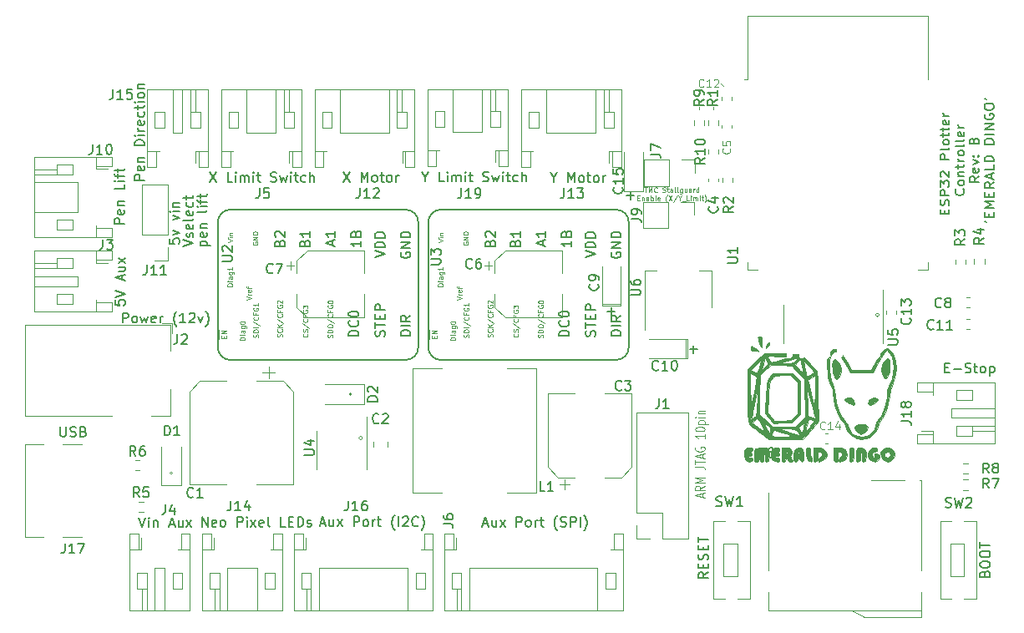
<source format=gto>
G04 #@! TF.GenerationSoftware,KiCad,Pcbnew,(5.1.10)-1*
G04 #@! TF.CreationDate,2022-02-15T21:37:10+00:00*
G04 #@! TF.ProjectId,ESP32_Plotter_Controller_revB1,45535033-325f-4506-9c6f-747465725f43,rev?*
G04 #@! TF.SameCoordinates,Original*
G04 #@! TF.FileFunction,Legend,Top*
G04 #@! TF.FilePolarity,Positive*
%FSLAX46Y46*%
G04 Gerber Fmt 4.6, Leading zero omitted, Abs format (unit mm)*
G04 Created by KiCad (PCBNEW (5.1.10)-1) date 2022-02-15 21:37:10*
%MOMM*%
%LPD*%
G01*
G04 APERTURE LIST*
%ADD10C,0.150000*%
%ADD11C,0.120000*%
%ADD12C,0.100000*%
%ADD13C,0.010000*%
%ADD14R,2.000000X0.900000*%
%ADD15R,0.900000X2.000000*%
%ADD16R,5.000000X5.000000*%
%ADD17R,1.200000X0.900000*%
%ADD18R,0.900000X1.200000*%
%ADD19O,1.200000X1.750000*%
%ADD20R,1.450000X0.600000*%
%ADD21R,1.450000X0.300000*%
%ADD22O,2.100000X1.000000*%
%ADD23C,0.650000*%
%ADD24O,1.600000X1.000000*%
%ADD25R,3.500000X3.500000*%
%ADD26C,1.524000*%
%ADD27C,3.200000*%
%ADD28O,1.700000X1.700000*%
%ADD29R,1.700000X1.700000*%
%ADD30R,5.400000X2.900000*%
%ADD31R,1.500000X2.000000*%
%ADD32R,3.800000X2.000000*%
%ADD33O,1.750000X1.200000*%
%ADD34R,1.000000X1.500000*%
%ADD35C,1.000000*%
%ADD36R,1.200000X2.000000*%
%ADD37R,1.200000X1.400000*%
%ADD38R,0.700000X1.300000*%
G04 APERTURE END LIST*
D10*
X86550547Y-81097428D02*
X87312452Y-81097428D01*
X86931500Y-81478380D02*
X86931500Y-80716476D01*
D11*
X93916500Y-72390000D02*
X93916500Y-72072500D01*
X95313500Y-72072500D02*
X95313500Y-72390000D01*
X96075500Y-69723000D02*
X96329500Y-69977000D01*
D10*
X29154595Y-104544880D02*
X29154595Y-105354404D01*
X29202214Y-105449642D01*
X29249833Y-105497261D01*
X29345071Y-105544880D01*
X29535547Y-105544880D01*
X29630785Y-105497261D01*
X29678404Y-105449642D01*
X29726023Y-105354404D01*
X29726023Y-104544880D01*
X30154595Y-105497261D02*
X30297452Y-105544880D01*
X30535547Y-105544880D01*
X30630785Y-105497261D01*
X30678404Y-105449642D01*
X30726023Y-105354404D01*
X30726023Y-105259166D01*
X30678404Y-105163928D01*
X30630785Y-105116309D01*
X30535547Y-105068690D01*
X30345071Y-105021071D01*
X30249833Y-104973452D01*
X30202214Y-104925833D01*
X30154595Y-104830595D01*
X30154595Y-104735357D01*
X30202214Y-104640119D01*
X30249833Y-104592500D01*
X30345071Y-104544880D01*
X30583166Y-104544880D01*
X30726023Y-104592500D01*
X31487928Y-105021071D02*
X31630785Y-105068690D01*
X31678404Y-105116309D01*
X31726023Y-105211547D01*
X31726023Y-105354404D01*
X31678404Y-105449642D01*
X31630785Y-105497261D01*
X31535547Y-105544880D01*
X31154595Y-105544880D01*
X31154595Y-104544880D01*
X31487928Y-104544880D01*
X31583166Y-104592500D01*
X31630785Y-104640119D01*
X31678404Y-104735357D01*
X31678404Y-104830595D01*
X31630785Y-104925833D01*
X31583166Y-104973452D01*
X31487928Y-105021071D01*
X31154595Y-105021071D01*
D12*
X88324880Y-80263690D02*
X88610595Y-80263690D01*
X88467738Y-80763690D02*
X88467738Y-80263690D01*
X88777261Y-80763690D02*
X88777261Y-80263690D01*
X88943928Y-80620833D01*
X89110595Y-80263690D01*
X89110595Y-80763690D01*
X89634404Y-80716071D02*
X89610595Y-80739880D01*
X89539166Y-80763690D01*
X89491547Y-80763690D01*
X89420119Y-80739880D01*
X89372500Y-80692261D01*
X89348690Y-80644642D01*
X89324880Y-80549404D01*
X89324880Y-80477976D01*
X89348690Y-80382738D01*
X89372500Y-80335119D01*
X89420119Y-80287500D01*
X89491547Y-80263690D01*
X89539166Y-80263690D01*
X89610595Y-80287500D01*
X89634404Y-80311309D01*
X90205833Y-80739880D02*
X90277261Y-80763690D01*
X90396309Y-80763690D01*
X90443928Y-80739880D01*
X90467738Y-80716071D01*
X90491547Y-80668452D01*
X90491547Y-80620833D01*
X90467738Y-80573214D01*
X90443928Y-80549404D01*
X90396309Y-80525595D01*
X90301071Y-80501785D01*
X90253452Y-80477976D01*
X90229642Y-80454166D01*
X90205833Y-80406547D01*
X90205833Y-80358928D01*
X90229642Y-80311309D01*
X90253452Y-80287500D01*
X90301071Y-80263690D01*
X90420119Y-80263690D01*
X90491547Y-80287500D01*
X90634404Y-80430357D02*
X90824880Y-80430357D01*
X90705833Y-80263690D02*
X90705833Y-80692261D01*
X90729642Y-80739880D01*
X90777261Y-80763690D01*
X90824880Y-80763690D01*
X91205833Y-80763690D02*
X91205833Y-80501785D01*
X91182023Y-80454166D01*
X91134404Y-80430357D01*
X91039166Y-80430357D01*
X90991547Y-80454166D01*
X91205833Y-80739880D02*
X91158214Y-80763690D01*
X91039166Y-80763690D01*
X90991547Y-80739880D01*
X90967738Y-80692261D01*
X90967738Y-80644642D01*
X90991547Y-80597023D01*
X91039166Y-80573214D01*
X91158214Y-80573214D01*
X91205833Y-80549404D01*
X91515357Y-80763690D02*
X91467738Y-80739880D01*
X91443928Y-80692261D01*
X91443928Y-80263690D01*
X91777261Y-80763690D02*
X91729642Y-80739880D01*
X91705833Y-80692261D01*
X91705833Y-80263690D01*
X92182023Y-80430357D02*
X92182023Y-80835119D01*
X92158214Y-80882738D01*
X92134404Y-80906547D01*
X92086785Y-80930357D01*
X92015357Y-80930357D01*
X91967738Y-80906547D01*
X92182023Y-80739880D02*
X92134404Y-80763690D01*
X92039166Y-80763690D01*
X91991547Y-80739880D01*
X91967738Y-80716071D01*
X91943928Y-80668452D01*
X91943928Y-80525595D01*
X91967738Y-80477976D01*
X91991547Y-80454166D01*
X92039166Y-80430357D01*
X92134404Y-80430357D01*
X92182023Y-80454166D01*
X92634404Y-80430357D02*
X92634404Y-80763690D01*
X92420119Y-80430357D02*
X92420119Y-80692261D01*
X92443928Y-80739880D01*
X92491547Y-80763690D01*
X92562976Y-80763690D01*
X92610595Y-80739880D01*
X92634404Y-80716071D01*
X93086785Y-80763690D02*
X93086785Y-80501785D01*
X93062976Y-80454166D01*
X93015357Y-80430357D01*
X92920119Y-80430357D01*
X92872500Y-80454166D01*
X93086785Y-80739880D02*
X93039166Y-80763690D01*
X92920119Y-80763690D01*
X92872500Y-80739880D01*
X92848690Y-80692261D01*
X92848690Y-80644642D01*
X92872500Y-80597023D01*
X92920119Y-80573214D01*
X93039166Y-80573214D01*
X93086785Y-80549404D01*
X93324880Y-80763690D02*
X93324880Y-80430357D01*
X93324880Y-80525595D02*
X93348690Y-80477976D01*
X93372500Y-80454166D01*
X93420119Y-80430357D01*
X93467738Y-80430357D01*
X93848690Y-80763690D02*
X93848690Y-80263690D01*
X93848690Y-80739880D02*
X93801071Y-80763690D01*
X93705833Y-80763690D01*
X93658214Y-80739880D01*
X93634404Y-80716071D01*
X93610595Y-80668452D01*
X93610595Y-80525595D01*
X93634404Y-80477976D01*
X93658214Y-80454166D01*
X93705833Y-80430357D01*
X93801071Y-80430357D01*
X93848690Y-80454166D01*
X87646309Y-81351785D02*
X87812976Y-81351785D01*
X87884404Y-81613690D02*
X87646309Y-81613690D01*
X87646309Y-81113690D01*
X87884404Y-81113690D01*
X88098690Y-81280357D02*
X88098690Y-81613690D01*
X88098690Y-81327976D02*
X88122500Y-81304166D01*
X88170119Y-81280357D01*
X88241547Y-81280357D01*
X88289166Y-81304166D01*
X88312976Y-81351785D01*
X88312976Y-81613690D01*
X88765357Y-81613690D02*
X88765357Y-81351785D01*
X88741547Y-81304166D01*
X88693928Y-81280357D01*
X88598690Y-81280357D01*
X88551071Y-81304166D01*
X88765357Y-81589880D02*
X88717738Y-81613690D01*
X88598690Y-81613690D01*
X88551071Y-81589880D01*
X88527261Y-81542261D01*
X88527261Y-81494642D01*
X88551071Y-81447023D01*
X88598690Y-81423214D01*
X88717738Y-81423214D01*
X88765357Y-81399404D01*
X89003452Y-81613690D02*
X89003452Y-81113690D01*
X89003452Y-81304166D02*
X89051071Y-81280357D01*
X89146309Y-81280357D01*
X89193928Y-81304166D01*
X89217738Y-81327976D01*
X89241547Y-81375595D01*
X89241547Y-81518452D01*
X89217738Y-81566071D01*
X89193928Y-81589880D01*
X89146309Y-81613690D01*
X89051071Y-81613690D01*
X89003452Y-81589880D01*
X89527261Y-81613690D02*
X89479642Y-81589880D01*
X89455833Y-81542261D01*
X89455833Y-81113690D01*
X89908214Y-81589880D02*
X89860595Y-81613690D01*
X89765357Y-81613690D01*
X89717738Y-81589880D01*
X89693928Y-81542261D01*
X89693928Y-81351785D01*
X89717738Y-81304166D01*
X89765357Y-81280357D01*
X89860595Y-81280357D01*
X89908214Y-81304166D01*
X89932023Y-81351785D01*
X89932023Y-81399404D01*
X89693928Y-81447023D01*
X90670119Y-81804166D02*
X90646309Y-81780357D01*
X90598690Y-81708928D01*
X90574880Y-81661309D01*
X90551071Y-81589880D01*
X90527261Y-81470833D01*
X90527261Y-81375595D01*
X90551071Y-81256547D01*
X90574880Y-81185119D01*
X90598690Y-81137500D01*
X90646309Y-81066071D01*
X90670119Y-81042261D01*
X90812976Y-81113690D02*
X91146309Y-81613690D01*
X91146309Y-81113690D02*
X90812976Y-81613690D01*
X91693928Y-81089880D02*
X91265357Y-81732738D01*
X91955833Y-81375595D02*
X91955833Y-81613690D01*
X91789166Y-81113690D02*
X91955833Y-81375595D01*
X92122500Y-81113690D01*
X92170119Y-81661309D02*
X92551071Y-81661309D01*
X92908214Y-81613690D02*
X92670119Y-81613690D01*
X92670119Y-81113690D01*
X93074880Y-81613690D02*
X93074880Y-81280357D01*
X93074880Y-81113690D02*
X93051071Y-81137500D01*
X93074880Y-81161309D01*
X93098690Y-81137500D01*
X93074880Y-81113690D01*
X93074880Y-81161309D01*
X93312976Y-81613690D02*
X93312976Y-81280357D01*
X93312976Y-81327976D02*
X93336785Y-81304166D01*
X93384404Y-81280357D01*
X93455833Y-81280357D01*
X93503452Y-81304166D01*
X93527261Y-81351785D01*
X93527261Y-81613690D01*
X93527261Y-81351785D02*
X93551071Y-81304166D01*
X93598690Y-81280357D01*
X93670119Y-81280357D01*
X93717738Y-81304166D01*
X93741547Y-81351785D01*
X93741547Y-81613690D01*
X93979642Y-81613690D02*
X93979642Y-81280357D01*
X93979642Y-81113690D02*
X93955833Y-81137500D01*
X93979642Y-81161309D01*
X94003452Y-81137500D01*
X93979642Y-81113690D01*
X93979642Y-81161309D01*
X94146309Y-81280357D02*
X94336785Y-81280357D01*
X94217738Y-81113690D02*
X94217738Y-81542261D01*
X94241547Y-81589880D01*
X94289166Y-81613690D01*
X94336785Y-81613690D01*
X94455833Y-81804166D02*
X94479642Y-81780357D01*
X94527261Y-81708928D01*
X94551071Y-81661309D01*
X94574880Y-81589880D01*
X94598690Y-81470833D01*
X94598690Y-81375595D01*
X94574880Y-81256547D01*
X94551071Y-81185119D01*
X94527261Y-81137500D01*
X94479642Y-81066071D01*
X94455833Y-81042261D01*
D10*
X43346714Y-86177119D02*
X44346714Y-86177119D01*
X43394333Y-86177119D02*
X43346714Y-86081880D01*
X43346714Y-85891404D01*
X43394333Y-85796166D01*
X43441952Y-85748547D01*
X43537190Y-85700928D01*
X43822904Y-85700928D01*
X43918142Y-85748547D01*
X43965761Y-85796166D01*
X44013380Y-85891404D01*
X44013380Y-86081880D01*
X43965761Y-86177119D01*
X43965761Y-84891404D02*
X44013380Y-84986642D01*
X44013380Y-85177119D01*
X43965761Y-85272357D01*
X43870523Y-85319976D01*
X43489571Y-85319976D01*
X43394333Y-85272357D01*
X43346714Y-85177119D01*
X43346714Y-84986642D01*
X43394333Y-84891404D01*
X43489571Y-84843785D01*
X43584809Y-84843785D01*
X43680047Y-85319976D01*
X43346714Y-84415214D02*
X44013380Y-84415214D01*
X43441952Y-84415214D02*
X43394333Y-84367595D01*
X43346714Y-84272357D01*
X43346714Y-84129500D01*
X43394333Y-84034261D01*
X43489571Y-83986642D01*
X44013380Y-83986642D01*
X44013380Y-82605690D02*
X43965761Y-82700928D01*
X43870523Y-82748547D01*
X43013380Y-82748547D01*
X44013380Y-82224738D02*
X43346714Y-82224738D01*
X43013380Y-82224738D02*
X43061000Y-82272357D01*
X43108619Y-82224738D01*
X43061000Y-82177119D01*
X43013380Y-82224738D01*
X43108619Y-82224738D01*
X43346714Y-81891404D02*
X43346714Y-81510452D01*
X44013380Y-81748547D02*
X43156238Y-81748547D01*
X43061000Y-81700928D01*
X43013380Y-81605690D01*
X43013380Y-81510452D01*
X43346714Y-81319976D02*
X43346714Y-80939023D01*
X43013380Y-81177119D02*
X43870523Y-81177119D01*
X43965761Y-81129500D01*
X44013380Y-81034261D01*
X44013380Y-80939023D01*
X40219380Y-85478738D02*
X40219380Y-85954928D01*
X40695571Y-86002547D01*
X40647952Y-85954928D01*
X40600333Y-85859690D01*
X40600333Y-85621595D01*
X40647952Y-85526357D01*
X40695571Y-85478738D01*
X40790809Y-85431119D01*
X41028904Y-85431119D01*
X41124142Y-85478738D01*
X41171761Y-85526357D01*
X41219380Y-85621595D01*
X41219380Y-85859690D01*
X41171761Y-85954928D01*
X41124142Y-86002547D01*
X40552714Y-85097785D02*
X41219380Y-84859690D01*
X40552714Y-84621595D01*
X40552714Y-83573976D02*
X41219380Y-83335880D01*
X40552714Y-83097785D01*
X41219380Y-82716833D02*
X40552714Y-82716833D01*
X40219380Y-82716833D02*
X40267000Y-82764452D01*
X40314619Y-82716833D01*
X40267000Y-82669214D01*
X40219380Y-82716833D01*
X40314619Y-82716833D01*
X40552714Y-82240642D02*
X41219380Y-82240642D01*
X40647952Y-82240642D02*
X40600333Y-82193023D01*
X40552714Y-82097785D01*
X40552714Y-81954928D01*
X40600333Y-81859690D01*
X40695571Y-81812071D01*
X41219380Y-81812071D01*
X118780214Y-82962071D02*
X118780214Y-82628738D01*
X119251642Y-82485880D02*
X119251642Y-82962071D01*
X118351642Y-82962071D01*
X118351642Y-82485880D01*
X119208785Y-82104928D02*
X119251642Y-81962071D01*
X119251642Y-81723976D01*
X119208785Y-81628738D01*
X119165928Y-81581119D01*
X119080214Y-81533500D01*
X118994500Y-81533500D01*
X118908785Y-81581119D01*
X118865928Y-81628738D01*
X118823071Y-81723976D01*
X118780214Y-81914452D01*
X118737357Y-82009690D01*
X118694500Y-82057309D01*
X118608785Y-82104928D01*
X118523071Y-82104928D01*
X118437357Y-82057309D01*
X118394500Y-82009690D01*
X118351642Y-81914452D01*
X118351642Y-81676357D01*
X118394500Y-81533500D01*
X119251642Y-81104928D02*
X118351642Y-81104928D01*
X118351642Y-80723976D01*
X118394500Y-80628738D01*
X118437357Y-80581119D01*
X118523071Y-80533500D01*
X118651642Y-80533500D01*
X118737357Y-80581119D01*
X118780214Y-80628738D01*
X118823071Y-80723976D01*
X118823071Y-81104928D01*
X118351642Y-80200166D02*
X118351642Y-79581119D01*
X118694500Y-79914452D01*
X118694500Y-79771595D01*
X118737357Y-79676357D01*
X118780214Y-79628738D01*
X118865928Y-79581119D01*
X119080214Y-79581119D01*
X119165928Y-79628738D01*
X119208785Y-79676357D01*
X119251642Y-79771595D01*
X119251642Y-80057309D01*
X119208785Y-80152547D01*
X119165928Y-80200166D01*
X118437357Y-79200166D02*
X118394500Y-79152547D01*
X118351642Y-79057309D01*
X118351642Y-78819214D01*
X118394500Y-78723976D01*
X118437357Y-78676357D01*
X118523071Y-78628738D01*
X118608785Y-78628738D01*
X118737357Y-78676357D01*
X119251642Y-79247785D01*
X119251642Y-78628738D01*
X119251642Y-77438261D02*
X118351642Y-77438261D01*
X118351642Y-77057309D01*
X118394500Y-76962071D01*
X118437357Y-76914452D01*
X118523071Y-76866833D01*
X118651642Y-76866833D01*
X118737357Y-76914452D01*
X118780214Y-76962071D01*
X118823071Y-77057309D01*
X118823071Y-77438261D01*
X119251642Y-76295404D02*
X119208785Y-76390642D01*
X119123071Y-76438261D01*
X118351642Y-76438261D01*
X119251642Y-75771595D02*
X119208785Y-75866833D01*
X119165928Y-75914452D01*
X119080214Y-75962071D01*
X118823071Y-75962071D01*
X118737357Y-75914452D01*
X118694500Y-75866833D01*
X118651642Y-75771595D01*
X118651642Y-75628738D01*
X118694500Y-75533500D01*
X118737357Y-75485880D01*
X118823071Y-75438261D01*
X119080214Y-75438261D01*
X119165928Y-75485880D01*
X119208785Y-75533500D01*
X119251642Y-75628738D01*
X119251642Y-75771595D01*
X118651642Y-75152547D02*
X118651642Y-74771595D01*
X118351642Y-75009690D02*
X119123071Y-75009690D01*
X119208785Y-74962071D01*
X119251642Y-74866833D01*
X119251642Y-74771595D01*
X118651642Y-74581119D02*
X118651642Y-74200166D01*
X118351642Y-74438261D02*
X119123071Y-74438261D01*
X119208785Y-74390642D01*
X119251642Y-74295404D01*
X119251642Y-74200166D01*
X119208785Y-73485880D02*
X119251642Y-73581119D01*
X119251642Y-73771595D01*
X119208785Y-73866833D01*
X119123071Y-73914452D01*
X118780214Y-73914452D01*
X118694500Y-73866833D01*
X118651642Y-73771595D01*
X118651642Y-73581119D01*
X118694500Y-73485880D01*
X118780214Y-73438261D01*
X118865928Y-73438261D01*
X118951642Y-73914452D01*
X119251642Y-73009690D02*
X118651642Y-73009690D01*
X118823071Y-73009690D02*
X118737357Y-72962071D01*
X118694500Y-72914452D01*
X118651642Y-72819214D01*
X118651642Y-72723976D01*
X120665928Y-80438261D02*
X120708785Y-80485880D01*
X120751642Y-80628738D01*
X120751642Y-80723976D01*
X120708785Y-80866833D01*
X120623071Y-80962071D01*
X120537357Y-81009690D01*
X120365928Y-81057309D01*
X120237357Y-81057309D01*
X120065928Y-81009690D01*
X119980214Y-80962071D01*
X119894500Y-80866833D01*
X119851642Y-80723976D01*
X119851642Y-80628738D01*
X119894500Y-80485880D01*
X119937357Y-80438261D01*
X120751642Y-79866833D02*
X120708785Y-79962071D01*
X120665928Y-80009690D01*
X120580214Y-80057309D01*
X120323071Y-80057309D01*
X120237357Y-80009690D01*
X120194500Y-79962071D01*
X120151642Y-79866833D01*
X120151642Y-79723976D01*
X120194500Y-79628738D01*
X120237357Y-79581119D01*
X120323071Y-79533500D01*
X120580214Y-79533500D01*
X120665928Y-79581119D01*
X120708785Y-79628738D01*
X120751642Y-79723976D01*
X120751642Y-79866833D01*
X120151642Y-79104928D02*
X120751642Y-79104928D01*
X120237357Y-79104928D02*
X120194500Y-79057309D01*
X120151642Y-78962071D01*
X120151642Y-78819214D01*
X120194500Y-78723976D01*
X120280214Y-78676357D01*
X120751642Y-78676357D01*
X120151642Y-78343023D02*
X120151642Y-77962071D01*
X119851642Y-78200166D02*
X120623071Y-78200166D01*
X120708785Y-78152547D01*
X120751642Y-78057309D01*
X120751642Y-77962071D01*
X120751642Y-77628738D02*
X120151642Y-77628738D01*
X120323071Y-77628738D02*
X120237357Y-77581119D01*
X120194500Y-77533500D01*
X120151642Y-77438261D01*
X120151642Y-77343023D01*
X120751642Y-76866833D02*
X120708785Y-76962071D01*
X120665928Y-77009690D01*
X120580214Y-77057309D01*
X120323071Y-77057309D01*
X120237357Y-77009690D01*
X120194500Y-76962071D01*
X120151642Y-76866833D01*
X120151642Y-76723976D01*
X120194500Y-76628738D01*
X120237357Y-76581119D01*
X120323071Y-76533500D01*
X120580214Y-76533500D01*
X120665928Y-76581119D01*
X120708785Y-76628738D01*
X120751642Y-76723976D01*
X120751642Y-76866833D01*
X120751642Y-75962071D02*
X120708785Y-76057309D01*
X120623071Y-76104928D01*
X119851642Y-76104928D01*
X120751642Y-75438261D02*
X120708785Y-75533500D01*
X120623071Y-75581119D01*
X119851642Y-75581119D01*
X120708785Y-74676357D02*
X120751642Y-74771595D01*
X120751642Y-74962071D01*
X120708785Y-75057309D01*
X120623071Y-75104928D01*
X120280214Y-75104928D01*
X120194500Y-75057309D01*
X120151642Y-74962071D01*
X120151642Y-74771595D01*
X120194500Y-74676357D01*
X120280214Y-74628738D01*
X120365928Y-74628738D01*
X120451642Y-75104928D01*
X120751642Y-74200166D02*
X120151642Y-74200166D01*
X120323071Y-74200166D02*
X120237357Y-74152547D01*
X120194500Y-74104928D01*
X120151642Y-74009690D01*
X120151642Y-73914452D01*
X122251642Y-79152547D02*
X121823071Y-79485880D01*
X122251642Y-79723976D02*
X121351642Y-79723976D01*
X121351642Y-79343023D01*
X121394500Y-79247785D01*
X121437357Y-79200166D01*
X121523071Y-79152547D01*
X121651642Y-79152547D01*
X121737357Y-79200166D01*
X121780214Y-79247785D01*
X121823071Y-79343023D01*
X121823071Y-79723976D01*
X122208785Y-78343023D02*
X122251642Y-78438261D01*
X122251642Y-78628738D01*
X122208785Y-78723976D01*
X122123071Y-78771595D01*
X121780214Y-78771595D01*
X121694500Y-78723976D01*
X121651642Y-78628738D01*
X121651642Y-78438261D01*
X121694500Y-78343023D01*
X121780214Y-78295404D01*
X121865928Y-78295404D01*
X121951642Y-78771595D01*
X121651642Y-77962071D02*
X122251642Y-77723976D01*
X121651642Y-77485880D01*
X122165928Y-77104928D02*
X122208785Y-77057309D01*
X122251642Y-77104928D01*
X122208785Y-77152547D01*
X122165928Y-77104928D01*
X122251642Y-77104928D01*
X121694500Y-77104928D02*
X121737357Y-77057309D01*
X121780214Y-77104928D01*
X121737357Y-77152547D01*
X121694500Y-77104928D01*
X121780214Y-77104928D01*
X121780214Y-75533500D02*
X121823071Y-75390642D01*
X121865928Y-75343023D01*
X121951642Y-75295404D01*
X122080214Y-75295404D01*
X122165928Y-75343023D01*
X122208785Y-75390642D01*
X122251642Y-75485880D01*
X122251642Y-75866833D01*
X121351642Y-75866833D01*
X121351642Y-75533500D01*
X121394500Y-75438261D01*
X121437357Y-75390642D01*
X121523071Y-75343023D01*
X121608785Y-75343023D01*
X121694500Y-75390642D01*
X121737357Y-75438261D01*
X121780214Y-75533500D01*
X121780214Y-75866833D01*
X122851642Y-83700166D02*
X123023071Y-83795404D01*
X123280214Y-83271595D02*
X123280214Y-82938261D01*
X123751642Y-82795404D02*
X123751642Y-83271595D01*
X122851642Y-83271595D01*
X122851642Y-82795404D01*
X123751642Y-82366833D02*
X122851642Y-82366833D01*
X123494500Y-82033500D01*
X122851642Y-81700166D01*
X123751642Y-81700166D01*
X123280214Y-81223976D02*
X123280214Y-80890642D01*
X123751642Y-80747785D02*
X123751642Y-81223976D01*
X122851642Y-81223976D01*
X122851642Y-80747785D01*
X123751642Y-79747785D02*
X123323071Y-80081119D01*
X123751642Y-80319214D02*
X122851642Y-80319214D01*
X122851642Y-79938261D01*
X122894500Y-79843023D01*
X122937357Y-79795404D01*
X123023071Y-79747785D01*
X123151642Y-79747785D01*
X123237357Y-79795404D01*
X123280214Y-79843023D01*
X123323071Y-79938261D01*
X123323071Y-80319214D01*
X123494500Y-79366833D02*
X123494500Y-78890642D01*
X123751642Y-79462071D02*
X122851642Y-79128738D01*
X123751642Y-78795404D01*
X123751642Y-77985880D02*
X123751642Y-78462071D01*
X122851642Y-78462071D01*
X123751642Y-77652547D02*
X122851642Y-77652547D01*
X122851642Y-77414452D01*
X122894500Y-77271595D01*
X122980214Y-77176357D01*
X123065928Y-77128738D01*
X123237357Y-77081119D01*
X123365928Y-77081119D01*
X123537357Y-77128738D01*
X123623071Y-77176357D01*
X123708785Y-77271595D01*
X123751642Y-77414452D01*
X123751642Y-77652547D01*
X123751642Y-75890642D02*
X122851642Y-75890642D01*
X122851642Y-75652547D01*
X122894500Y-75509690D01*
X122980214Y-75414452D01*
X123065928Y-75366833D01*
X123237357Y-75319214D01*
X123365928Y-75319214D01*
X123537357Y-75366833D01*
X123623071Y-75414452D01*
X123708785Y-75509690D01*
X123751642Y-75652547D01*
X123751642Y-75890642D01*
X123751642Y-74890642D02*
X122851642Y-74890642D01*
X123751642Y-74414452D02*
X122851642Y-74414452D01*
X123751642Y-73843023D01*
X122851642Y-73843023D01*
X122894500Y-72843023D02*
X122851642Y-72938261D01*
X122851642Y-73081119D01*
X122894500Y-73223976D01*
X122980214Y-73319214D01*
X123065928Y-73366833D01*
X123237357Y-73414452D01*
X123365928Y-73414452D01*
X123537357Y-73366833D01*
X123623071Y-73319214D01*
X123708785Y-73223976D01*
X123751642Y-73081119D01*
X123751642Y-72985880D01*
X123708785Y-72843023D01*
X123665928Y-72795404D01*
X123365928Y-72795404D01*
X123365928Y-72985880D01*
X122851642Y-72176357D02*
X122851642Y-71985880D01*
X122894500Y-71890642D01*
X122980214Y-71795404D01*
X123151642Y-71747785D01*
X123451642Y-71747785D01*
X123623071Y-71795404D01*
X123708785Y-71890642D01*
X123751642Y-71985880D01*
X123751642Y-72176357D01*
X123708785Y-72271595D01*
X123623071Y-72366833D01*
X123451642Y-72414452D01*
X123151642Y-72414452D01*
X122980214Y-72366833D01*
X122894500Y-72271595D01*
X122851642Y-72176357D01*
X122851642Y-71271595D02*
X123023071Y-71366833D01*
D11*
X87064000Y-101150000D02*
X84314000Y-101150000D01*
X78544000Y-101150000D02*
X81294000Y-101150000D01*
X78544000Y-108605563D02*
X78544000Y-101150000D01*
X87064000Y-108605563D02*
X87064000Y-101150000D01*
X85999563Y-109670000D02*
X84314000Y-109670000D01*
X79608437Y-109670000D02*
X81294000Y-109670000D01*
X79608437Y-109670000D02*
X78544000Y-108605563D01*
X85999563Y-109670000D02*
X87064000Y-108605563D01*
X80294000Y-110910000D02*
X80294000Y-109910000D01*
X79794000Y-110410000D02*
X80794000Y-110410000D01*
X98830000Y-87840000D02*
X98830000Y-88620000D01*
X98830000Y-88620000D02*
X99830000Y-88620000D01*
X117070000Y-87840000D02*
X117070000Y-88620000D01*
X117070000Y-88620000D02*
X116070000Y-88620000D01*
X98830000Y-62875000D02*
X117070000Y-62875000D01*
X117070000Y-62875000D02*
X117070000Y-69295000D01*
X98830000Y-62875000D02*
X98830000Y-69295000D01*
X98830000Y-69295000D02*
X98450000Y-69295000D01*
X59742605Y-105664000D02*
G75*
G03*
X59742605Y-105664000I-179605J0D01*
G01*
X55098000Y-106934000D02*
X55098000Y-108884000D01*
X55098000Y-106934000D02*
X55098000Y-104984000D01*
X60218000Y-106934000D02*
X60218000Y-108884000D01*
X60218000Y-106934000D02*
X60218000Y-103484000D01*
X39386000Y-110454000D02*
X41386000Y-110454000D01*
X41386000Y-110454000D02*
X41386000Y-106554000D01*
X39386000Y-110454000D02*
X39386000Y-106554000D01*
X40513000Y-109220000D02*
G75*
G03*
X40513000Y-109220000I-127000J0D01*
G01*
X59908000Y-102219000D02*
X59908000Y-100219000D01*
X59908000Y-100219000D02*
X56008000Y-100219000D01*
X59908000Y-102219000D02*
X56008000Y-102219000D01*
X58674000Y-101219000D02*
G75*
G03*
X58674000Y-101219000I-127000J0D01*
G01*
X84104200Y-88316000D02*
X84104200Y-92226000D01*
X84104200Y-92226000D02*
X85974200Y-92226000D01*
X85974200Y-92226000D02*
X85974200Y-88316000D01*
X85928200Y-92075000D02*
X84150200Y-92075000D01*
X88807500Y-97556600D02*
X92717500Y-97556600D01*
X92717500Y-97556600D02*
X92717500Y-95686600D01*
X92717500Y-95686600D02*
X88807500Y-95686600D01*
X92566500Y-95732600D02*
X92566500Y-97510600D01*
X102446000Y-94107000D02*
X102446000Y-96057000D01*
X102446000Y-94107000D02*
X102446000Y-92157000D01*
X112566000Y-94107000D02*
X112566000Y-96057000D01*
X112566000Y-94107000D02*
X112566000Y-90657000D01*
X112130605Y-93218000D02*
G75*
G03*
X112130605Y-93218000I-179605J0D01*
G01*
X93394000Y-73485742D02*
X93394000Y-73960258D01*
X94439000Y-73485742D02*
X94439000Y-73960258D01*
D13*
G36*
X99227182Y-106652085D02*
G01*
X99300420Y-106715710D01*
X99298722Y-106824695D01*
X99195121Y-107001593D01*
X99060000Y-107070256D01*
X98918252Y-107113352D01*
X98934920Y-107130899D01*
X99038834Y-107137227D01*
X99185649Y-107198428D01*
X99237892Y-107320772D01*
X99191521Y-107437988D01*
X99060000Y-107484333D01*
X98922420Y-107519789D01*
X98890667Y-107569000D01*
X98963299Y-107632011D01*
X99108222Y-107653666D01*
X99266799Y-107681306D01*
X99304055Y-107792883D01*
X99298722Y-107844166D01*
X99207416Y-108007932D01*
X99015836Y-108057299D01*
X98754280Y-107985690D01*
X98721334Y-107969529D01*
X98595948Y-107881777D01*
X98526791Y-107748528D01*
X98492958Y-107518298D01*
X98484573Y-107386381D01*
X98496849Y-107018779D01*
X98590728Y-106785792D01*
X98781699Y-106666146D01*
X99029603Y-106637666D01*
X99227182Y-106652085D01*
G37*
X99227182Y-106652085D02*
X99300420Y-106715710D01*
X99298722Y-106824695D01*
X99195121Y-107001593D01*
X99060000Y-107070256D01*
X98918252Y-107113352D01*
X98934920Y-107130899D01*
X99038834Y-107137227D01*
X99185649Y-107198428D01*
X99237892Y-107320772D01*
X99191521Y-107437988D01*
X99060000Y-107484333D01*
X98922420Y-107519789D01*
X98890667Y-107569000D01*
X98963299Y-107632011D01*
X99108222Y-107653666D01*
X99266799Y-107681306D01*
X99304055Y-107792883D01*
X99298722Y-107844166D01*
X99207416Y-108007932D01*
X99015836Y-108057299D01*
X98754280Y-107985690D01*
X98721334Y-107969529D01*
X98595948Y-107881777D01*
X98526791Y-107748528D01*
X98492958Y-107518298D01*
X98484573Y-107386381D01*
X98496849Y-107018779D01*
X98590728Y-106785792D01*
X98781699Y-106666146D01*
X99029603Y-106637666D01*
X99227182Y-106652085D01*
G36*
X100578431Y-106655891D02*
G01*
X100759871Y-106678234D01*
X100858581Y-106734046D01*
X100917829Y-106837643D01*
X100930926Y-106871057D01*
X100974291Y-107081524D01*
X100993240Y-107377913D01*
X100989932Y-107563248D01*
X100967429Y-107836524D01*
X100924654Y-107983403D01*
X100843056Y-108046813D01*
X100774500Y-108061721D01*
X100669417Y-108064659D01*
X100612334Y-108010655D01*
X100588709Y-107862547D01*
X100584001Y-107583173D01*
X100584000Y-107574888D01*
X100571279Y-107301900D01*
X100537976Y-107116563D01*
X100499334Y-107061000D01*
X100454357Y-107138214D01*
X100423821Y-107340347D01*
X100414667Y-107574888D01*
X100410223Y-107857727D01*
X100387199Y-108008443D01*
X100331051Y-108064198D01*
X100227238Y-108062155D01*
X100224167Y-108061721D01*
X100115081Y-108025818D01*
X100048911Y-107929621D01*
X100007304Y-107732167D01*
X99984400Y-107526666D01*
X99935133Y-107018666D01*
X99920900Y-107547833D01*
X99908769Y-107836724D01*
X99881036Y-107995235D01*
X99821074Y-108062318D01*
X99712255Y-108076924D01*
X99695000Y-108077000D01*
X99586645Y-108068900D01*
X99523485Y-108020630D01*
X99493333Y-107896229D01*
X99484004Y-107659740D01*
X99483334Y-107452366D01*
X99498678Y-107071452D01*
X99542731Y-106824279D01*
X99589167Y-106741427D01*
X99723496Y-106697212D01*
X99972354Y-106665254D01*
X100270994Y-106652702D01*
X100578431Y-106655891D01*
G37*
X100578431Y-106655891D02*
X100759871Y-106678234D01*
X100858581Y-106734046D01*
X100917829Y-106837643D01*
X100930926Y-106871057D01*
X100974291Y-107081524D01*
X100993240Y-107377913D01*
X100989932Y-107563248D01*
X100967429Y-107836524D01*
X100924654Y-107983403D01*
X100843056Y-108046813D01*
X100774500Y-108061721D01*
X100669417Y-108064659D01*
X100612334Y-108010655D01*
X100588709Y-107862547D01*
X100584001Y-107583173D01*
X100584000Y-107574888D01*
X100571279Y-107301900D01*
X100537976Y-107116563D01*
X100499334Y-107061000D01*
X100454357Y-107138214D01*
X100423821Y-107340347D01*
X100414667Y-107574888D01*
X100410223Y-107857727D01*
X100387199Y-108008443D01*
X100331051Y-108064198D01*
X100227238Y-108062155D01*
X100224167Y-108061721D01*
X100115081Y-108025818D01*
X100048911Y-107929621D01*
X100007304Y-107732167D01*
X99984400Y-107526666D01*
X99935133Y-107018666D01*
X99920900Y-107547833D01*
X99908769Y-107836724D01*
X99881036Y-107995235D01*
X99821074Y-108062318D01*
X99712255Y-108076924D01*
X99695000Y-108077000D01*
X99586645Y-108068900D01*
X99523485Y-108020630D01*
X99493333Y-107896229D01*
X99484004Y-107659740D01*
X99483334Y-107452366D01*
X99498678Y-107071452D01*
X99542731Y-106824279D01*
X99589167Y-106741427D01*
X99723496Y-106697212D01*
X99972354Y-106665254D01*
X100270994Y-106652702D01*
X100578431Y-106655891D01*
G36*
X101930118Y-106654102D02*
G01*
X102010423Y-106727634D01*
X102023334Y-106849333D01*
X101984814Y-107014241D01*
X101843833Y-107065956D01*
X101832834Y-107066366D01*
X101642334Y-107071733D01*
X101832834Y-107148305D01*
X101990753Y-107261471D01*
X102015296Y-107386045D01*
X101909628Y-107471754D01*
X101811667Y-107484333D01*
X101652552Y-107513315D01*
X101600000Y-107569000D01*
X101672456Y-107632645D01*
X101811667Y-107653666D01*
X101972789Y-107688636D01*
X102022440Y-107826326D01*
X102023334Y-107865333D01*
X101988597Y-108026086D01*
X101857318Y-108070702D01*
X101832834Y-108070315D01*
X101619974Y-108044936D01*
X101515334Y-108018242D01*
X101301056Y-107856539D01*
X101191516Y-107564318D01*
X101176667Y-107359989D01*
X101228965Y-106988293D01*
X101384772Y-106748564D01*
X101642453Y-106642926D01*
X101731801Y-106637666D01*
X101930118Y-106654102D01*
G37*
X101930118Y-106654102D02*
X102010423Y-106727634D01*
X102023334Y-106849333D01*
X101984814Y-107014241D01*
X101843833Y-107065956D01*
X101832834Y-107066366D01*
X101642334Y-107071733D01*
X101832834Y-107148305D01*
X101990753Y-107261471D01*
X102015296Y-107386045D01*
X101909628Y-107471754D01*
X101811667Y-107484333D01*
X101652552Y-107513315D01*
X101600000Y-107569000D01*
X101672456Y-107632645D01*
X101811667Y-107653666D01*
X101972789Y-107688636D01*
X102022440Y-107826326D01*
X102023334Y-107865333D01*
X101988597Y-108026086D01*
X101857318Y-108070702D01*
X101832834Y-108070315D01*
X101619974Y-108044936D01*
X101515334Y-108018242D01*
X101301056Y-107856539D01*
X101191516Y-107564318D01*
X101176667Y-107359989D01*
X101228965Y-106988293D01*
X101384772Y-106748564D01*
X101642453Y-106642926D01*
X101731801Y-106637666D01*
X101930118Y-106654102D01*
G36*
X102951613Y-106671341D02*
G01*
X103150883Y-106761904D01*
X103160286Y-106770714D01*
X103270904Y-106972466D01*
X103282113Y-107205165D01*
X103201462Y-107373004D01*
X103160995Y-107497183D01*
X103233212Y-107703607D01*
X103243795Y-107724400D01*
X103346605Y-107937156D01*
X103358925Y-108040670D01*
X103271682Y-108074176D01*
X103162246Y-108077000D01*
X102984585Y-108030061D01*
X102858197Y-107862807D01*
X102831161Y-107802708D01*
X102715830Y-107528416D01*
X102687082Y-107781541D01*
X102625181Y-107980505D01*
X102479553Y-108059901D01*
X102467834Y-108061721D01*
X102375882Y-108066562D01*
X102319596Y-108027708D01*
X102290236Y-107913113D01*
X102279063Y-107690732D01*
X102277334Y-107363221D01*
X102277334Y-107098336D01*
X102700667Y-107098336D01*
X102744871Y-107214178D01*
X102785334Y-107230333D01*
X102867577Y-107169565D01*
X102870000Y-107150663D01*
X102808456Y-107035996D01*
X102785334Y-107018666D01*
X102712850Y-107037860D01*
X102700667Y-107098336D01*
X102277334Y-107098336D01*
X102277334Y-106637666D01*
X102652286Y-106637666D01*
X102951613Y-106671341D01*
G37*
X102951613Y-106671341D02*
X103150883Y-106761904D01*
X103160286Y-106770714D01*
X103270904Y-106972466D01*
X103282113Y-107205165D01*
X103201462Y-107373004D01*
X103160995Y-107497183D01*
X103233212Y-107703607D01*
X103243795Y-107724400D01*
X103346605Y-107937156D01*
X103358925Y-108040670D01*
X103271682Y-108074176D01*
X103162246Y-108077000D01*
X102984585Y-108030061D01*
X102858197Y-107862807D01*
X102831161Y-107802708D01*
X102715830Y-107528416D01*
X102687082Y-107781541D01*
X102625181Y-107980505D01*
X102479553Y-108059901D01*
X102467834Y-108061721D01*
X102375882Y-108066562D01*
X102319596Y-108027708D01*
X102290236Y-107913113D01*
X102279063Y-107690732D01*
X102277334Y-107363221D01*
X102277334Y-107098336D01*
X102700667Y-107098336D01*
X102744871Y-107214178D01*
X102785334Y-107230333D01*
X102867577Y-107169565D01*
X102870000Y-107150663D01*
X102808456Y-107035996D01*
X102785334Y-107018666D01*
X102712850Y-107037860D01*
X102700667Y-107098336D01*
X102277334Y-107098336D01*
X102277334Y-106637666D01*
X102652286Y-106637666D01*
X102951613Y-106671341D01*
G36*
X104195562Y-106654306D02*
G01*
X104350113Y-106730597D01*
X104437347Y-106907754D01*
X104473995Y-107211601D01*
X104478667Y-107458255D01*
X104475770Y-107779425D01*
X104459904Y-107965371D01*
X104420305Y-108050188D01*
X104346211Y-108067973D01*
X104288167Y-108061721D01*
X104117170Y-107965450D01*
X104070447Y-107842910D01*
X104015827Y-107712621D01*
X103940475Y-107721137D01*
X103889680Y-107851330D01*
X103886000Y-107912663D01*
X103819549Y-108038734D01*
X103672324Y-108083473D01*
X103522519Y-108023885D01*
X103519111Y-108020555D01*
X103477004Y-107889981D01*
X103463535Y-107652888D01*
X103475918Y-107369148D01*
X103499653Y-107188000D01*
X103886000Y-107188000D01*
X103931718Y-107300671D01*
X103970667Y-107315000D01*
X104045781Y-107246423D01*
X104055334Y-107188000D01*
X104009616Y-107075328D01*
X103970667Y-107061000D01*
X103895552Y-107129576D01*
X103886000Y-107188000D01*
X103499653Y-107188000D01*
X103511364Y-107098631D01*
X103567086Y-106901211D01*
X103571679Y-106891666D01*
X103732722Y-106715199D01*
X103956962Y-106653056D01*
X104195562Y-106654306D01*
G37*
X104195562Y-106654306D02*
X104350113Y-106730597D01*
X104437347Y-106907754D01*
X104473995Y-107211601D01*
X104478667Y-107458255D01*
X104475770Y-107779425D01*
X104459904Y-107965371D01*
X104420305Y-108050188D01*
X104346211Y-108067973D01*
X104288167Y-108061721D01*
X104117170Y-107965450D01*
X104070447Y-107842910D01*
X104015827Y-107712621D01*
X103940475Y-107721137D01*
X103889680Y-107851330D01*
X103886000Y-107912663D01*
X103819549Y-108038734D01*
X103672324Y-108083473D01*
X103522519Y-108023885D01*
X103519111Y-108020555D01*
X103477004Y-107889981D01*
X103463535Y-107652888D01*
X103475918Y-107369148D01*
X103499653Y-107188000D01*
X103886000Y-107188000D01*
X103931718Y-107300671D01*
X103970667Y-107315000D01*
X104045781Y-107246423D01*
X104055334Y-107188000D01*
X104009616Y-107075328D01*
X103970667Y-107061000D01*
X103895552Y-107129576D01*
X103886000Y-107188000D01*
X103499653Y-107188000D01*
X103511364Y-107098631D01*
X103567086Y-106901211D01*
X103571679Y-106891666D01*
X103732722Y-106715199D01*
X103956962Y-106653056D01*
X104195562Y-106654306D01*
G36*
X105066051Y-106649930D02*
G01*
X105129133Y-106714485D01*
X105152715Y-106872979D01*
X105156000Y-107098336D01*
X105170405Y-107363491D01*
X105207442Y-107553634D01*
X105240667Y-107611333D01*
X105299401Y-107712731D01*
X105323876Y-107873721D01*
X105310571Y-108017985D01*
X105261834Y-108070315D01*
X105132373Y-108038481D01*
X105071334Y-108018242D01*
X104889584Y-107897336D01*
X104781195Y-107675774D01*
X104735682Y-107327355D01*
X104732667Y-107171817D01*
X104736649Y-106881385D01*
X104758851Y-106721450D01*
X104814651Y-106653197D01*
X104919431Y-106637815D01*
X104944334Y-106637666D01*
X105066051Y-106649930D01*
G37*
X105066051Y-106649930D02*
X105129133Y-106714485D01*
X105152715Y-106872979D01*
X105156000Y-107098336D01*
X105170405Y-107363491D01*
X105207442Y-107553634D01*
X105240667Y-107611333D01*
X105299401Y-107712731D01*
X105323876Y-107873721D01*
X105310571Y-108017985D01*
X105261834Y-108070315D01*
X105132373Y-108038481D01*
X105071334Y-108018242D01*
X104889584Y-107897336D01*
X104781195Y-107675774D01*
X104735682Y-107327355D01*
X104732667Y-107171817D01*
X104736649Y-106881385D01*
X104758851Y-106721450D01*
X104814651Y-106653197D01*
X104919431Y-106637815D01*
X104944334Y-106637666D01*
X105066051Y-106649930D01*
G36*
X106287631Y-106683262D02*
G01*
X106532067Y-106805660D01*
X106747038Y-107063218D01*
X106817202Y-107353514D01*
X106747780Y-107635238D01*
X106543992Y-107867078D01*
X106386925Y-107954095D01*
X106158304Y-108044964D01*
X106045095Y-108061156D01*
X106006732Y-107993901D01*
X106002667Y-107871038D01*
X106065542Y-107679223D01*
X106164179Y-107613815D01*
X106334458Y-107495235D01*
X106384299Y-107326237D01*
X106322392Y-107164707D01*
X106157425Y-107068530D01*
X106081192Y-107061000D01*
X105990637Y-107088349D01*
X105937828Y-107195359D01*
X105908911Y-107419474D01*
X105901059Y-107547833D01*
X105879040Y-107826278D01*
X105838290Y-107977655D01*
X105761052Y-108044228D01*
X105685167Y-108061721D01*
X105593215Y-108066562D01*
X105536929Y-108027708D01*
X105507570Y-107913113D01*
X105496397Y-107690732D01*
X105494667Y-107363221D01*
X105494667Y-106637666D01*
X105906582Y-106637666D01*
X106287631Y-106683262D01*
G37*
X106287631Y-106683262D02*
X106532067Y-106805660D01*
X106747038Y-107063218D01*
X106817202Y-107353514D01*
X106747780Y-107635238D01*
X106543992Y-107867078D01*
X106386925Y-107954095D01*
X106158304Y-108044964D01*
X106045095Y-108061156D01*
X106006732Y-107993901D01*
X106002667Y-107871038D01*
X106065542Y-107679223D01*
X106164179Y-107613815D01*
X106334458Y-107495235D01*
X106384299Y-107326237D01*
X106322392Y-107164707D01*
X106157425Y-107068530D01*
X106081192Y-107061000D01*
X105990637Y-107088349D01*
X105937828Y-107195359D01*
X105908911Y-107419474D01*
X105901059Y-107547833D01*
X105879040Y-107826278D01*
X105838290Y-107977655D01*
X105761052Y-108044228D01*
X105685167Y-108061721D01*
X105593215Y-108066562D01*
X105536929Y-108027708D01*
X105507570Y-107913113D01*
X105496397Y-107690732D01*
X105494667Y-107363221D01*
X105494667Y-106637666D01*
X105906582Y-106637666D01*
X106287631Y-106683262D01*
G36*
X108299119Y-106652746D02*
G01*
X108499094Y-106711225D01*
X108660835Y-106832964D01*
X108673515Y-106845484D01*
X108832773Y-107105138D01*
X108879154Y-107411250D01*
X108805637Y-107694616D01*
X108765908Y-107756171D01*
X108598277Y-107894520D01*
X108356920Y-108016450D01*
X108134883Y-108076185D01*
X108113822Y-108077000D01*
X108034786Y-108017097D01*
X108035599Y-107878651D01*
X108101496Y-107723553D01*
X108217713Y-107613697D01*
X108225167Y-107610243D01*
X108386226Y-107459185D01*
X108415667Y-107315000D01*
X108378438Y-107152167D01*
X108234501Y-107083894D01*
X108182834Y-107076542D01*
X108054494Y-107068931D01*
X107984907Y-107108837D01*
X107956088Y-107233862D01*
X107950056Y-107481607D01*
X107950000Y-107563376D01*
X107943131Y-107850894D01*
X107914953Y-108006950D01*
X107854109Y-108069121D01*
X107794778Y-108077000D01*
X107633791Y-108049358D01*
X107583111Y-108020555D01*
X107556423Y-107914528D01*
X107536544Y-107684410D01*
X107527020Y-107375413D01*
X107526667Y-107300888D01*
X107526667Y-106637666D01*
X107996182Y-106637666D01*
X108299119Y-106652746D01*
G37*
X108299119Y-106652746D02*
X108499094Y-106711225D01*
X108660835Y-106832964D01*
X108673515Y-106845484D01*
X108832773Y-107105138D01*
X108879154Y-107411250D01*
X108805637Y-107694616D01*
X108765908Y-107756171D01*
X108598277Y-107894520D01*
X108356920Y-108016450D01*
X108134883Y-108076185D01*
X108113822Y-108077000D01*
X108034786Y-108017097D01*
X108035599Y-107878651D01*
X108101496Y-107723553D01*
X108217713Y-107613697D01*
X108225167Y-107610243D01*
X108386226Y-107459185D01*
X108415667Y-107315000D01*
X108378438Y-107152167D01*
X108234501Y-107083894D01*
X108182834Y-107076542D01*
X108054494Y-107068931D01*
X107984907Y-107108837D01*
X107956088Y-107233862D01*
X107950056Y-107481607D01*
X107950000Y-107563376D01*
X107943131Y-107850894D01*
X107914953Y-108006950D01*
X107854109Y-108069121D01*
X107794778Y-108077000D01*
X107633791Y-108049358D01*
X107583111Y-108020555D01*
X107556423Y-107914528D01*
X107536544Y-107684410D01*
X107527020Y-107375413D01*
X107526667Y-107300888D01*
X107526667Y-106637666D01*
X107996182Y-106637666D01*
X108299119Y-106652746D01*
G36*
X109455577Y-106643389D02*
G01*
X109517889Y-106683229D01*
X109546635Y-106791191D01*
X109551089Y-107001281D01*
X109540924Y-107336166D01*
X109525472Y-107680322D01*
X109501937Y-107890361D01*
X109459885Y-108001486D01*
X109388879Y-108048898D01*
X109325834Y-108061721D01*
X109233882Y-108066562D01*
X109177596Y-108027708D01*
X109148236Y-107913113D01*
X109137063Y-107690732D01*
X109135334Y-107363221D01*
X109137159Y-107013021D01*
X109149234Y-106798760D01*
X109181459Y-106687043D01*
X109243733Y-106644477D01*
X109345956Y-106637667D01*
X109350424Y-106637666D01*
X109455577Y-106643389D01*
G37*
X109455577Y-106643389D02*
X109517889Y-106683229D01*
X109546635Y-106791191D01*
X109551089Y-107001281D01*
X109540924Y-107336166D01*
X109525472Y-107680322D01*
X109501937Y-107890361D01*
X109459885Y-108001486D01*
X109388879Y-108048898D01*
X109325834Y-108061721D01*
X109233882Y-108066562D01*
X109177596Y-108027708D01*
X109148236Y-107913113D01*
X109137063Y-107690732D01*
X109135334Y-107363221D01*
X109137159Y-107013021D01*
X109149234Y-106798760D01*
X109181459Y-106687043D01*
X109243733Y-106644477D01*
X109345956Y-106637667D01*
X109350424Y-106637666D01*
X109455577Y-106643389D01*
G36*
X110334372Y-106653056D02*
G01*
X110582407Y-106736180D01*
X110737667Y-106936780D01*
X110806804Y-107267715D01*
X110808246Y-107569000D01*
X110787337Y-107840159D01*
X110744992Y-107985241D01*
X110662574Y-108047479D01*
X110595834Y-108061721D01*
X110490750Y-108064659D01*
X110433667Y-108010655D01*
X110410043Y-107862547D01*
X110405335Y-107583173D01*
X110405334Y-107574888D01*
X110388661Y-107254745D01*
X110347796Y-107093544D01*
X110296469Y-107093278D01*
X110248410Y-107255942D01*
X110219059Y-107547833D01*
X110197040Y-107826278D01*
X110156290Y-107977655D01*
X110079052Y-108044228D01*
X110003167Y-108061721D01*
X109906007Y-108065932D01*
X109849147Y-108021493D01*
X109821821Y-107894310D01*
X109813269Y-107650286D01*
X109812667Y-107458255D01*
X109827490Y-107068371D01*
X109883116Y-106820275D01*
X109996276Y-106688145D01*
X110183702Y-106646155D01*
X110334372Y-106653056D01*
G37*
X110334372Y-106653056D02*
X110582407Y-106736180D01*
X110737667Y-106936780D01*
X110806804Y-107267715D01*
X110808246Y-107569000D01*
X110787337Y-107840159D01*
X110744992Y-107985241D01*
X110662574Y-108047479D01*
X110595834Y-108061721D01*
X110490750Y-108064659D01*
X110433667Y-108010655D01*
X110410043Y-107862547D01*
X110405335Y-107583173D01*
X110405334Y-107574888D01*
X110388661Y-107254745D01*
X110347796Y-107093544D01*
X110296469Y-107093278D01*
X110248410Y-107255942D01*
X110219059Y-107547833D01*
X110197040Y-107826278D01*
X110156290Y-107977655D01*
X110079052Y-108044228D01*
X110003167Y-108061721D01*
X109906007Y-108065932D01*
X109849147Y-108021493D01*
X109821821Y-107894310D01*
X109813269Y-107650286D01*
X109812667Y-107458255D01*
X109827490Y-107068371D01*
X109883116Y-106820275D01*
X109996276Y-106688145D01*
X110183702Y-106646155D01*
X110334372Y-106653056D01*
G36*
X111847848Y-106656957D02*
G01*
X111920108Y-106742973D01*
X111929334Y-106858391D01*
X111899886Y-107017726D01*
X111810563Y-107033540D01*
X111650666Y-107041469D01*
X111548522Y-107092725D01*
X111450120Y-107242909D01*
X111440888Y-107432231D01*
X111513787Y-107587660D01*
X111600876Y-107635732D01*
X111696421Y-107617125D01*
X111703355Y-107483324D01*
X111696839Y-107446097D01*
X111692321Y-107284232D01*
X111783806Y-107231648D01*
X111817863Y-107230333D01*
X112040736Y-107293982D01*
X112158670Y-107455287D01*
X112158789Y-107669785D01*
X112028218Y-107893012D01*
X112014000Y-107907666D01*
X111763784Y-108054067D01*
X111486825Y-108045224D01*
X111219840Y-107882884D01*
X111205818Y-107869181D01*
X111031393Y-107597048D01*
X110989179Y-107298853D01*
X111064173Y-107015306D01*
X111241376Y-106787119D01*
X111505784Y-106655003D01*
X111659624Y-106637666D01*
X111847848Y-106656957D01*
G37*
X111847848Y-106656957D02*
X111920108Y-106742973D01*
X111929334Y-106858391D01*
X111899886Y-107017726D01*
X111810563Y-107033540D01*
X111650666Y-107041469D01*
X111548522Y-107092725D01*
X111450120Y-107242909D01*
X111440888Y-107432231D01*
X111513787Y-107587660D01*
X111600876Y-107635732D01*
X111696421Y-107617125D01*
X111703355Y-107483324D01*
X111696839Y-107446097D01*
X111692321Y-107284232D01*
X111783806Y-107231648D01*
X111817863Y-107230333D01*
X112040736Y-107293982D01*
X112158670Y-107455287D01*
X112158789Y-107669785D01*
X112028218Y-107893012D01*
X112014000Y-107907666D01*
X111763784Y-108054067D01*
X111486825Y-108045224D01*
X111219840Y-107882884D01*
X111205818Y-107869181D01*
X111031393Y-107597048D01*
X110989179Y-107298853D01*
X111064173Y-107015306D01*
X111241376Y-106787119D01*
X111505784Y-106655003D01*
X111659624Y-106637666D01*
X111847848Y-106656957D01*
G36*
X113333290Y-106705720D02*
G01*
X113557776Y-106884023D01*
X113685057Y-107133791D01*
X113706720Y-107416237D01*
X113614358Y-107692575D01*
X113399560Y-107924019D01*
X113310733Y-107978503D01*
X113012764Y-108070318D01*
X112738287Y-108003322D01*
X112515487Y-107829512D01*
X112320829Y-107539571D01*
X112281037Y-107281254D01*
X112698752Y-107281254D01*
X112730177Y-107468182D01*
X112792934Y-107552066D01*
X112920658Y-107642579D01*
X113071406Y-107630091D01*
X113150075Y-107602274D01*
X113258316Y-107485004D01*
X113275791Y-107302479D01*
X113204858Y-107130877D01*
X113133647Y-107071157D01*
X112934069Y-107035342D01*
X112777910Y-107121174D01*
X112698752Y-107281254D01*
X112281037Y-107281254D01*
X112274864Y-107241181D01*
X112362684Y-106969567D01*
X112569376Y-106759951D01*
X112880031Y-106647559D01*
X113020007Y-106637666D01*
X113333290Y-106705720D01*
G37*
X113333290Y-106705720D02*
X113557776Y-106884023D01*
X113685057Y-107133791D01*
X113706720Y-107416237D01*
X113614358Y-107692575D01*
X113399560Y-107924019D01*
X113310733Y-107978503D01*
X113012764Y-108070318D01*
X112738287Y-108003322D01*
X112515487Y-107829512D01*
X112320829Y-107539571D01*
X112281037Y-107281254D01*
X112698752Y-107281254D01*
X112730177Y-107468182D01*
X112792934Y-107552066D01*
X112920658Y-107642579D01*
X113071406Y-107630091D01*
X113150075Y-107602274D01*
X113258316Y-107485004D01*
X113275791Y-107302479D01*
X113204858Y-107130877D01*
X113133647Y-107071157D01*
X112934069Y-107035342D01*
X112777910Y-107121174D01*
X112698752Y-107281254D01*
X112281037Y-107281254D01*
X112274864Y-107241181D01*
X112362684Y-106969567D01*
X112569376Y-106759951D01*
X112880031Y-106647559D01*
X113020007Y-106637666D01*
X113333290Y-106705720D01*
G36*
X102361326Y-97122139D02*
G01*
X104254442Y-97182094D01*
X104975956Y-97935601D01*
X105264345Y-98239930D01*
X105516167Y-98511503D01*
X105704322Y-98720708D01*
X105801704Y-98837921D01*
X105837108Y-98951445D01*
X105868274Y-99190387D01*
X105895746Y-99563803D01*
X105920068Y-100080747D01*
X105941786Y-100750275D01*
X105958585Y-101445153D01*
X106011233Y-103903572D01*
X105223783Y-104844874D01*
X104436334Y-105786176D01*
X100944668Y-105791000D01*
X100439023Y-105404433D01*
X101261334Y-105404433D01*
X101284781Y-105463949D01*
X101373691Y-105502778D01*
X101555910Y-105524938D01*
X101859288Y-105534443D01*
X102171500Y-105535703D01*
X102555387Y-105529029D01*
X102881119Y-105512000D01*
X103108406Y-105487397D01*
X103190457Y-105465379D01*
X103167266Y-105410500D01*
X102987904Y-105321901D01*
X102661302Y-105203484D01*
X102400725Y-105120463D01*
X102038546Y-105012307D01*
X101741647Y-104929419D01*
X101543604Y-104880792D01*
X101477904Y-104873287D01*
X101380807Y-105036613D01*
X101295145Y-105249214D01*
X101261334Y-105404433D01*
X100439023Y-105404433D01*
X99938834Y-105022038D01*
X99548313Y-104720919D01*
X99272227Y-104497980D01*
X99089033Y-104330487D01*
X98977189Y-104195706D01*
X98949499Y-104140000D01*
X99217401Y-104140000D01*
X99873628Y-104625683D01*
X100157417Y-104829718D01*
X100387302Y-104983715D01*
X100532252Y-105067500D01*
X100565619Y-105075603D01*
X100543871Y-104990670D01*
X100455775Y-104792754D01*
X100317492Y-104516747D01*
X100232858Y-104357170D01*
X100164927Y-104234836D01*
X100510184Y-104234836D01*
X100581688Y-104426066D01*
X100682709Y-104638022D01*
X100821837Y-104900312D01*
X100938123Y-105083750D01*
X101008970Y-105153250D01*
X101013770Y-105152021D01*
X101077149Y-105050202D01*
X101127419Y-104899407D01*
X101135446Y-104734315D01*
X102127381Y-104734315D01*
X102134159Y-104744714D01*
X102228727Y-104789229D01*
X102442803Y-104870041D01*
X102738381Y-104974479D01*
X103077451Y-105089875D01*
X103422007Y-105203560D01*
X103734041Y-105302866D01*
X103975546Y-105375122D01*
X104108513Y-105407661D01*
X104122274Y-105407404D01*
X104099315Y-105330970D01*
X104012095Y-105162163D01*
X103972901Y-105094134D01*
X103868168Y-104935426D01*
X103755141Y-104841271D01*
X103583662Y-104788167D01*
X103303574Y-104752612D01*
X103228628Y-104745399D01*
X102761544Y-104707824D01*
X102411914Y-104693445D01*
X102195329Y-104702272D01*
X102127381Y-104734315D01*
X101135446Y-104734315D01*
X101135627Y-104730594D01*
X101086378Y-104648601D01*
X103977897Y-104648601D01*
X104163459Y-104941676D01*
X104349020Y-105234750D01*
X104436127Y-104854650D01*
X104740669Y-104854650D01*
X104750273Y-104943106D01*
X104754047Y-104944333D01*
X104824486Y-104883789D01*
X104971167Y-104723971D01*
X105164261Y-104497598D01*
X105192799Y-104463066D01*
X105589004Y-103981800D01*
X105393669Y-103873400D01*
X105143753Y-103768935D01*
X104985107Y-103798245D01*
X104894432Y-103970414D01*
X104872739Y-104076500D01*
X104821523Y-104376308D01*
X104768166Y-104661673D01*
X104766668Y-104669166D01*
X104740669Y-104854650D01*
X104436127Y-104854650D01*
X104455059Y-104772041D01*
X104510522Y-104496374D01*
X104540293Y-104279904D01*
X104541049Y-104198079D01*
X104478320Y-104180473D01*
X104334258Y-104285015D01*
X104249449Y-104367713D01*
X103977897Y-104648601D01*
X101086378Y-104648601D01*
X101043115Y-104576575D01*
X100912645Y-104454107D01*
X100668009Y-104254978D01*
X100536406Y-104179847D01*
X100510184Y-104234836D01*
X100164927Y-104234836D01*
X100066790Y-104058107D01*
X99928880Y-103825606D01*
X99839300Y-103692929D01*
X99818802Y-103674416D01*
X99731737Y-103723859D01*
X99567348Y-103848094D01*
X99495336Y-103907166D01*
X99217401Y-104140000D01*
X98949499Y-104140000D01*
X98915151Y-104070902D01*
X98881376Y-103933343D01*
X98875776Y-103900204D01*
X98871567Y-103851322D01*
X99162880Y-103851322D01*
X99428940Y-103646483D01*
X99541872Y-103554299D01*
X99619453Y-103460896D01*
X99671032Y-103332132D01*
X99677467Y-103295599D01*
X99967228Y-103295599D01*
X101388334Y-104515419D01*
X102556175Y-104518209D01*
X103724016Y-104521000D01*
X104182921Y-104034166D01*
X104641826Y-103547333D01*
X104633433Y-102573666D01*
X104624432Y-102045800D01*
X104607324Y-101444970D01*
X104585076Y-100867182D01*
X104573020Y-100618227D01*
X104571207Y-100584000D01*
X104814260Y-100584000D01*
X104857692Y-101430666D01*
X104877351Y-101874935D01*
X104892484Y-102332791D01*
X104900726Y-102727848D01*
X104901562Y-102848590D01*
X104905422Y-103153089D01*
X104928573Y-103334018D01*
X104989251Y-103437136D01*
X105105691Y-103508204D01*
X105177167Y-103540183D01*
X105409923Y-103628177D01*
X105587325Y-103670875D01*
X105661577Y-103657130D01*
X105661619Y-103653166D01*
X105639358Y-103568912D01*
X105578860Y-103347240D01*
X105487202Y-103013888D01*
X105371463Y-102594597D01*
X105238719Y-102115105D01*
X105236749Y-102108000D01*
X104814260Y-100584000D01*
X104571207Y-100584000D01*
X104527092Y-99751413D01*
X104910272Y-99751413D01*
X104919650Y-99837490D01*
X104966871Y-100060063D01*
X105045584Y-100392166D01*
X105149440Y-100806829D01*
X105248939Y-101189662D01*
X105621667Y-102602091D01*
X105644747Y-101009347D01*
X105650282Y-100508264D01*
X105651858Y-100068262D01*
X105649647Y-99716207D01*
X105643823Y-99478965D01*
X105634559Y-99383404D01*
X105634251Y-99383028D01*
X105553138Y-99403859D01*
X105381398Y-99482221D01*
X105174435Y-99589921D01*
X104987656Y-99698767D01*
X104910272Y-99751413D01*
X104527092Y-99751413D01*
X104521000Y-99636455D01*
X103925685Y-98999646D01*
X103330370Y-98362836D01*
X102253047Y-98300699D01*
X101504254Y-98257510D01*
X103598553Y-98257510D01*
X103969829Y-98635813D01*
X104167155Y-98826565D01*
X104314634Y-98949945D01*
X104376216Y-98979006D01*
X104379623Y-98884650D01*
X104355811Y-98668855D01*
X104309857Y-98376410D01*
X104304437Y-98345781D01*
X104245164Y-98053741D01*
X104193688Y-97860477D01*
X104506968Y-97860477D01*
X104510143Y-97948579D01*
X104539956Y-98156167D01*
X104587924Y-98437075D01*
X104645563Y-98745139D01*
X104704390Y-99034193D01*
X104755922Y-99258071D01*
X104778422Y-99337739D01*
X104841916Y-99386144D01*
X104993482Y-99348344D01*
X105175497Y-99263832D01*
X105393728Y-99151450D01*
X105538948Y-99072313D01*
X105568197Y-99053673D01*
X105529481Y-98982987D01*
X105399874Y-98815900D01*
X105202439Y-98581262D01*
X105068198Y-98428135D01*
X104836450Y-98173641D01*
X104649185Y-97979761D01*
X104532259Y-97872651D01*
X104506968Y-97860477D01*
X104193688Y-97860477D01*
X104188428Y-97840732D01*
X104145580Y-97748621D01*
X104142281Y-97747666D01*
X104054538Y-97803364D01*
X103901656Y-97942754D01*
X103842784Y-98002588D01*
X103598553Y-98257510D01*
X101504254Y-98257510D01*
X101175724Y-98238561D01*
X100616645Y-98781413D01*
X100057567Y-99324265D01*
X100012397Y-101309932D01*
X99967228Y-103295599D01*
X99677467Y-103295599D01*
X99705959Y-103133867D01*
X99733584Y-102831960D01*
X99760403Y-102436155D01*
X99784815Y-101997956D01*
X99800759Y-101582395D01*
X99806662Y-101240998D01*
X99802736Y-101049666D01*
X99794863Y-100942091D01*
X99784145Y-100879889D01*
X99767146Y-100877456D01*
X99740430Y-100949190D01*
X99700560Y-101109485D01*
X99644100Y-101372739D01*
X99567613Y-101753348D01*
X99467663Y-102265707D01*
X99340814Y-102924214D01*
X99281408Y-103233661D01*
X99162880Y-103851322D01*
X98871567Y-103851322D01*
X98860637Y-103724401D01*
X98846551Y-103404828D01*
X98834105Y-102967048D01*
X98823886Y-102436623D01*
X98816479Y-101839117D01*
X98812473Y-101200093D01*
X98812276Y-101132744D01*
X98808627Y-99728769D01*
X99061296Y-99728769D01*
X99064732Y-100136252D01*
X99075839Y-100593231D01*
X99094373Y-101069801D01*
X99119267Y-101523329D01*
X99178535Y-102446666D01*
X99453165Y-101049666D01*
X99544909Y-100576768D01*
X99624227Y-100156107D01*
X99685524Y-99818311D01*
X99723205Y-99594008D01*
X99732564Y-99520181D01*
X99667456Y-99418878D01*
X99506582Y-99289870D01*
X99309644Y-99172560D01*
X99136345Y-99106350D01*
X99099461Y-99102333D01*
X99078416Y-99181905D01*
X99065776Y-99400685D01*
X99061296Y-99728769D01*
X98808627Y-99728769D01*
X98806218Y-98801881D01*
X99145112Y-98801881D01*
X99420056Y-98948348D01*
X99622797Y-99039015D01*
X99765937Y-99072623D01*
X99779667Y-99070716D01*
X99845525Y-98982501D01*
X99931593Y-98777356D01*
X99974188Y-98644025D01*
X100263217Y-98644025D01*
X100281371Y-98717015D01*
X100366063Y-98672534D01*
X100522985Y-98525409D01*
X100558664Y-98489847D01*
X100871994Y-98176517D01*
X100807222Y-98042890D01*
X102207888Y-98042890D01*
X102263870Y-98063542D01*
X102451435Y-98078873D01*
X102732852Y-98086103D01*
X102797715Y-98086333D01*
X103129243Y-98081324D01*
X103342719Y-98056407D01*
X103489349Y-97996744D01*
X103620338Y-97887499D01*
X103674334Y-97832333D01*
X103812543Y-97663855D01*
X103821531Y-97584921D01*
X103796007Y-97580109D01*
X103661877Y-97603671D01*
X103420879Y-97663596D01*
X103118552Y-97746614D01*
X102800436Y-97839455D01*
X102512070Y-97928848D01*
X102298992Y-98001524D01*
X102207888Y-98042890D01*
X100807222Y-98042890D01*
X100716755Y-97856258D01*
X100561516Y-97536000D01*
X100403755Y-98086333D01*
X100305909Y-98438740D01*
X100263217Y-98644025D01*
X99974188Y-98644025D01*
X100005725Y-98545309D01*
X100107834Y-98159460D01*
X100146701Y-97927181D01*
X100114415Y-97842004D01*
X100003060Y-97897459D01*
X99804723Y-98087077D01*
X99648895Y-98253607D01*
X99145112Y-98801881D01*
X98806218Y-98801881D01*
X98806000Y-98718156D01*
X99637104Y-97890170D01*
X100142199Y-97386970D01*
X100845562Y-97386970D01*
X100845795Y-97471437D01*
X100923629Y-97628179D01*
X101043051Y-97803908D01*
X101168049Y-97945334D01*
X101259420Y-97999377D01*
X101387939Y-97975648D01*
X101641518Y-97912803D01*
X101983063Y-97820500D01*
X102362000Y-97712340D01*
X103335667Y-97427592D01*
X102108000Y-97396772D01*
X101670471Y-97387217D01*
X101296851Y-97381769D01*
X101018025Y-97380667D01*
X100864874Y-97384150D01*
X100845562Y-97386970D01*
X100142199Y-97386970D01*
X100468209Y-97062184D01*
X102361326Y-97122139D01*
G37*
X102361326Y-97122139D02*
X104254442Y-97182094D01*
X104975956Y-97935601D01*
X105264345Y-98239930D01*
X105516167Y-98511503D01*
X105704322Y-98720708D01*
X105801704Y-98837921D01*
X105837108Y-98951445D01*
X105868274Y-99190387D01*
X105895746Y-99563803D01*
X105920068Y-100080747D01*
X105941786Y-100750275D01*
X105958585Y-101445153D01*
X106011233Y-103903572D01*
X105223783Y-104844874D01*
X104436334Y-105786176D01*
X100944668Y-105791000D01*
X100439023Y-105404433D01*
X101261334Y-105404433D01*
X101284781Y-105463949D01*
X101373691Y-105502778D01*
X101555910Y-105524938D01*
X101859288Y-105534443D01*
X102171500Y-105535703D01*
X102555387Y-105529029D01*
X102881119Y-105512000D01*
X103108406Y-105487397D01*
X103190457Y-105465379D01*
X103167266Y-105410500D01*
X102987904Y-105321901D01*
X102661302Y-105203484D01*
X102400725Y-105120463D01*
X102038546Y-105012307D01*
X101741647Y-104929419D01*
X101543604Y-104880792D01*
X101477904Y-104873287D01*
X101380807Y-105036613D01*
X101295145Y-105249214D01*
X101261334Y-105404433D01*
X100439023Y-105404433D01*
X99938834Y-105022038D01*
X99548313Y-104720919D01*
X99272227Y-104497980D01*
X99089033Y-104330487D01*
X98977189Y-104195706D01*
X98949499Y-104140000D01*
X99217401Y-104140000D01*
X99873628Y-104625683D01*
X100157417Y-104829718D01*
X100387302Y-104983715D01*
X100532252Y-105067500D01*
X100565619Y-105075603D01*
X100543871Y-104990670D01*
X100455775Y-104792754D01*
X100317492Y-104516747D01*
X100232858Y-104357170D01*
X100164927Y-104234836D01*
X100510184Y-104234836D01*
X100581688Y-104426066D01*
X100682709Y-104638022D01*
X100821837Y-104900312D01*
X100938123Y-105083750D01*
X101008970Y-105153250D01*
X101013770Y-105152021D01*
X101077149Y-105050202D01*
X101127419Y-104899407D01*
X101135446Y-104734315D01*
X102127381Y-104734315D01*
X102134159Y-104744714D01*
X102228727Y-104789229D01*
X102442803Y-104870041D01*
X102738381Y-104974479D01*
X103077451Y-105089875D01*
X103422007Y-105203560D01*
X103734041Y-105302866D01*
X103975546Y-105375122D01*
X104108513Y-105407661D01*
X104122274Y-105407404D01*
X104099315Y-105330970D01*
X104012095Y-105162163D01*
X103972901Y-105094134D01*
X103868168Y-104935426D01*
X103755141Y-104841271D01*
X103583662Y-104788167D01*
X103303574Y-104752612D01*
X103228628Y-104745399D01*
X102761544Y-104707824D01*
X102411914Y-104693445D01*
X102195329Y-104702272D01*
X102127381Y-104734315D01*
X101135446Y-104734315D01*
X101135627Y-104730594D01*
X101086378Y-104648601D01*
X103977897Y-104648601D01*
X104163459Y-104941676D01*
X104349020Y-105234750D01*
X104436127Y-104854650D01*
X104740669Y-104854650D01*
X104750273Y-104943106D01*
X104754047Y-104944333D01*
X104824486Y-104883789D01*
X104971167Y-104723971D01*
X105164261Y-104497598D01*
X105192799Y-104463066D01*
X105589004Y-103981800D01*
X105393669Y-103873400D01*
X105143753Y-103768935D01*
X104985107Y-103798245D01*
X104894432Y-103970414D01*
X104872739Y-104076500D01*
X104821523Y-104376308D01*
X104768166Y-104661673D01*
X104766668Y-104669166D01*
X104740669Y-104854650D01*
X104436127Y-104854650D01*
X104455059Y-104772041D01*
X104510522Y-104496374D01*
X104540293Y-104279904D01*
X104541049Y-104198079D01*
X104478320Y-104180473D01*
X104334258Y-104285015D01*
X104249449Y-104367713D01*
X103977897Y-104648601D01*
X101086378Y-104648601D01*
X101043115Y-104576575D01*
X100912645Y-104454107D01*
X100668009Y-104254978D01*
X100536406Y-104179847D01*
X100510184Y-104234836D01*
X100164927Y-104234836D01*
X100066790Y-104058107D01*
X99928880Y-103825606D01*
X99839300Y-103692929D01*
X99818802Y-103674416D01*
X99731737Y-103723859D01*
X99567348Y-103848094D01*
X99495336Y-103907166D01*
X99217401Y-104140000D01*
X98949499Y-104140000D01*
X98915151Y-104070902D01*
X98881376Y-103933343D01*
X98875776Y-103900204D01*
X98871567Y-103851322D01*
X99162880Y-103851322D01*
X99428940Y-103646483D01*
X99541872Y-103554299D01*
X99619453Y-103460896D01*
X99671032Y-103332132D01*
X99677467Y-103295599D01*
X99967228Y-103295599D01*
X101388334Y-104515419D01*
X102556175Y-104518209D01*
X103724016Y-104521000D01*
X104182921Y-104034166D01*
X104641826Y-103547333D01*
X104633433Y-102573666D01*
X104624432Y-102045800D01*
X104607324Y-101444970D01*
X104585076Y-100867182D01*
X104573020Y-100618227D01*
X104571207Y-100584000D01*
X104814260Y-100584000D01*
X104857692Y-101430666D01*
X104877351Y-101874935D01*
X104892484Y-102332791D01*
X104900726Y-102727848D01*
X104901562Y-102848590D01*
X104905422Y-103153089D01*
X104928573Y-103334018D01*
X104989251Y-103437136D01*
X105105691Y-103508204D01*
X105177167Y-103540183D01*
X105409923Y-103628177D01*
X105587325Y-103670875D01*
X105661577Y-103657130D01*
X105661619Y-103653166D01*
X105639358Y-103568912D01*
X105578860Y-103347240D01*
X105487202Y-103013888D01*
X105371463Y-102594597D01*
X105238719Y-102115105D01*
X105236749Y-102108000D01*
X104814260Y-100584000D01*
X104571207Y-100584000D01*
X104527092Y-99751413D01*
X104910272Y-99751413D01*
X104919650Y-99837490D01*
X104966871Y-100060063D01*
X105045584Y-100392166D01*
X105149440Y-100806829D01*
X105248939Y-101189662D01*
X105621667Y-102602091D01*
X105644747Y-101009347D01*
X105650282Y-100508264D01*
X105651858Y-100068262D01*
X105649647Y-99716207D01*
X105643823Y-99478965D01*
X105634559Y-99383404D01*
X105634251Y-99383028D01*
X105553138Y-99403859D01*
X105381398Y-99482221D01*
X105174435Y-99589921D01*
X104987656Y-99698767D01*
X104910272Y-99751413D01*
X104527092Y-99751413D01*
X104521000Y-99636455D01*
X103925685Y-98999646D01*
X103330370Y-98362836D01*
X102253047Y-98300699D01*
X101504254Y-98257510D01*
X103598553Y-98257510D01*
X103969829Y-98635813D01*
X104167155Y-98826565D01*
X104314634Y-98949945D01*
X104376216Y-98979006D01*
X104379623Y-98884650D01*
X104355811Y-98668855D01*
X104309857Y-98376410D01*
X104304437Y-98345781D01*
X104245164Y-98053741D01*
X104193688Y-97860477D01*
X104506968Y-97860477D01*
X104510143Y-97948579D01*
X104539956Y-98156167D01*
X104587924Y-98437075D01*
X104645563Y-98745139D01*
X104704390Y-99034193D01*
X104755922Y-99258071D01*
X104778422Y-99337739D01*
X104841916Y-99386144D01*
X104993482Y-99348344D01*
X105175497Y-99263832D01*
X105393728Y-99151450D01*
X105538948Y-99072313D01*
X105568197Y-99053673D01*
X105529481Y-98982987D01*
X105399874Y-98815900D01*
X105202439Y-98581262D01*
X105068198Y-98428135D01*
X104836450Y-98173641D01*
X104649185Y-97979761D01*
X104532259Y-97872651D01*
X104506968Y-97860477D01*
X104193688Y-97860477D01*
X104188428Y-97840732D01*
X104145580Y-97748621D01*
X104142281Y-97747666D01*
X104054538Y-97803364D01*
X103901656Y-97942754D01*
X103842784Y-98002588D01*
X103598553Y-98257510D01*
X101504254Y-98257510D01*
X101175724Y-98238561D01*
X100616645Y-98781413D01*
X100057567Y-99324265D01*
X100012397Y-101309932D01*
X99967228Y-103295599D01*
X99677467Y-103295599D01*
X99705959Y-103133867D01*
X99733584Y-102831960D01*
X99760403Y-102436155D01*
X99784815Y-101997956D01*
X99800759Y-101582395D01*
X99806662Y-101240998D01*
X99802736Y-101049666D01*
X99794863Y-100942091D01*
X99784145Y-100879889D01*
X99767146Y-100877456D01*
X99740430Y-100949190D01*
X99700560Y-101109485D01*
X99644100Y-101372739D01*
X99567613Y-101753348D01*
X99467663Y-102265707D01*
X99340814Y-102924214D01*
X99281408Y-103233661D01*
X99162880Y-103851322D01*
X98871567Y-103851322D01*
X98860637Y-103724401D01*
X98846551Y-103404828D01*
X98834105Y-102967048D01*
X98823886Y-102436623D01*
X98816479Y-101839117D01*
X98812473Y-101200093D01*
X98812276Y-101132744D01*
X98808627Y-99728769D01*
X99061296Y-99728769D01*
X99064732Y-100136252D01*
X99075839Y-100593231D01*
X99094373Y-101069801D01*
X99119267Y-101523329D01*
X99178535Y-102446666D01*
X99453165Y-101049666D01*
X99544909Y-100576768D01*
X99624227Y-100156107D01*
X99685524Y-99818311D01*
X99723205Y-99594008D01*
X99732564Y-99520181D01*
X99667456Y-99418878D01*
X99506582Y-99289870D01*
X99309644Y-99172560D01*
X99136345Y-99106350D01*
X99099461Y-99102333D01*
X99078416Y-99181905D01*
X99065776Y-99400685D01*
X99061296Y-99728769D01*
X98808627Y-99728769D01*
X98806218Y-98801881D01*
X99145112Y-98801881D01*
X99420056Y-98948348D01*
X99622797Y-99039015D01*
X99765937Y-99072623D01*
X99779667Y-99070716D01*
X99845525Y-98982501D01*
X99931593Y-98777356D01*
X99974188Y-98644025D01*
X100263217Y-98644025D01*
X100281371Y-98717015D01*
X100366063Y-98672534D01*
X100522985Y-98525409D01*
X100558664Y-98489847D01*
X100871994Y-98176517D01*
X100807222Y-98042890D01*
X102207888Y-98042890D01*
X102263870Y-98063542D01*
X102451435Y-98078873D01*
X102732852Y-98086103D01*
X102797715Y-98086333D01*
X103129243Y-98081324D01*
X103342719Y-98056407D01*
X103489349Y-97996744D01*
X103620338Y-97887499D01*
X103674334Y-97832333D01*
X103812543Y-97663855D01*
X103821531Y-97584921D01*
X103796007Y-97580109D01*
X103661877Y-97603671D01*
X103420879Y-97663596D01*
X103118552Y-97746614D01*
X102800436Y-97839455D01*
X102512070Y-97928848D01*
X102298992Y-98001524D01*
X102207888Y-98042890D01*
X100807222Y-98042890D01*
X100716755Y-97856258D01*
X100561516Y-97536000D01*
X100403755Y-98086333D01*
X100305909Y-98438740D01*
X100263217Y-98644025D01*
X99974188Y-98644025D01*
X100005725Y-98545309D01*
X100107834Y-98159460D01*
X100146701Y-97927181D01*
X100114415Y-97842004D01*
X100003060Y-97897459D01*
X99804723Y-98087077D01*
X99648895Y-98253607D01*
X99145112Y-98801881D01*
X98806218Y-98801881D01*
X98806000Y-98718156D01*
X99637104Y-97890170D01*
X100142199Y-97386970D01*
X100845562Y-97386970D01*
X100845795Y-97471437D01*
X100923629Y-97628179D01*
X101043051Y-97803908D01*
X101168049Y-97945334D01*
X101259420Y-97999377D01*
X101387939Y-97975648D01*
X101641518Y-97912803D01*
X101983063Y-97820500D01*
X102362000Y-97712340D01*
X103335667Y-97427592D01*
X102108000Y-97396772D01*
X101670471Y-97387217D01*
X101296851Y-97381769D01*
X101018025Y-97380667D01*
X100864874Y-97384150D01*
X100845562Y-97386970D01*
X100142199Y-97386970D01*
X100468209Y-97062184D01*
X102361326Y-97122139D01*
G36*
X113096253Y-96629484D02*
G01*
X113292344Y-96801337D01*
X113486014Y-97033490D01*
X113635919Y-97281542D01*
X113660045Y-97336638D01*
X113804667Y-97887350D01*
X113846418Y-98520507D01*
X113789050Y-99187003D01*
X113636313Y-99837735D01*
X113429782Y-100350828D01*
X113271013Y-100791964D01*
X113180923Y-101357118D01*
X113174700Y-101430666D01*
X113066220Y-102146628D01*
X112863487Y-102841023D01*
X112583831Y-103466536D01*
X112244587Y-103975850D01*
X112240675Y-103980527D01*
X112081098Y-104234009D01*
X111977046Y-104510929D01*
X111974886Y-104521000D01*
X111814732Y-104955549D01*
X111543690Y-105331004D01*
X111199389Y-105597505D01*
X111140567Y-105626453D01*
X110751846Y-105741590D01*
X110312550Y-105778528D01*
X109899038Y-105734907D01*
X109699425Y-105671022D01*
X109295174Y-105403964D01*
X108975668Y-105012563D01*
X108829917Y-104710612D01*
X108686918Y-104403922D01*
X108506469Y-104113410D01*
X108442096Y-104031041D01*
X108130097Y-103576721D01*
X107855717Y-103007053D01*
X107637270Y-102374921D01*
X107493073Y-101733205D01*
X107441442Y-101141956D01*
X107402868Y-100729818D01*
X107281649Y-100427578D01*
X107273298Y-100414666D01*
X107103293Y-100051436D01*
X106976529Y-99571160D01*
X106896063Y-99021285D01*
X106864952Y-98449261D01*
X106870410Y-98309148D01*
X107105476Y-98309148D01*
X107122234Y-98820788D01*
X107181966Y-99331403D01*
X107283136Y-99800225D01*
X107424207Y-100186485D01*
X107443369Y-100224633D01*
X107548837Y-100512043D01*
X107638566Y-100921711D01*
X107694349Y-101329598D01*
X107820627Y-102108750D01*
X108024801Y-102811425D01*
X108296598Y-103411479D01*
X108625745Y-103882770D01*
X108746276Y-104006591D01*
X108895563Y-104190043D01*
X108965313Y-104362418D01*
X108966000Y-104376064D01*
X109030497Y-104636309D01*
X109197306Y-104929447D01*
X109426408Y-105196638D01*
X109631356Y-105354331D01*
X109978386Y-105483550D01*
X110392026Y-105534196D01*
X110797834Y-105503344D01*
X111080196Y-105411277D01*
X111400039Y-105155669D01*
X111639527Y-104777260D01*
X111747183Y-104451426D01*
X111853417Y-104155454D01*
X112012332Y-103882496D01*
X112039512Y-103848216D01*
X112342944Y-103396064D01*
X112604339Y-102833204D01*
X112803899Y-102216796D01*
X112921829Y-101603999D01*
X112945334Y-101232768D01*
X112981761Y-100848354D01*
X113105062Y-100461330D01*
X113198886Y-100255723D01*
X113424541Y-99680940D01*
X113561949Y-99081683D01*
X113611639Y-98489827D01*
X113574142Y-97937245D01*
X113449985Y-97455811D01*
X113239699Y-97077399D01*
X113144410Y-96973838D01*
X112943395Y-96784994D01*
X112651657Y-97067758D01*
X112491641Y-97261820D01*
X112289201Y-97563298D01*
X112073719Y-97926257D01*
X111924822Y-98204118D01*
X111489726Y-99057714D01*
X110353546Y-99061520D01*
X109217365Y-99065326D01*
X108787323Y-98289049D01*
X108468956Y-97738128D01*
X108202505Y-97336071D01*
X107977012Y-97074516D01*
X107781516Y-96945101D01*
X107605061Y-96939462D01*
X107436686Y-97049238D01*
X107328422Y-97175775D01*
X107207033Y-97445873D01*
X107133230Y-97837254D01*
X107105476Y-98309148D01*
X106870410Y-98309148D01*
X106886252Y-97902537D01*
X106963020Y-97428562D01*
X107062458Y-97141774D01*
X107270716Y-96826815D01*
X107510136Y-96676464D01*
X107778256Y-96689369D01*
X108072616Y-96864176D01*
X108390754Y-97199533D01*
X108730211Y-97694087D01*
X109024337Y-98220536D01*
X109334782Y-98820405D01*
X111347162Y-98813425D01*
X111770456Y-97989359D01*
X112009566Y-97566574D01*
X112265369Y-97186234D01*
X112516209Y-96874788D01*
X112740429Y-96658680D01*
X112916370Y-96564357D01*
X112939081Y-96562333D01*
X113096253Y-96629484D01*
G37*
X113096253Y-96629484D02*
X113292344Y-96801337D01*
X113486014Y-97033490D01*
X113635919Y-97281542D01*
X113660045Y-97336638D01*
X113804667Y-97887350D01*
X113846418Y-98520507D01*
X113789050Y-99187003D01*
X113636313Y-99837735D01*
X113429782Y-100350828D01*
X113271013Y-100791964D01*
X113180923Y-101357118D01*
X113174700Y-101430666D01*
X113066220Y-102146628D01*
X112863487Y-102841023D01*
X112583831Y-103466536D01*
X112244587Y-103975850D01*
X112240675Y-103980527D01*
X112081098Y-104234009D01*
X111977046Y-104510929D01*
X111974886Y-104521000D01*
X111814732Y-104955549D01*
X111543690Y-105331004D01*
X111199389Y-105597505D01*
X111140567Y-105626453D01*
X110751846Y-105741590D01*
X110312550Y-105778528D01*
X109899038Y-105734907D01*
X109699425Y-105671022D01*
X109295174Y-105403964D01*
X108975668Y-105012563D01*
X108829917Y-104710612D01*
X108686918Y-104403922D01*
X108506469Y-104113410D01*
X108442096Y-104031041D01*
X108130097Y-103576721D01*
X107855717Y-103007053D01*
X107637270Y-102374921D01*
X107493073Y-101733205D01*
X107441442Y-101141956D01*
X107402868Y-100729818D01*
X107281649Y-100427578D01*
X107273298Y-100414666D01*
X107103293Y-100051436D01*
X106976529Y-99571160D01*
X106896063Y-99021285D01*
X106864952Y-98449261D01*
X106870410Y-98309148D01*
X107105476Y-98309148D01*
X107122234Y-98820788D01*
X107181966Y-99331403D01*
X107283136Y-99800225D01*
X107424207Y-100186485D01*
X107443369Y-100224633D01*
X107548837Y-100512043D01*
X107638566Y-100921711D01*
X107694349Y-101329598D01*
X107820627Y-102108750D01*
X108024801Y-102811425D01*
X108296598Y-103411479D01*
X108625745Y-103882770D01*
X108746276Y-104006591D01*
X108895563Y-104190043D01*
X108965313Y-104362418D01*
X108966000Y-104376064D01*
X109030497Y-104636309D01*
X109197306Y-104929447D01*
X109426408Y-105196638D01*
X109631356Y-105354331D01*
X109978386Y-105483550D01*
X110392026Y-105534196D01*
X110797834Y-105503344D01*
X111080196Y-105411277D01*
X111400039Y-105155669D01*
X111639527Y-104777260D01*
X111747183Y-104451426D01*
X111853417Y-104155454D01*
X112012332Y-103882496D01*
X112039512Y-103848216D01*
X112342944Y-103396064D01*
X112604339Y-102833204D01*
X112803899Y-102216796D01*
X112921829Y-101603999D01*
X112945334Y-101232768D01*
X112981761Y-100848354D01*
X113105062Y-100461330D01*
X113198886Y-100255723D01*
X113424541Y-99680940D01*
X113561949Y-99081683D01*
X113611639Y-98489827D01*
X113574142Y-97937245D01*
X113449985Y-97455811D01*
X113239699Y-97077399D01*
X113144410Y-96973838D01*
X112943395Y-96784994D01*
X112651657Y-97067758D01*
X112491641Y-97261820D01*
X112289201Y-97563298D01*
X112073719Y-97926257D01*
X111924822Y-98204118D01*
X111489726Y-99057714D01*
X110353546Y-99061520D01*
X109217365Y-99065326D01*
X108787323Y-98289049D01*
X108468956Y-97738128D01*
X108202505Y-97336071D01*
X107977012Y-97074516D01*
X107781516Y-96945101D01*
X107605061Y-96939462D01*
X107436686Y-97049238D01*
X107328422Y-97175775D01*
X107207033Y-97445873D01*
X107133230Y-97837254D01*
X107105476Y-98309148D01*
X106870410Y-98309148D01*
X106886252Y-97902537D01*
X106963020Y-97428562D01*
X107062458Y-97141774D01*
X107270716Y-96826815D01*
X107510136Y-96676464D01*
X107778256Y-96689369D01*
X108072616Y-96864176D01*
X108390754Y-97199533D01*
X108730211Y-97694087D01*
X109024337Y-98220536D01*
X109334782Y-98820405D01*
X111347162Y-98813425D01*
X111770456Y-97989359D01*
X112009566Y-97566574D01*
X112265369Y-97186234D01*
X112516209Y-96874788D01*
X112740429Y-96658680D01*
X112916370Y-96564357D01*
X112939081Y-96562333D01*
X113096253Y-96629484D01*
G36*
X99352831Y-96384466D02*
G01*
X99574769Y-96563726D01*
X99617394Y-96601142D01*
X99794381Y-96761849D01*
X99896327Y-96863254D01*
X99906667Y-96882683D01*
X99803410Y-96868784D01*
X99595030Y-96847393D01*
X99504500Y-96839006D01*
X99278188Y-96808399D01*
X99174188Y-96746700D01*
X99145569Y-96617192D01*
X99144667Y-96557465D01*
X99160292Y-96383415D01*
X99222176Y-96325056D01*
X99352831Y-96384466D01*
G37*
X99352831Y-96384466D02*
X99574769Y-96563726D01*
X99617394Y-96601142D01*
X99794381Y-96761849D01*
X99896327Y-96863254D01*
X99906667Y-96882683D01*
X99803410Y-96868784D01*
X99595030Y-96847393D01*
X99504500Y-96839006D01*
X99278188Y-96808399D01*
X99174188Y-96746700D01*
X99145569Y-96617192D01*
X99144667Y-96557465D01*
X99160292Y-96383415D01*
X99222176Y-96325056D01*
X99352831Y-96384466D01*
G36*
X100967273Y-95971669D02*
G01*
X100972942Y-95976257D01*
X101036725Y-96065704D01*
X101001348Y-96187759D01*
X100917709Y-96315296D01*
X100752373Y-96527811D01*
X100665397Y-96590352D01*
X100656261Y-96502785D01*
X100724311Y-96265373D01*
X100813487Y-96037064D01*
X100887032Y-95947817D01*
X100967273Y-95971669D01*
G37*
X100967273Y-95971669D02*
X100972942Y-95976257D01*
X101036725Y-96065704D01*
X101001348Y-96187759D01*
X100917709Y-96315296D01*
X100752373Y-96527811D01*
X100665397Y-96590352D01*
X100656261Y-96502785D01*
X100724311Y-96265373D01*
X100813487Y-96037064D01*
X100887032Y-95947817D01*
X100967273Y-95971669D01*
G36*
X100143211Y-95385607D02*
G01*
X100209265Y-95436966D01*
X100238133Y-95569381D01*
X100245179Y-95821156D01*
X100245334Y-95927333D01*
X100240346Y-96207635D01*
X100227298Y-96405857D01*
X100209805Y-96477666D01*
X100166287Y-96404513D01*
X100091349Y-96215827D01*
X100028139Y-96033166D01*
X99939594Y-95766079D01*
X99869258Y-95557886D01*
X99842943Y-95482833D01*
X99880284Y-95399972D01*
X100024608Y-95377000D01*
X100143211Y-95385607D01*
G37*
X100143211Y-95385607D02*
X100209265Y-95436966D01*
X100238133Y-95569381D01*
X100245179Y-95821156D01*
X100245334Y-95927333D01*
X100240346Y-96207635D01*
X100227298Y-96405857D01*
X100209805Y-96477666D01*
X100166287Y-96404513D01*
X100091349Y-96215827D01*
X100028139Y-96033166D01*
X99939594Y-95766079D01*
X99869258Y-95557886D01*
X99842943Y-95482833D01*
X99880284Y-95399972D01*
X100024608Y-95377000D01*
X100143211Y-95385607D01*
G36*
X104140000Y-99912483D02*
G01*
X104140000Y-103263589D01*
X103737834Y-103674906D01*
X103335667Y-104086222D01*
X102397477Y-104142596D01*
X101459288Y-104198970D01*
X100581870Y-103208666D01*
X100588316Y-103093463D01*
X100832109Y-103093463D01*
X101189325Y-103520119D01*
X101546541Y-103946774D01*
X102379425Y-103913321D01*
X103212308Y-103879868D01*
X103543655Y-103544267D01*
X103875001Y-103208666D01*
X103897459Y-101611513D01*
X103919916Y-100014359D01*
X103137706Y-99275303D01*
X102305353Y-99329616D01*
X101871804Y-99366585D01*
X101583053Y-99413665D01*
X101414644Y-99475762D01*
X101364288Y-99518298D01*
X101231951Y-99687508D01*
X101133388Y-99840532D01*
X101062026Y-100006903D01*
X101011291Y-100216157D01*
X100974609Y-100497829D01*
X100945406Y-100881455D01*
X100917109Y-101396568D01*
X100908587Y-101565696D01*
X100832109Y-103093463D01*
X100588316Y-103093463D01*
X100624509Y-102446666D01*
X100664635Y-101721095D01*
X100696733Y-101144820D01*
X100723824Y-100698163D01*
X100748927Y-100361450D01*
X100775060Y-100115002D01*
X100805242Y-99939143D01*
X100842493Y-99814195D01*
X100889831Y-99720484D01*
X100950277Y-99638331D01*
X101026848Y-99548060D01*
X101078860Y-99485438D01*
X101388334Y-99102985D01*
X103342032Y-99102333D01*
X104140000Y-99912483D01*
G37*
X104140000Y-99912483D02*
X104140000Y-103263589D01*
X103737834Y-103674906D01*
X103335667Y-104086222D01*
X102397477Y-104142596D01*
X101459288Y-104198970D01*
X100581870Y-103208666D01*
X100588316Y-103093463D01*
X100832109Y-103093463D01*
X101189325Y-103520119D01*
X101546541Y-103946774D01*
X102379425Y-103913321D01*
X103212308Y-103879868D01*
X103543655Y-103544267D01*
X103875001Y-103208666D01*
X103897459Y-101611513D01*
X103919916Y-100014359D01*
X103137706Y-99275303D01*
X102305353Y-99329616D01*
X101871804Y-99366585D01*
X101583053Y-99413665D01*
X101414644Y-99475762D01*
X101364288Y-99518298D01*
X101231951Y-99687508D01*
X101133388Y-99840532D01*
X101062026Y-100006903D01*
X101011291Y-100216157D01*
X100974609Y-100497829D01*
X100945406Y-100881455D01*
X100917109Y-101396568D01*
X100908587Y-101565696D01*
X100832109Y-103093463D01*
X100588316Y-103093463D01*
X100624509Y-102446666D01*
X100664635Y-101721095D01*
X100696733Y-101144820D01*
X100723824Y-100698163D01*
X100748927Y-100361450D01*
X100775060Y-100115002D01*
X100805242Y-99939143D01*
X100842493Y-99814195D01*
X100889831Y-99720484D01*
X100950277Y-99638331D01*
X101026848Y-99548060D01*
X101078860Y-99485438D01*
X101388334Y-99102985D01*
X103342032Y-99102333D01*
X104140000Y-99912483D01*
G36*
X110636870Y-104298483D02*
G01*
X110853186Y-104371287D01*
X110867303Y-104380826D01*
X110976331Y-104548546D01*
X110952705Y-104761458D01*
X110809399Y-104978347D01*
X110635895Y-105115976D01*
X110395303Y-105244122D01*
X110219291Y-105264148D01*
X110038150Y-105171086D01*
X109903830Y-105063807D01*
X109711052Y-104837300D01*
X109647031Y-104612106D01*
X109716751Y-104424759D01*
X109807101Y-104354645D01*
X110038047Y-104288291D01*
X110339897Y-104270194D01*
X110636870Y-104298483D01*
G37*
X110636870Y-104298483D02*
X110853186Y-104371287D01*
X110867303Y-104380826D01*
X110976331Y-104548546D01*
X110952705Y-104761458D01*
X110809399Y-104978347D01*
X110635895Y-105115976D01*
X110395303Y-105244122D01*
X110219291Y-105264148D01*
X110038150Y-105171086D01*
X109903830Y-105063807D01*
X109711052Y-104837300D01*
X109647031Y-104612106D01*
X109716751Y-104424759D01*
X109807101Y-104354645D01*
X110038047Y-104288291D01*
X110339897Y-104270194D01*
X110636870Y-104298483D01*
G36*
X109281114Y-101616284D02*
G01*
X109459242Y-101753623D01*
X109582733Y-101938323D01*
X109638791Y-102128135D01*
X109620166Y-102270932D01*
X109537500Y-102316352D01*
X109390541Y-102281088D01*
X109182824Y-102200605D01*
X109177667Y-102198285D01*
X108939546Y-102071962D01*
X108754334Y-101947599D01*
X108637798Y-101840777D01*
X108653074Y-101764897D01*
X108749349Y-101684666D01*
X109015940Y-101567576D01*
X109281114Y-101616284D01*
G37*
X109281114Y-101616284D02*
X109459242Y-101753623D01*
X109582733Y-101938323D01*
X109638791Y-102128135D01*
X109620166Y-102270932D01*
X109537500Y-102316352D01*
X109390541Y-102281088D01*
X109182824Y-102200605D01*
X109177667Y-102198285D01*
X108939546Y-102071962D01*
X108754334Y-101947599D01*
X108637798Y-101840777D01*
X108653074Y-101764897D01*
X108749349Y-101684666D01*
X109015940Y-101567576D01*
X109281114Y-101616284D01*
G36*
X111652380Y-101608869D02*
G01*
X111900424Y-101694096D01*
X111988836Y-101801205D01*
X111927678Y-101940660D01*
X111725200Y-102122768D01*
X111490482Y-102246745D01*
X111264328Y-102303558D01*
X111087539Y-102284174D01*
X111000917Y-102179560D01*
X110998000Y-102146484D01*
X111055399Y-101970388D01*
X111194878Y-101776756D01*
X111207880Y-101763423D01*
X111399598Y-101617962D01*
X111592638Y-101597191D01*
X111652380Y-101608869D01*
G37*
X111652380Y-101608869D02*
X111900424Y-101694096D01*
X111988836Y-101801205D01*
X111927678Y-101940660D01*
X111725200Y-102122768D01*
X111490482Y-102246745D01*
X111264328Y-102303558D01*
X111087539Y-102284174D01*
X111000917Y-102179560D01*
X110998000Y-102146484D01*
X111055399Y-101970388D01*
X111194878Y-101776756D01*
X111207880Y-101763423D01*
X111399598Y-101617962D01*
X111592638Y-101597191D01*
X111652380Y-101608869D01*
G36*
X107779652Y-97728580D02*
G01*
X107949066Y-97896937D01*
X108106200Y-98142212D01*
X108221848Y-98421396D01*
X108262699Y-98616040D01*
X108262594Y-98948553D01*
X108201592Y-99245094D01*
X108096869Y-99483272D01*
X107965602Y-99640698D01*
X107824965Y-99694983D01*
X107692134Y-99623737D01*
X107606708Y-99471167D01*
X107483563Y-99064700D01*
X107413471Y-98655954D01*
X107396043Y-98278891D01*
X107430893Y-97967474D01*
X107517632Y-97755667D01*
X107627160Y-97680146D01*
X107779652Y-97728580D01*
G37*
X107779652Y-97728580D02*
X107949066Y-97896937D01*
X108106200Y-98142212D01*
X108221848Y-98421396D01*
X108262699Y-98616040D01*
X108262594Y-98948553D01*
X108201592Y-99245094D01*
X108096869Y-99483272D01*
X107965602Y-99640698D01*
X107824965Y-99694983D01*
X107692134Y-99623737D01*
X107606708Y-99471167D01*
X107483563Y-99064700D01*
X107413471Y-98655954D01*
X107396043Y-98278891D01*
X107430893Y-97967474D01*
X107517632Y-97755667D01*
X107627160Y-97680146D01*
X107779652Y-97728580D01*
G36*
X113108682Y-97705612D02*
G01*
X113197709Y-97890772D01*
X113241064Y-98186728D01*
X113239987Y-98541574D01*
X113195716Y-98903400D01*
X113109488Y-99220297D01*
X113070430Y-99309389D01*
X112916057Y-99567206D01*
X112782888Y-99665965D01*
X112655472Y-99611928D01*
X112575993Y-99509756D01*
X112429469Y-99158564D01*
X112381530Y-98753075D01*
X112426745Y-98345276D01*
X112559682Y-97987151D01*
X112760754Y-97741486D01*
X112918637Y-97633299D01*
X113020416Y-97632533D01*
X113108682Y-97705612D01*
G37*
X113108682Y-97705612D02*
X113197709Y-97890772D01*
X113241064Y-98186728D01*
X113239987Y-98541574D01*
X113195716Y-98903400D01*
X113109488Y-99220297D01*
X113070430Y-99309389D01*
X112916057Y-99567206D01*
X112782888Y-99665965D01*
X112655472Y-99611928D01*
X112575993Y-99509756D01*
X112429469Y-99158564D01*
X112381530Y-98753075D01*
X112426745Y-98345276D01*
X112559682Y-97987151D01*
X112760754Y-97741486D01*
X112918637Y-97633299D01*
X113020416Y-97632533D01*
X113108682Y-97705612D01*
D11*
X37367000Y-116980000D02*
X37087000Y-116980000D01*
X37087000Y-116980000D02*
X37087000Y-115380000D01*
X37087000Y-115380000D02*
X36167000Y-115380000D01*
X36167000Y-115380000D02*
X36167000Y-123200000D01*
X36167000Y-123200000D02*
X42287000Y-123200000D01*
X42287000Y-123200000D02*
X42287000Y-115380000D01*
X42287000Y-115380000D02*
X41367000Y-115380000D01*
X41367000Y-115380000D02*
X41367000Y-116980000D01*
X41367000Y-116980000D02*
X41087000Y-116980000D01*
X38727000Y-123200000D02*
X38727000Y-118840000D01*
X38727000Y-118840000D02*
X39727000Y-118840000D01*
X39727000Y-118840000D02*
X39727000Y-123200000D01*
X36167000Y-116980000D02*
X37087000Y-116980000D01*
X42287000Y-116980000D02*
X41367000Y-116980000D01*
X36927000Y-119340000D02*
X36927000Y-120940000D01*
X36927000Y-120940000D02*
X37927000Y-120940000D01*
X37927000Y-120940000D02*
X37927000Y-119340000D01*
X37927000Y-119340000D02*
X36927000Y-119340000D01*
X41527000Y-119340000D02*
X41527000Y-120940000D01*
X41527000Y-120940000D02*
X40527000Y-120940000D01*
X40527000Y-120940000D02*
X40527000Y-119340000D01*
X40527000Y-119340000D02*
X41527000Y-119340000D01*
X37927000Y-120940000D02*
X37927000Y-123200000D01*
X37427000Y-120940000D02*
X37427000Y-123200000D01*
X37367000Y-116980000D02*
X37367000Y-115765000D01*
X69244000Y-116980000D02*
X68964000Y-116980000D01*
X68964000Y-116980000D02*
X68964000Y-115380000D01*
X68964000Y-115380000D02*
X68044000Y-115380000D01*
X68044000Y-115380000D02*
X68044000Y-123200000D01*
X68044000Y-123200000D02*
X86164000Y-123200000D01*
X86164000Y-123200000D02*
X86164000Y-115380000D01*
X86164000Y-115380000D02*
X85244000Y-115380000D01*
X85244000Y-115380000D02*
X85244000Y-116980000D01*
X85244000Y-116980000D02*
X84964000Y-116980000D01*
X70604000Y-123200000D02*
X70604000Y-118840000D01*
X70604000Y-118840000D02*
X83604000Y-118840000D01*
X83604000Y-118840000D02*
X83604000Y-123200000D01*
X68044000Y-116980000D02*
X68964000Y-116980000D01*
X86164000Y-116980000D02*
X85244000Y-116980000D01*
X68804000Y-119340000D02*
X68804000Y-120940000D01*
X68804000Y-120940000D02*
X69804000Y-120940000D01*
X69804000Y-120940000D02*
X69804000Y-119340000D01*
X69804000Y-119340000D02*
X68804000Y-119340000D01*
X85404000Y-119340000D02*
X85404000Y-120940000D01*
X85404000Y-120940000D02*
X84404000Y-120940000D01*
X84404000Y-120940000D02*
X84404000Y-119340000D01*
X84404000Y-119340000D02*
X85404000Y-119340000D01*
X69804000Y-120940000D02*
X69804000Y-123200000D01*
X69304000Y-120940000D02*
X69304000Y-123200000D01*
X69244000Y-116980000D02*
X69244000Y-115765000D01*
X44733000Y-116980000D02*
X44453000Y-116980000D01*
X44453000Y-116980000D02*
X44453000Y-115380000D01*
X44453000Y-115380000D02*
X43533000Y-115380000D01*
X43533000Y-115380000D02*
X43533000Y-123200000D01*
X43533000Y-123200000D02*
X51653000Y-123200000D01*
X51653000Y-123200000D02*
X51653000Y-115380000D01*
X51653000Y-115380000D02*
X50733000Y-115380000D01*
X50733000Y-115380000D02*
X50733000Y-116980000D01*
X50733000Y-116980000D02*
X50453000Y-116980000D01*
X46093000Y-123200000D02*
X46093000Y-118840000D01*
X46093000Y-118840000D02*
X49093000Y-118840000D01*
X49093000Y-118840000D02*
X49093000Y-123200000D01*
X43533000Y-116980000D02*
X44453000Y-116980000D01*
X51653000Y-116980000D02*
X50733000Y-116980000D01*
X44293000Y-119340000D02*
X44293000Y-120940000D01*
X44293000Y-120940000D02*
X45293000Y-120940000D01*
X45293000Y-120940000D02*
X45293000Y-119340000D01*
X45293000Y-119340000D02*
X44293000Y-119340000D01*
X50893000Y-119340000D02*
X50893000Y-120940000D01*
X50893000Y-120940000D02*
X49893000Y-120940000D01*
X49893000Y-120940000D02*
X49893000Y-119340000D01*
X49893000Y-119340000D02*
X50893000Y-119340000D01*
X45293000Y-120940000D02*
X45293000Y-123200000D01*
X44793000Y-120940000D02*
X44793000Y-123200000D01*
X44733000Y-116980000D02*
X44733000Y-115765000D01*
X54004000Y-116980000D02*
X53724000Y-116980000D01*
X53724000Y-116980000D02*
X53724000Y-115380000D01*
X53724000Y-115380000D02*
X52804000Y-115380000D01*
X52804000Y-115380000D02*
X52804000Y-123200000D01*
X52804000Y-123200000D02*
X66924000Y-123200000D01*
X66924000Y-123200000D02*
X66924000Y-115380000D01*
X66924000Y-115380000D02*
X66004000Y-115380000D01*
X66004000Y-115380000D02*
X66004000Y-116980000D01*
X66004000Y-116980000D02*
X65724000Y-116980000D01*
X55364000Y-123200000D02*
X55364000Y-118840000D01*
X55364000Y-118840000D02*
X64364000Y-118840000D01*
X64364000Y-118840000D02*
X64364000Y-123200000D01*
X52804000Y-116980000D02*
X53724000Y-116980000D01*
X66924000Y-116980000D02*
X66004000Y-116980000D01*
X53564000Y-119340000D02*
X53564000Y-120940000D01*
X53564000Y-120940000D02*
X54564000Y-120940000D01*
X54564000Y-120940000D02*
X54564000Y-119340000D01*
X54564000Y-119340000D02*
X53564000Y-119340000D01*
X66164000Y-119340000D02*
X66164000Y-120940000D01*
X66164000Y-120940000D02*
X65164000Y-120940000D01*
X65164000Y-120940000D02*
X65164000Y-119340000D01*
X65164000Y-119340000D02*
X66164000Y-119340000D01*
X54564000Y-120940000D02*
X54564000Y-123200000D01*
X54064000Y-120940000D02*
X54064000Y-123200000D01*
X54004000Y-116980000D02*
X54004000Y-115765000D01*
X27464000Y-106298000D02*
X25564000Y-106298000D01*
X31364000Y-106298000D02*
X29364000Y-106298000D01*
X27464000Y-115698000D02*
X25564000Y-115698000D01*
X31364000Y-115698000D02*
X29364000Y-115698000D01*
X25564000Y-106298000D02*
X25564000Y-115698000D01*
X40470000Y-95056000D02*
X40470000Y-94006000D01*
X39420000Y-94006000D02*
X40470000Y-94006000D01*
X34370000Y-103406000D02*
X25570000Y-103406000D01*
X25570000Y-103406000D02*
X25570000Y-94206000D01*
X40270000Y-100706000D02*
X40270000Y-103406000D01*
X40270000Y-103406000D02*
X38370000Y-103406000D01*
X25570000Y-94206000D02*
X40270000Y-94206000D01*
X40270000Y-94206000D02*
X40270000Y-96806000D01*
X73268800Y-76517200D02*
X73548800Y-76517200D01*
X73548800Y-76517200D02*
X73548800Y-78117200D01*
X73548800Y-78117200D02*
X74468800Y-78117200D01*
X74468800Y-78117200D02*
X74468800Y-70297200D01*
X74468800Y-70297200D02*
X66348800Y-70297200D01*
X66348800Y-70297200D02*
X66348800Y-78117200D01*
X66348800Y-78117200D02*
X67268800Y-78117200D01*
X67268800Y-78117200D02*
X67268800Y-76517200D01*
X67268800Y-76517200D02*
X67548800Y-76517200D01*
X71908800Y-70297200D02*
X71908800Y-74657200D01*
X71908800Y-74657200D02*
X68908800Y-74657200D01*
X68908800Y-74657200D02*
X68908800Y-70297200D01*
X74468800Y-76517200D02*
X73548800Y-76517200D01*
X66348800Y-76517200D02*
X67268800Y-76517200D01*
X73708800Y-74157200D02*
X73708800Y-72557200D01*
X73708800Y-72557200D02*
X72708800Y-72557200D01*
X72708800Y-72557200D02*
X72708800Y-74157200D01*
X72708800Y-74157200D02*
X73708800Y-74157200D01*
X67108800Y-74157200D02*
X67108800Y-72557200D01*
X67108800Y-72557200D02*
X68108800Y-72557200D01*
X68108800Y-72557200D02*
X68108800Y-74157200D01*
X68108800Y-74157200D02*
X67108800Y-74157200D01*
X72708800Y-72557200D02*
X72708800Y-70297200D01*
X73208800Y-72557200D02*
X73208800Y-70297200D01*
X73268800Y-76517200D02*
X73268800Y-77732200D01*
X52358500Y-76568000D02*
X52638500Y-76568000D01*
X52638500Y-76568000D02*
X52638500Y-78168000D01*
X52638500Y-78168000D02*
X53558500Y-78168000D01*
X53558500Y-78168000D02*
X53558500Y-70348000D01*
X53558500Y-70348000D02*
X45438500Y-70348000D01*
X45438500Y-70348000D02*
X45438500Y-78168000D01*
X45438500Y-78168000D02*
X46358500Y-78168000D01*
X46358500Y-78168000D02*
X46358500Y-76568000D01*
X46358500Y-76568000D02*
X46638500Y-76568000D01*
X50998500Y-70348000D02*
X50998500Y-74708000D01*
X50998500Y-74708000D02*
X47998500Y-74708000D01*
X47998500Y-74708000D02*
X47998500Y-70348000D01*
X53558500Y-76568000D02*
X52638500Y-76568000D01*
X45438500Y-76568000D02*
X46358500Y-76568000D01*
X52798500Y-74208000D02*
X52798500Y-72608000D01*
X52798500Y-72608000D02*
X51798500Y-72608000D01*
X51798500Y-72608000D02*
X51798500Y-74208000D01*
X51798500Y-74208000D02*
X52798500Y-74208000D01*
X46198500Y-74208000D02*
X46198500Y-72608000D01*
X46198500Y-72608000D02*
X47198500Y-72608000D01*
X47198500Y-72608000D02*
X47198500Y-74208000D01*
X47198500Y-74208000D02*
X46198500Y-74208000D01*
X51798500Y-72608000D02*
X51798500Y-70348000D01*
X52298500Y-72608000D02*
X52298500Y-70348000D01*
X52358500Y-76568000D02*
X52358500Y-77783000D01*
X63839300Y-76568000D02*
X64119300Y-76568000D01*
X64119300Y-76568000D02*
X64119300Y-78168000D01*
X64119300Y-78168000D02*
X65039300Y-78168000D01*
X65039300Y-78168000D02*
X65039300Y-70348000D01*
X65039300Y-70348000D02*
X54919300Y-70348000D01*
X54919300Y-70348000D02*
X54919300Y-78168000D01*
X54919300Y-78168000D02*
X55839300Y-78168000D01*
X55839300Y-78168000D02*
X55839300Y-76568000D01*
X55839300Y-76568000D02*
X56119300Y-76568000D01*
X62479300Y-70348000D02*
X62479300Y-74708000D01*
X62479300Y-74708000D02*
X57479300Y-74708000D01*
X57479300Y-74708000D02*
X57479300Y-70348000D01*
X65039300Y-76568000D02*
X64119300Y-76568000D01*
X54919300Y-76568000D02*
X55839300Y-76568000D01*
X64279300Y-74208000D02*
X64279300Y-72608000D01*
X64279300Y-72608000D02*
X63279300Y-72608000D01*
X63279300Y-72608000D02*
X63279300Y-74208000D01*
X63279300Y-74208000D02*
X64279300Y-74208000D01*
X55679300Y-74208000D02*
X55679300Y-72608000D01*
X55679300Y-72608000D02*
X56679300Y-72608000D01*
X56679300Y-72608000D02*
X56679300Y-74208000D01*
X56679300Y-74208000D02*
X55679300Y-74208000D01*
X63279300Y-72608000D02*
X63279300Y-70348000D01*
X63779300Y-72608000D02*
X63779300Y-70348000D01*
X63839300Y-76568000D02*
X63839300Y-77783000D01*
X84794300Y-76568000D02*
X85074300Y-76568000D01*
X85074300Y-76568000D02*
X85074300Y-78168000D01*
X85074300Y-78168000D02*
X85994300Y-78168000D01*
X85994300Y-78168000D02*
X85994300Y-70348000D01*
X85994300Y-70348000D02*
X75874300Y-70348000D01*
X75874300Y-70348000D02*
X75874300Y-78168000D01*
X75874300Y-78168000D02*
X76794300Y-78168000D01*
X76794300Y-78168000D02*
X76794300Y-76568000D01*
X76794300Y-76568000D02*
X77074300Y-76568000D01*
X83434300Y-70348000D02*
X83434300Y-74708000D01*
X83434300Y-74708000D02*
X78434300Y-74708000D01*
X78434300Y-74708000D02*
X78434300Y-70348000D01*
X85994300Y-76568000D02*
X85074300Y-76568000D01*
X75874300Y-76568000D02*
X76794300Y-76568000D01*
X85234300Y-74208000D02*
X85234300Y-72608000D01*
X85234300Y-72608000D02*
X84234300Y-72608000D01*
X84234300Y-72608000D02*
X84234300Y-74208000D01*
X84234300Y-74208000D02*
X85234300Y-74208000D01*
X76634300Y-74208000D02*
X76634300Y-72608000D01*
X76634300Y-72608000D02*
X77634300Y-72608000D01*
X77634300Y-72608000D02*
X77634300Y-74208000D01*
X77634300Y-74208000D02*
X76634300Y-74208000D01*
X84234300Y-72608000D02*
X84234300Y-70348000D01*
X84734300Y-72608000D02*
X84734300Y-70348000D01*
X84794300Y-76568000D02*
X84794300Y-77783000D01*
X42884300Y-76568000D02*
X43164300Y-76568000D01*
X43164300Y-76568000D02*
X43164300Y-78168000D01*
X43164300Y-78168000D02*
X44084300Y-78168000D01*
X44084300Y-78168000D02*
X44084300Y-70348000D01*
X44084300Y-70348000D02*
X37964300Y-70348000D01*
X37964300Y-70348000D02*
X37964300Y-78168000D01*
X37964300Y-78168000D02*
X38884300Y-78168000D01*
X38884300Y-78168000D02*
X38884300Y-76568000D01*
X38884300Y-76568000D02*
X39164300Y-76568000D01*
X41524300Y-70348000D02*
X41524300Y-74708000D01*
X41524300Y-74708000D02*
X40524300Y-74708000D01*
X40524300Y-74708000D02*
X40524300Y-70348000D01*
X44084300Y-76568000D02*
X43164300Y-76568000D01*
X37964300Y-76568000D02*
X38884300Y-76568000D01*
X43324300Y-74208000D02*
X43324300Y-72608000D01*
X43324300Y-72608000D02*
X42324300Y-72608000D01*
X42324300Y-72608000D02*
X42324300Y-74208000D01*
X42324300Y-74208000D02*
X43324300Y-74208000D01*
X38724300Y-74208000D02*
X38724300Y-72608000D01*
X38724300Y-72608000D02*
X39724300Y-72608000D01*
X39724300Y-72608000D02*
X39724300Y-74208000D01*
X39724300Y-74208000D02*
X38724300Y-74208000D01*
X42324300Y-72608000D02*
X42324300Y-70348000D01*
X42824300Y-72608000D02*
X42824300Y-70348000D01*
X42884300Y-76568000D02*
X42884300Y-77783000D01*
D10*
X85496400Y-82524600D02*
X67716400Y-82524600D01*
X66446400Y-83794600D02*
X66446400Y-96494600D01*
X67716400Y-97764600D02*
X85496400Y-97764600D01*
X86766400Y-83794600D02*
X86766400Y-96494600D01*
X66446400Y-96494600D02*
G75*
G03*
X67716400Y-97764600I1270000J0D01*
G01*
X85496400Y-97764600D02*
G75*
G03*
X86766400Y-96494600I0J1270000D01*
G01*
X86766400Y-83794600D02*
G75*
G03*
X85496400Y-82524600I-1270000J0D01*
G01*
X67716400Y-82524600D02*
G75*
G03*
X66446400Y-83794600I0J-1270000D01*
G01*
X64160400Y-82524600D02*
X46380400Y-82524600D01*
X45110400Y-83794600D02*
X45110400Y-96494600D01*
X46380400Y-97764600D02*
X64160400Y-97764600D01*
X65430400Y-83794600D02*
X65430400Y-96494600D01*
X45110400Y-96494600D02*
G75*
G03*
X46380400Y-97764600I1270000J0D01*
G01*
X64160400Y-97764600D02*
G75*
G03*
X65430400Y-96494600I0J1270000D01*
G01*
X65430400Y-83794600D02*
G75*
G03*
X64160400Y-82524600I-1270000J0D01*
G01*
X46380400Y-82524600D02*
G75*
G03*
X45110400Y-83794600I0J-1270000D01*
G01*
D11*
X42238000Y-110416000D02*
X45988000Y-110416000D01*
X52758000Y-110416000D02*
X49008000Y-110416000D01*
X52758000Y-100960437D02*
X52758000Y-110416000D01*
X42238000Y-100960437D02*
X42238000Y-110416000D01*
X43302437Y-99896000D02*
X45988000Y-99896000D01*
X51693563Y-99896000D02*
X49008000Y-99896000D01*
X51693563Y-99896000D02*
X52758000Y-100960437D01*
X43302437Y-99896000D02*
X42238000Y-100960437D01*
X50258000Y-98406000D02*
X50258000Y-99656000D01*
X50883000Y-99031000D02*
X49633000Y-99031000D01*
X62330000Y-106037748D02*
X62330000Y-106560252D01*
X60860000Y-106037748D02*
X60860000Y-106560252D01*
X79991000Y-93453000D02*
X79991000Y-91103000D01*
X79991000Y-86633000D02*
X79991000Y-88983000D01*
X74235437Y-86633000D02*
X79991000Y-86633000D01*
X74235437Y-93453000D02*
X79991000Y-93453000D01*
X73171000Y-92388563D02*
X73171000Y-91103000D01*
X73171000Y-87697437D02*
X73171000Y-88983000D01*
X73171000Y-87697437D02*
X74235437Y-86633000D01*
X73171000Y-92388563D02*
X74235437Y-93453000D01*
X72143500Y-88195500D02*
X72931000Y-88195500D01*
X72537250Y-87801750D02*
X72537250Y-88589250D01*
X59925000Y-93453000D02*
X59925000Y-91103000D01*
X59925000Y-86633000D02*
X59925000Y-88983000D01*
X54169437Y-86633000D02*
X59925000Y-86633000D01*
X54169437Y-93453000D02*
X59925000Y-93453000D01*
X53105000Y-92388563D02*
X53105000Y-91103000D01*
X53105000Y-87697437D02*
X53105000Y-88983000D01*
X53105000Y-87697437D02*
X54169437Y-86633000D01*
X53105000Y-92388563D02*
X54169437Y-93453000D01*
X52077500Y-88195500D02*
X52865000Y-88195500D01*
X52471250Y-87801750D02*
X52471250Y-88589250D01*
X88268500Y-77473500D02*
X88268500Y-80133500D01*
X90868500Y-77473500D02*
X88268500Y-77473500D01*
X90868500Y-80133500D02*
X88268500Y-80133500D01*
X90868500Y-77473500D02*
X90868500Y-80133500D01*
X92138500Y-77473500D02*
X93468500Y-77473500D01*
X93468500Y-77473500D02*
X93468500Y-78803500D01*
X88205000Y-81728000D02*
X88205000Y-84388000D01*
X90805000Y-81728000D02*
X88205000Y-81728000D01*
X90805000Y-84388000D02*
X88205000Y-84388000D01*
X90805000Y-81728000D02*
X90805000Y-84388000D01*
X92075000Y-81728000D02*
X93405000Y-81728000D01*
X93405000Y-81728000D02*
X93405000Y-83058000D01*
X40065000Y-79950000D02*
X37405000Y-79950000D01*
X40065000Y-85090000D02*
X40065000Y-79950000D01*
X37405000Y-85090000D02*
X37405000Y-79950000D01*
X40065000Y-85090000D02*
X37405000Y-85090000D01*
X40065000Y-86360000D02*
X40065000Y-87690000D01*
X40065000Y-87690000D02*
X38735000Y-87690000D01*
X67820000Y-111202000D02*
X64820000Y-111202000D01*
X64820000Y-111202000D02*
X64820000Y-98602000D01*
X64820000Y-98602000D02*
X67820000Y-98602000D01*
X74420000Y-98602000D02*
X77420000Y-98602000D01*
X77420000Y-98602000D02*
X77420000Y-111202000D01*
X77420000Y-111202000D02*
X74420000Y-111202000D01*
X94791000Y-73960258D02*
X94791000Y-73485742D01*
X95836000Y-73960258D02*
X95836000Y-73485742D01*
X97296500Y-79264742D02*
X97296500Y-79739258D01*
X96251500Y-79264742D02*
X96251500Y-79739258D01*
X119873500Y-88057258D02*
X119873500Y-87582742D01*
X120918500Y-88057258D02*
X120918500Y-87582742D01*
X121778500Y-87994258D02*
X121778500Y-87519742D01*
X122823500Y-87994258D02*
X122823500Y-87519742D01*
X95887000Y-79361420D02*
X95887000Y-79642580D01*
X94867000Y-79361420D02*
X94867000Y-79642580D01*
X96200500Y-74232080D02*
X96200500Y-73950920D01*
X97220500Y-74232080D02*
X97220500Y-73950920D01*
X92770000Y-115884000D02*
X90170000Y-115884000D01*
X92770000Y-115884000D02*
X92770000Y-103064000D01*
X92770000Y-103064000D02*
X87570000Y-103064000D01*
X87570000Y-113284000D02*
X87570000Y-103064000D01*
X90170000Y-113284000D02*
X87570000Y-113284000D01*
X90170000Y-115884000D02*
X90170000Y-113284000D01*
X87570000Y-115884000D02*
X87570000Y-114554000D01*
X88900000Y-115884000D02*
X87570000Y-115884000D01*
X121017420Y-91438000D02*
X121298580Y-91438000D01*
X121017420Y-92458000D02*
X121298580Y-92458000D01*
X121298580Y-94617000D02*
X121017420Y-94617000D01*
X121298580Y-93597000D02*
X121017420Y-93597000D01*
X95180200Y-88691800D02*
X93920200Y-88691800D01*
X88360200Y-88691800D02*
X89620200Y-88691800D01*
X95180200Y-92451800D02*
X95180200Y-88691800D01*
X88360200Y-94701800D02*
X88360200Y-88691800D01*
X32753000Y-87913000D02*
X32753000Y-87633000D01*
X32753000Y-87633000D02*
X34353000Y-87633000D01*
X34353000Y-87633000D02*
X34353000Y-86713000D01*
X34353000Y-86713000D02*
X26533000Y-86713000D01*
X26533000Y-86713000D02*
X26533000Y-92833000D01*
X26533000Y-92833000D02*
X34353000Y-92833000D01*
X34353000Y-92833000D02*
X34353000Y-91913000D01*
X34353000Y-91913000D02*
X32753000Y-91913000D01*
X32753000Y-91913000D02*
X32753000Y-91633000D01*
X26533000Y-89273000D02*
X30893000Y-89273000D01*
X30893000Y-89273000D02*
X30893000Y-90273000D01*
X30893000Y-90273000D02*
X26533000Y-90273000D01*
X32753000Y-86713000D02*
X32753000Y-87633000D01*
X32753000Y-92833000D02*
X32753000Y-91913000D01*
X30393000Y-87473000D02*
X28793000Y-87473000D01*
X28793000Y-87473000D02*
X28793000Y-88473000D01*
X28793000Y-88473000D02*
X30393000Y-88473000D01*
X30393000Y-88473000D02*
X30393000Y-87473000D01*
X30393000Y-92073000D02*
X28793000Y-92073000D01*
X28793000Y-92073000D02*
X28793000Y-91073000D01*
X28793000Y-91073000D02*
X30393000Y-91073000D01*
X30393000Y-91073000D02*
X30393000Y-92073000D01*
X28793000Y-88473000D02*
X26533000Y-88473000D01*
X28793000Y-87973000D02*
X26533000Y-87973000D01*
X32753000Y-87913000D02*
X33968000Y-87913000D01*
X32753000Y-78388000D02*
X32753000Y-78108000D01*
X32753000Y-78108000D02*
X34353000Y-78108000D01*
X34353000Y-78108000D02*
X34353000Y-77188000D01*
X34353000Y-77188000D02*
X26533000Y-77188000D01*
X26533000Y-77188000D02*
X26533000Y-85308000D01*
X26533000Y-85308000D02*
X34353000Y-85308000D01*
X34353000Y-85308000D02*
X34353000Y-84388000D01*
X34353000Y-84388000D02*
X32753000Y-84388000D01*
X32753000Y-84388000D02*
X32753000Y-84108000D01*
X26533000Y-79748000D02*
X30893000Y-79748000D01*
X30893000Y-79748000D02*
X30893000Y-82748000D01*
X30893000Y-82748000D02*
X26533000Y-82748000D01*
X32753000Y-77188000D02*
X32753000Y-78108000D01*
X32753000Y-85308000D02*
X32753000Y-84388000D01*
X30393000Y-77948000D02*
X28793000Y-77948000D01*
X28793000Y-77948000D02*
X28793000Y-78948000D01*
X28793000Y-78948000D02*
X30393000Y-78948000D01*
X30393000Y-78948000D02*
X30393000Y-77948000D01*
X30393000Y-84548000D02*
X28793000Y-84548000D01*
X28793000Y-84548000D02*
X28793000Y-83548000D01*
X28793000Y-83548000D02*
X30393000Y-83548000D01*
X30393000Y-83548000D02*
X30393000Y-84548000D01*
X28793000Y-78948000D02*
X26533000Y-78948000D01*
X28793000Y-78448000D02*
X26533000Y-78448000D01*
X32753000Y-78388000D02*
X33968000Y-78388000D01*
X117615000Y-105000000D02*
X117615000Y-105280000D01*
X117615000Y-105280000D02*
X116015000Y-105280000D01*
X116015000Y-105280000D02*
X116015000Y-106200000D01*
X116015000Y-106200000D02*
X123835000Y-106200000D01*
X123835000Y-106200000D02*
X123835000Y-100080000D01*
X123835000Y-100080000D02*
X116015000Y-100080000D01*
X116015000Y-100080000D02*
X116015000Y-101000000D01*
X116015000Y-101000000D02*
X117615000Y-101000000D01*
X117615000Y-101000000D02*
X117615000Y-101280000D01*
X123835000Y-103640000D02*
X119475000Y-103640000D01*
X119475000Y-103640000D02*
X119475000Y-102640000D01*
X119475000Y-102640000D02*
X123835000Y-102640000D01*
X117615000Y-106200000D02*
X117615000Y-105280000D01*
X117615000Y-100080000D02*
X117615000Y-101000000D01*
X119975000Y-105440000D02*
X121575000Y-105440000D01*
X121575000Y-105440000D02*
X121575000Y-104440000D01*
X121575000Y-104440000D02*
X119975000Y-104440000D01*
X119975000Y-104440000D02*
X119975000Y-105440000D01*
X119975000Y-100840000D02*
X121575000Y-100840000D01*
X121575000Y-100840000D02*
X121575000Y-101840000D01*
X121575000Y-101840000D02*
X119975000Y-101840000D01*
X119975000Y-101840000D02*
X119975000Y-100840000D01*
X121575000Y-104440000D02*
X123835000Y-104440000D01*
X121575000Y-104940000D02*
X123835000Y-104940000D01*
X117615000Y-105000000D02*
X116400000Y-105000000D01*
X99060000Y-114122000D02*
X99060000Y-121996000D01*
X95377000Y-121996000D02*
X95377000Y-114122000D01*
X95377000Y-114122000D02*
X96520000Y-114122000D01*
X99060000Y-114122000D02*
X97790000Y-114122000D01*
X99060000Y-121996000D02*
X97790000Y-121996000D01*
X95377000Y-121996000D02*
X96520000Y-121996000D01*
X97663000Y-116408000D02*
X96393000Y-116408000D01*
X96393000Y-116408000D02*
X96393000Y-119710000D01*
X96393000Y-119710000D02*
X97663000Y-119710000D01*
X97790000Y-119710000D02*
X97790000Y-116408000D01*
X97790000Y-116408000D02*
X97663000Y-116408000D01*
X97790000Y-119710000D02*
X97663000Y-119710000D01*
X122047000Y-114122000D02*
X122047000Y-121996000D01*
X118364000Y-121996000D02*
X118364000Y-114122000D01*
X118364000Y-114122000D02*
X119507000Y-114122000D01*
X122047000Y-114122000D02*
X120777000Y-114122000D01*
X122047000Y-121996000D02*
X120777000Y-121996000D01*
X118364000Y-121996000D02*
X119507000Y-121996000D01*
X120650000Y-116408000D02*
X119380000Y-116408000D01*
X119380000Y-116408000D02*
X119380000Y-119710000D01*
X119380000Y-119710000D02*
X120650000Y-119710000D01*
X120777000Y-119710000D02*
X120777000Y-116408000D01*
X120777000Y-116408000D02*
X120650000Y-116408000D01*
X120777000Y-119710000D02*
X120650000Y-119710000D01*
X37100742Y-112126500D02*
X37575258Y-112126500D01*
X37100742Y-113171500D02*
X37575258Y-113171500D01*
X36719742Y-107935500D02*
X37194258Y-107935500D01*
X36719742Y-108980500D02*
X37194258Y-108980500D01*
X111330000Y-109962000D02*
X114730000Y-109962000D01*
X116430000Y-123862000D02*
X116430000Y-123162000D01*
X116430000Y-123862000D02*
X110630000Y-123862000D01*
X110630000Y-123862000D02*
X109430000Y-123162000D01*
X116430000Y-119062000D02*
X116430000Y-109962000D01*
X116430000Y-109962000D02*
X116230000Y-109962000D01*
X116430000Y-123162000D02*
X100930000Y-123162000D01*
X116430000Y-121262000D02*
X116430000Y-123162000D01*
X100930000Y-121262000D02*
X100930000Y-123162000D01*
X100930000Y-111262000D02*
X100930000Y-119062000D01*
X121141758Y-110949000D02*
X120667242Y-110949000D01*
X121141758Y-109904000D02*
X120667242Y-109904000D01*
X120666242Y-108253000D02*
X121140758Y-108253000D01*
X120666242Y-109298000D02*
X121140758Y-109298000D01*
X95836000Y-76407742D02*
X95836000Y-76882258D01*
X94791000Y-76407742D02*
X94791000Y-76882258D01*
X97220500Y-71400580D02*
X97220500Y-71119420D01*
X96200500Y-71400580D02*
X96200500Y-71119420D01*
X112901000Y-93092180D02*
X112901000Y-92811020D01*
X113921000Y-93092180D02*
X113921000Y-92811020D01*
X106922180Y-106250200D02*
X106641020Y-106250200D01*
X106922180Y-105230200D02*
X106641020Y-105230200D01*
X86314000Y-76712000D02*
X86314000Y-80622000D01*
X86314000Y-80622000D02*
X88184000Y-80622000D01*
X88184000Y-80622000D02*
X88184000Y-76712000D01*
D10*
X86040933Y-100763342D02*
X85993314Y-100810961D01*
X85850457Y-100858580D01*
X85755219Y-100858580D01*
X85612361Y-100810961D01*
X85517123Y-100715723D01*
X85469504Y-100620485D01*
X85421885Y-100430009D01*
X85421885Y-100287152D01*
X85469504Y-100096676D01*
X85517123Y-100001438D01*
X85612361Y-99906200D01*
X85755219Y-99858580D01*
X85850457Y-99858580D01*
X85993314Y-99906200D01*
X86040933Y-99953819D01*
X86374266Y-99858580D02*
X86993314Y-99858580D01*
X86659980Y-100239533D01*
X86802838Y-100239533D01*
X86898076Y-100287152D01*
X86945695Y-100334771D01*
X86993314Y-100430009D01*
X86993314Y-100668104D01*
X86945695Y-100763342D01*
X86898076Y-100810961D01*
X86802838Y-100858580D01*
X86517123Y-100858580D01*
X86421885Y-100810961D01*
X86374266Y-100763342D01*
X96792380Y-87931904D02*
X97601904Y-87931904D01*
X97697142Y-87884285D01*
X97744761Y-87836666D01*
X97792380Y-87741428D01*
X97792380Y-87550952D01*
X97744761Y-87455714D01*
X97697142Y-87408095D01*
X97601904Y-87360476D01*
X96792380Y-87360476D01*
X97792380Y-86360476D02*
X97792380Y-86931904D01*
X97792380Y-86646190D02*
X96792380Y-86646190D01*
X96935238Y-86741428D01*
X97030476Y-86836666D01*
X97078095Y-86931904D01*
X53884580Y-107416504D02*
X54694104Y-107416504D01*
X54789342Y-107368885D01*
X54836961Y-107321266D01*
X54884580Y-107226028D01*
X54884580Y-107035552D01*
X54836961Y-106940314D01*
X54789342Y-106892695D01*
X54694104Y-106845076D01*
X53884580Y-106845076D01*
X54217914Y-105940314D02*
X54884580Y-105940314D01*
X53836961Y-106178409D02*
X54551247Y-106416504D01*
X54551247Y-105797457D01*
X39711404Y-105417880D02*
X39711404Y-104417880D01*
X39949500Y-104417880D01*
X40092357Y-104465500D01*
X40187595Y-104560738D01*
X40235214Y-104655976D01*
X40282833Y-104846452D01*
X40282833Y-104989309D01*
X40235214Y-105179785D01*
X40187595Y-105275023D01*
X40092357Y-105370261D01*
X39949500Y-105417880D01*
X39711404Y-105417880D01*
X41235214Y-105417880D02*
X40663785Y-105417880D01*
X40949500Y-105417880D02*
X40949500Y-104417880D01*
X40854261Y-104560738D01*
X40759023Y-104655976D01*
X40663785Y-104703595D01*
X61285380Y-101957095D02*
X60285380Y-101957095D01*
X60285380Y-101719000D01*
X60333000Y-101576142D01*
X60428238Y-101480904D01*
X60523476Y-101433285D01*
X60713952Y-101385666D01*
X60856809Y-101385666D01*
X61047285Y-101433285D01*
X61142523Y-101480904D01*
X61237761Y-101576142D01*
X61285380Y-101719000D01*
X61285380Y-101957095D01*
X60380619Y-101004714D02*
X60333000Y-100957095D01*
X60285380Y-100861857D01*
X60285380Y-100623761D01*
X60333000Y-100528523D01*
X60380619Y-100480904D01*
X60475857Y-100433285D01*
X60571095Y-100433285D01*
X60713952Y-100480904D01*
X61285380Y-101052333D01*
X61285380Y-100433285D01*
X83646342Y-90082666D02*
X83693961Y-90130285D01*
X83741580Y-90273142D01*
X83741580Y-90368380D01*
X83693961Y-90511238D01*
X83598723Y-90606476D01*
X83503485Y-90654095D01*
X83313009Y-90701714D01*
X83170152Y-90701714D01*
X82979676Y-90654095D01*
X82884438Y-90606476D01*
X82789200Y-90511238D01*
X82741580Y-90368380D01*
X82741580Y-90273142D01*
X82789200Y-90130285D01*
X82836819Y-90082666D01*
X83741580Y-89606476D02*
X83741580Y-89416000D01*
X83693961Y-89320761D01*
X83646342Y-89273142D01*
X83503485Y-89177904D01*
X83313009Y-89130285D01*
X82932057Y-89130285D01*
X82836819Y-89177904D01*
X82789200Y-89225523D01*
X82741580Y-89320761D01*
X82741580Y-89511238D01*
X82789200Y-89606476D01*
X82836819Y-89654095D01*
X82932057Y-89701714D01*
X83170152Y-89701714D01*
X83265390Y-89654095D01*
X83313009Y-89606476D01*
X83360628Y-89511238D01*
X83360628Y-89320761D01*
X83313009Y-89225523D01*
X83265390Y-89177904D01*
X83170152Y-89130285D01*
X84983628Y-93217952D02*
X84983628Y-92456047D01*
X85364580Y-92837000D02*
X84602676Y-92837000D01*
X89764642Y-98728742D02*
X89717023Y-98776361D01*
X89574166Y-98823980D01*
X89478928Y-98823980D01*
X89336071Y-98776361D01*
X89240833Y-98681123D01*
X89193214Y-98585885D01*
X89145595Y-98395409D01*
X89145595Y-98252552D01*
X89193214Y-98062076D01*
X89240833Y-97966838D01*
X89336071Y-97871600D01*
X89478928Y-97823980D01*
X89574166Y-97823980D01*
X89717023Y-97871600D01*
X89764642Y-97919219D01*
X90717023Y-98823980D02*
X90145595Y-98823980D01*
X90431309Y-98823980D02*
X90431309Y-97823980D01*
X90336071Y-97966838D01*
X90240833Y-98062076D01*
X90145595Y-98109695D01*
X91336071Y-97823980D02*
X91431309Y-97823980D01*
X91526547Y-97871600D01*
X91574166Y-97919219D01*
X91621785Y-98014457D01*
X91669404Y-98204933D01*
X91669404Y-98443028D01*
X91621785Y-98633504D01*
X91574166Y-98728742D01*
X91526547Y-98776361D01*
X91431309Y-98823980D01*
X91336071Y-98823980D01*
X91240833Y-98776361D01*
X91193214Y-98728742D01*
X91145595Y-98633504D01*
X91097976Y-98443028D01*
X91097976Y-98204933D01*
X91145595Y-98014457D01*
X91193214Y-97919219D01*
X91240833Y-97871600D01*
X91336071Y-97823980D01*
X92947547Y-96693028D02*
X93709452Y-96693028D01*
X93328500Y-97073980D02*
X93328500Y-96312076D01*
X113041180Y-96215104D02*
X113850704Y-96215104D01*
X113945942Y-96167485D01*
X113993561Y-96119866D01*
X114041180Y-96024628D01*
X114041180Y-95834152D01*
X113993561Y-95738914D01*
X113945942Y-95691295D01*
X113850704Y-95643676D01*
X113041180Y-95643676D01*
X113041180Y-94691295D02*
X113041180Y-95167485D01*
X113517371Y-95215104D01*
X113469752Y-95167485D01*
X113422133Y-95072247D01*
X113422133Y-94834152D01*
X113469752Y-94738914D01*
X113517371Y-94691295D01*
X113612609Y-94643676D01*
X113850704Y-94643676D01*
X113945942Y-94691295D01*
X113993561Y-94738914D01*
X114041180Y-94834152D01*
X114041180Y-95072247D01*
X113993561Y-95167485D01*
X113945942Y-95215104D01*
X94368880Y-71350166D02*
X93892690Y-71683500D01*
X94368880Y-71921595D02*
X93368880Y-71921595D01*
X93368880Y-71540642D01*
X93416500Y-71445404D01*
X93464119Y-71397785D01*
X93559357Y-71350166D01*
X93702214Y-71350166D01*
X93797452Y-71397785D01*
X93845071Y-71445404D01*
X93892690Y-71540642D01*
X93892690Y-71921595D01*
X94368880Y-70873976D02*
X94368880Y-70683500D01*
X94321261Y-70588261D01*
X94273642Y-70540642D01*
X94130785Y-70445404D01*
X93940309Y-70397785D01*
X93559357Y-70397785D01*
X93464119Y-70445404D01*
X93416500Y-70493023D01*
X93368880Y-70588261D01*
X93368880Y-70778738D01*
X93416500Y-70873976D01*
X93464119Y-70921595D01*
X93559357Y-70969214D01*
X93797452Y-70969214D01*
X93892690Y-70921595D01*
X93940309Y-70873976D01*
X93987928Y-70778738D01*
X93987928Y-70588261D01*
X93940309Y-70493023D01*
X93892690Y-70445404D01*
X93797452Y-70397785D01*
X39798666Y-112418880D02*
X39798666Y-113133166D01*
X39751047Y-113276023D01*
X39655809Y-113371261D01*
X39512952Y-113418880D01*
X39417714Y-113418880D01*
X40703428Y-112752214D02*
X40703428Y-113418880D01*
X40465333Y-112371261D02*
X40227238Y-113085547D01*
X40846285Y-113085547D01*
X37124023Y-113726980D02*
X37457357Y-114726980D01*
X37790690Y-113726980D01*
X38124023Y-114726980D02*
X38124023Y-114060314D01*
X38124023Y-113726980D02*
X38076404Y-113774600D01*
X38124023Y-113822219D01*
X38171642Y-113774600D01*
X38124023Y-113726980D01*
X38124023Y-113822219D01*
X38600214Y-114060314D02*
X38600214Y-114726980D01*
X38600214Y-114155552D02*
X38647833Y-114107933D01*
X38743071Y-114060314D01*
X38885928Y-114060314D01*
X38981166Y-114107933D01*
X39028785Y-114203171D01*
X39028785Y-114726980D01*
X40219261Y-114441266D02*
X40695452Y-114441266D01*
X40124023Y-114726980D02*
X40457357Y-113726980D01*
X40790690Y-114726980D01*
X41552595Y-114060314D02*
X41552595Y-114726980D01*
X41124023Y-114060314D02*
X41124023Y-114584123D01*
X41171642Y-114679361D01*
X41266880Y-114726980D01*
X41409738Y-114726980D01*
X41504976Y-114679361D01*
X41552595Y-114631742D01*
X41933547Y-114726980D02*
X42457357Y-114060314D01*
X41933547Y-114060314D02*
X42457357Y-114726980D01*
X67956180Y-114379333D02*
X68670466Y-114379333D01*
X68813323Y-114426952D01*
X68908561Y-114522190D01*
X68956180Y-114665047D01*
X68956180Y-114760285D01*
X67956180Y-113474571D02*
X67956180Y-113665047D01*
X68003800Y-113760285D01*
X68051419Y-113807904D01*
X68194276Y-113903142D01*
X68384752Y-113950761D01*
X68765704Y-113950761D01*
X68860942Y-113903142D01*
X68908561Y-113855523D01*
X68956180Y-113760285D01*
X68956180Y-113569809D01*
X68908561Y-113474571D01*
X68860942Y-113426952D01*
X68765704Y-113379333D01*
X68527609Y-113379333D01*
X68432371Y-113426952D01*
X68384752Y-113474571D01*
X68337133Y-113569809D01*
X68337133Y-113760285D01*
X68384752Y-113855523D01*
X68432371Y-113903142D01*
X68527609Y-113950761D01*
X71993785Y-114390466D02*
X72469976Y-114390466D01*
X71898547Y-114676180D02*
X72231880Y-113676180D01*
X72565214Y-114676180D01*
X73327119Y-114009514D02*
X73327119Y-114676180D01*
X72898547Y-114009514D02*
X72898547Y-114533323D01*
X72946166Y-114628561D01*
X73041404Y-114676180D01*
X73184261Y-114676180D01*
X73279500Y-114628561D01*
X73327119Y-114580942D01*
X73708071Y-114676180D02*
X74231880Y-114009514D01*
X73708071Y-114009514D02*
X74231880Y-114676180D01*
X75374738Y-114676180D02*
X75374738Y-113676180D01*
X75755690Y-113676180D01*
X75850928Y-113723800D01*
X75898547Y-113771419D01*
X75946166Y-113866657D01*
X75946166Y-114009514D01*
X75898547Y-114104752D01*
X75850928Y-114152371D01*
X75755690Y-114199990D01*
X75374738Y-114199990D01*
X76517595Y-114676180D02*
X76422357Y-114628561D01*
X76374738Y-114580942D01*
X76327119Y-114485704D01*
X76327119Y-114199990D01*
X76374738Y-114104752D01*
X76422357Y-114057133D01*
X76517595Y-114009514D01*
X76660452Y-114009514D01*
X76755690Y-114057133D01*
X76803309Y-114104752D01*
X76850928Y-114199990D01*
X76850928Y-114485704D01*
X76803309Y-114580942D01*
X76755690Y-114628561D01*
X76660452Y-114676180D01*
X76517595Y-114676180D01*
X77279500Y-114676180D02*
X77279500Y-114009514D01*
X77279500Y-114199990D02*
X77327119Y-114104752D01*
X77374738Y-114057133D01*
X77469976Y-114009514D01*
X77565214Y-114009514D01*
X77755690Y-114009514D02*
X78136642Y-114009514D01*
X77898547Y-113676180D02*
X77898547Y-114533323D01*
X77946166Y-114628561D01*
X78041404Y-114676180D01*
X78136642Y-114676180D01*
X79517595Y-115057133D02*
X79469976Y-115009514D01*
X79374738Y-114866657D01*
X79327119Y-114771419D01*
X79279500Y-114628561D01*
X79231880Y-114390466D01*
X79231880Y-114199990D01*
X79279500Y-113961895D01*
X79327119Y-113819038D01*
X79374738Y-113723800D01*
X79469976Y-113580942D01*
X79517595Y-113533323D01*
X79850928Y-114628561D02*
X79993785Y-114676180D01*
X80231880Y-114676180D01*
X80327119Y-114628561D01*
X80374738Y-114580942D01*
X80422357Y-114485704D01*
X80422357Y-114390466D01*
X80374738Y-114295228D01*
X80327119Y-114247609D01*
X80231880Y-114199990D01*
X80041404Y-114152371D01*
X79946166Y-114104752D01*
X79898547Y-114057133D01*
X79850928Y-113961895D01*
X79850928Y-113866657D01*
X79898547Y-113771419D01*
X79946166Y-113723800D01*
X80041404Y-113676180D01*
X80279500Y-113676180D01*
X80422357Y-113723800D01*
X80850928Y-114676180D02*
X80850928Y-113676180D01*
X81231880Y-113676180D01*
X81327119Y-113723800D01*
X81374738Y-113771419D01*
X81422357Y-113866657D01*
X81422357Y-114009514D01*
X81374738Y-114104752D01*
X81327119Y-114152371D01*
X81231880Y-114199990D01*
X80850928Y-114199990D01*
X81850928Y-114676180D02*
X81850928Y-113676180D01*
X82231880Y-115057133D02*
X82279500Y-115009514D01*
X82374738Y-114866657D01*
X82422357Y-114771419D01*
X82469976Y-114628561D01*
X82517595Y-114390466D01*
X82517595Y-114199990D01*
X82469976Y-113961895D01*
X82422357Y-113819038D01*
X82374738Y-113723800D01*
X82279500Y-113580942D01*
X82231880Y-113533323D01*
X46434476Y-112037880D02*
X46434476Y-112752166D01*
X46386857Y-112895023D01*
X46291619Y-112990261D01*
X46148761Y-113037880D01*
X46053523Y-113037880D01*
X47434476Y-113037880D02*
X46863047Y-113037880D01*
X47148761Y-113037880D02*
X47148761Y-112037880D01*
X47053523Y-112180738D01*
X46958285Y-112275976D01*
X46863047Y-112323595D01*
X48291619Y-112371214D02*
X48291619Y-113037880D01*
X48053523Y-111990261D02*
X47815428Y-112704547D01*
X48434476Y-112704547D01*
X43504290Y-114676180D02*
X43504290Y-113676180D01*
X44075719Y-114676180D01*
X44075719Y-113676180D01*
X44932861Y-114628561D02*
X44837623Y-114676180D01*
X44647147Y-114676180D01*
X44551909Y-114628561D01*
X44504290Y-114533323D01*
X44504290Y-114152371D01*
X44551909Y-114057133D01*
X44647147Y-114009514D01*
X44837623Y-114009514D01*
X44932861Y-114057133D01*
X44980480Y-114152371D01*
X44980480Y-114247609D01*
X44504290Y-114342847D01*
X45551909Y-114676180D02*
X45456671Y-114628561D01*
X45409052Y-114580942D01*
X45361433Y-114485704D01*
X45361433Y-114199990D01*
X45409052Y-114104752D01*
X45456671Y-114057133D01*
X45551909Y-114009514D01*
X45694766Y-114009514D01*
X45790004Y-114057133D01*
X45837623Y-114104752D01*
X45885242Y-114199990D01*
X45885242Y-114485704D01*
X45837623Y-114580942D01*
X45790004Y-114628561D01*
X45694766Y-114676180D01*
X45551909Y-114676180D01*
X47075719Y-114676180D02*
X47075719Y-113676180D01*
X47456671Y-113676180D01*
X47551909Y-113723800D01*
X47599528Y-113771419D01*
X47647147Y-113866657D01*
X47647147Y-114009514D01*
X47599528Y-114104752D01*
X47551909Y-114152371D01*
X47456671Y-114199990D01*
X47075719Y-114199990D01*
X48075719Y-114676180D02*
X48075719Y-114009514D01*
X48075719Y-113676180D02*
X48028100Y-113723800D01*
X48075719Y-113771419D01*
X48123338Y-113723800D01*
X48075719Y-113676180D01*
X48075719Y-113771419D01*
X48456671Y-114676180D02*
X48980480Y-114009514D01*
X48456671Y-114009514D02*
X48980480Y-114676180D01*
X49742385Y-114628561D02*
X49647147Y-114676180D01*
X49456671Y-114676180D01*
X49361433Y-114628561D01*
X49313814Y-114533323D01*
X49313814Y-114152371D01*
X49361433Y-114057133D01*
X49456671Y-114009514D01*
X49647147Y-114009514D01*
X49742385Y-114057133D01*
X49790004Y-114152371D01*
X49790004Y-114247609D01*
X49313814Y-114342847D01*
X50361433Y-114676180D02*
X50266195Y-114628561D01*
X50218576Y-114533323D01*
X50218576Y-113676180D01*
X51980480Y-114676180D02*
X51504290Y-114676180D01*
X51504290Y-113676180D01*
X52313814Y-114152371D02*
X52647147Y-114152371D01*
X52790004Y-114676180D02*
X52313814Y-114676180D01*
X52313814Y-113676180D01*
X52790004Y-113676180D01*
X53218576Y-114676180D02*
X53218576Y-113676180D01*
X53456671Y-113676180D01*
X53599528Y-113723800D01*
X53694766Y-113819038D01*
X53742385Y-113914276D01*
X53790004Y-114104752D01*
X53790004Y-114247609D01*
X53742385Y-114438085D01*
X53694766Y-114533323D01*
X53599528Y-114628561D01*
X53456671Y-114676180D01*
X53218576Y-114676180D01*
X54170957Y-114628561D02*
X54266195Y-114676180D01*
X54456671Y-114676180D01*
X54551909Y-114628561D01*
X54599528Y-114533323D01*
X54599528Y-114485704D01*
X54551909Y-114390466D01*
X54456671Y-114342847D01*
X54313814Y-114342847D01*
X54218576Y-114295228D01*
X54170957Y-114199990D01*
X54170957Y-114152371D01*
X54218576Y-114057133D01*
X54313814Y-114009514D01*
X54456671Y-114009514D01*
X54551909Y-114057133D01*
X58308976Y-112037880D02*
X58308976Y-112752166D01*
X58261357Y-112895023D01*
X58166119Y-112990261D01*
X58023261Y-113037880D01*
X57928023Y-113037880D01*
X59308976Y-113037880D02*
X58737547Y-113037880D01*
X59023261Y-113037880D02*
X59023261Y-112037880D01*
X58928023Y-112180738D01*
X58832785Y-112275976D01*
X58737547Y-112323595D01*
X60166119Y-112037880D02*
X59975642Y-112037880D01*
X59880404Y-112085500D01*
X59832785Y-112133119D01*
X59737547Y-112275976D01*
X59689928Y-112466452D01*
X59689928Y-112847404D01*
X59737547Y-112942642D01*
X59785166Y-112990261D01*
X59880404Y-113037880D01*
X60070880Y-113037880D01*
X60166119Y-112990261D01*
X60213738Y-112942642D01*
X60261357Y-112847404D01*
X60261357Y-112609309D01*
X60213738Y-112514071D01*
X60166119Y-112466452D01*
X60070880Y-112418833D01*
X59880404Y-112418833D01*
X59785166Y-112466452D01*
X59737547Y-112514071D01*
X59689928Y-112609309D01*
X55514785Y-114352366D02*
X55990976Y-114352366D01*
X55419547Y-114638080D02*
X55752880Y-113638080D01*
X56086214Y-114638080D01*
X56848119Y-113971414D02*
X56848119Y-114638080D01*
X56419547Y-113971414D02*
X56419547Y-114495223D01*
X56467166Y-114590461D01*
X56562404Y-114638080D01*
X56705261Y-114638080D01*
X56800500Y-114590461D01*
X56848119Y-114542842D01*
X57229071Y-114638080D02*
X57752880Y-113971414D01*
X57229071Y-113971414D02*
X57752880Y-114638080D01*
X58895738Y-114638080D02*
X58895738Y-113638080D01*
X59276690Y-113638080D01*
X59371928Y-113685700D01*
X59419547Y-113733319D01*
X59467166Y-113828557D01*
X59467166Y-113971414D01*
X59419547Y-114066652D01*
X59371928Y-114114271D01*
X59276690Y-114161890D01*
X58895738Y-114161890D01*
X60038595Y-114638080D02*
X59943357Y-114590461D01*
X59895738Y-114542842D01*
X59848119Y-114447604D01*
X59848119Y-114161890D01*
X59895738Y-114066652D01*
X59943357Y-114019033D01*
X60038595Y-113971414D01*
X60181452Y-113971414D01*
X60276690Y-114019033D01*
X60324309Y-114066652D01*
X60371928Y-114161890D01*
X60371928Y-114447604D01*
X60324309Y-114542842D01*
X60276690Y-114590461D01*
X60181452Y-114638080D01*
X60038595Y-114638080D01*
X60800500Y-114638080D02*
X60800500Y-113971414D01*
X60800500Y-114161890D02*
X60848119Y-114066652D01*
X60895738Y-114019033D01*
X60990976Y-113971414D01*
X61086214Y-113971414D01*
X61276690Y-113971414D02*
X61657642Y-113971414D01*
X61419547Y-113638080D02*
X61419547Y-114495223D01*
X61467166Y-114590461D01*
X61562404Y-114638080D01*
X61657642Y-114638080D01*
X63038595Y-115019033D02*
X62990976Y-114971414D01*
X62895738Y-114828557D01*
X62848119Y-114733319D01*
X62800500Y-114590461D01*
X62752880Y-114352366D01*
X62752880Y-114161890D01*
X62800500Y-113923795D01*
X62848119Y-113780938D01*
X62895738Y-113685700D01*
X62990976Y-113542842D01*
X63038595Y-113495223D01*
X63419547Y-114638080D02*
X63419547Y-113638080D01*
X63848119Y-113733319D02*
X63895738Y-113685700D01*
X63990976Y-113638080D01*
X64229071Y-113638080D01*
X64324309Y-113685700D01*
X64371928Y-113733319D01*
X64419547Y-113828557D01*
X64419547Y-113923795D01*
X64371928Y-114066652D01*
X63800500Y-114638080D01*
X64419547Y-114638080D01*
X65419547Y-114542842D02*
X65371928Y-114590461D01*
X65229071Y-114638080D01*
X65133833Y-114638080D01*
X64990976Y-114590461D01*
X64895738Y-114495223D01*
X64848119Y-114399985D01*
X64800500Y-114209509D01*
X64800500Y-114066652D01*
X64848119Y-113876176D01*
X64895738Y-113780938D01*
X64990976Y-113685700D01*
X65133833Y-113638080D01*
X65229071Y-113638080D01*
X65371928Y-113685700D01*
X65419547Y-113733319D01*
X65752880Y-115019033D02*
X65800500Y-114971414D01*
X65895738Y-114828557D01*
X65943357Y-114733319D01*
X65990976Y-114590461D01*
X66038595Y-114352366D01*
X66038595Y-114161890D01*
X65990976Y-113923795D01*
X65943357Y-113780938D01*
X65895738Y-113685700D01*
X65800500Y-113542842D01*
X65752880Y-113495223D01*
X29606976Y-116355880D02*
X29606976Y-117070166D01*
X29559357Y-117213023D01*
X29464119Y-117308261D01*
X29321261Y-117355880D01*
X29226023Y-117355880D01*
X30606976Y-117355880D02*
X30035547Y-117355880D01*
X30321261Y-117355880D02*
X30321261Y-116355880D01*
X30226023Y-116498738D01*
X30130785Y-116593976D01*
X30035547Y-116641595D01*
X30940309Y-116355880D02*
X31606976Y-116355880D01*
X31178404Y-117355880D01*
X41005166Y-95146880D02*
X41005166Y-95861166D01*
X40957547Y-96004023D01*
X40862309Y-96099261D01*
X40719452Y-96146880D01*
X40624214Y-96146880D01*
X41433738Y-95242119D02*
X41481357Y-95194500D01*
X41576595Y-95146880D01*
X41814690Y-95146880D01*
X41909928Y-95194500D01*
X41957547Y-95242119D01*
X42005166Y-95337357D01*
X42005166Y-95432595D01*
X41957547Y-95575452D01*
X41386119Y-96146880D01*
X42005166Y-96146880D01*
X35457357Y-93987880D02*
X35457357Y-92987880D01*
X35838309Y-92987880D01*
X35933547Y-93035500D01*
X35981166Y-93083119D01*
X36028785Y-93178357D01*
X36028785Y-93321214D01*
X35981166Y-93416452D01*
X35933547Y-93464071D01*
X35838309Y-93511690D01*
X35457357Y-93511690D01*
X36600214Y-93987880D02*
X36504976Y-93940261D01*
X36457357Y-93892642D01*
X36409738Y-93797404D01*
X36409738Y-93511690D01*
X36457357Y-93416452D01*
X36504976Y-93368833D01*
X36600214Y-93321214D01*
X36743071Y-93321214D01*
X36838309Y-93368833D01*
X36885928Y-93416452D01*
X36933547Y-93511690D01*
X36933547Y-93797404D01*
X36885928Y-93892642D01*
X36838309Y-93940261D01*
X36743071Y-93987880D01*
X36600214Y-93987880D01*
X37266880Y-93321214D02*
X37457357Y-93987880D01*
X37647833Y-93511690D01*
X37838309Y-93987880D01*
X38028785Y-93321214D01*
X38790690Y-93940261D02*
X38695452Y-93987880D01*
X38504976Y-93987880D01*
X38409738Y-93940261D01*
X38362119Y-93845023D01*
X38362119Y-93464071D01*
X38409738Y-93368833D01*
X38504976Y-93321214D01*
X38695452Y-93321214D01*
X38790690Y-93368833D01*
X38838309Y-93464071D01*
X38838309Y-93559309D01*
X38362119Y-93654547D01*
X39266880Y-93987880D02*
X39266880Y-93321214D01*
X39266880Y-93511690D02*
X39314500Y-93416452D01*
X39362119Y-93368833D01*
X39457357Y-93321214D01*
X39552595Y-93321214D01*
X40933547Y-94368833D02*
X40885928Y-94321214D01*
X40790690Y-94178357D01*
X40743071Y-94083119D01*
X40695452Y-93940261D01*
X40647833Y-93702166D01*
X40647833Y-93511690D01*
X40695452Y-93273595D01*
X40743071Y-93130738D01*
X40790690Y-93035500D01*
X40885928Y-92892642D01*
X40933547Y-92845023D01*
X41838309Y-93987880D02*
X41266880Y-93987880D01*
X41552595Y-93987880D02*
X41552595Y-92987880D01*
X41457357Y-93130738D01*
X41362119Y-93225976D01*
X41266880Y-93273595D01*
X42219261Y-93083119D02*
X42266880Y-93035500D01*
X42362119Y-92987880D01*
X42600214Y-92987880D01*
X42695452Y-93035500D01*
X42743071Y-93083119D01*
X42790690Y-93178357D01*
X42790690Y-93273595D01*
X42743071Y-93416452D01*
X42171642Y-93987880D01*
X42790690Y-93987880D01*
X43124023Y-93321214D02*
X43362119Y-93987880D01*
X43600214Y-93321214D01*
X43885928Y-94368833D02*
X43933547Y-94321214D01*
X44028785Y-94178357D01*
X44076404Y-94083119D01*
X44124023Y-93940261D01*
X44171642Y-93702166D01*
X44171642Y-93511690D01*
X44124023Y-93273595D01*
X44076404Y-93130738D01*
X44028785Y-93035500D01*
X43933547Y-92892642D01*
X43885928Y-92845023D01*
X69802476Y-80351380D02*
X69802476Y-81065666D01*
X69754857Y-81208523D01*
X69659619Y-81303761D01*
X69516761Y-81351380D01*
X69421523Y-81351380D01*
X70802476Y-81351380D02*
X70231047Y-81351380D01*
X70516761Y-81351380D02*
X70516761Y-80351380D01*
X70421523Y-80494238D01*
X70326285Y-80589476D01*
X70231047Y-80637095D01*
X71278666Y-81351380D02*
X71469142Y-81351380D01*
X71564380Y-81303761D01*
X71612000Y-81256142D01*
X71707238Y-81113285D01*
X71754857Y-80922809D01*
X71754857Y-80541857D01*
X71707238Y-80446619D01*
X71659619Y-80399000D01*
X71564380Y-80351380D01*
X71373904Y-80351380D01*
X71278666Y-80399000D01*
X71231047Y-80446619D01*
X71183428Y-80541857D01*
X71183428Y-80779952D01*
X71231047Y-80875190D01*
X71278666Y-80922809D01*
X71373904Y-80970428D01*
X71564380Y-80970428D01*
X71659619Y-80922809D01*
X71707238Y-80875190D01*
X71754857Y-80779952D01*
X66158099Y-79211490D02*
X66158099Y-79687680D01*
X65824766Y-78687680D02*
X66158099Y-79211490D01*
X66491433Y-78687680D01*
X68062861Y-79687680D02*
X67586671Y-79687680D01*
X67586671Y-78687680D01*
X68396195Y-79687680D02*
X68396195Y-79021014D01*
X68396195Y-78687680D02*
X68348576Y-78735300D01*
X68396195Y-78782919D01*
X68443814Y-78735300D01*
X68396195Y-78687680D01*
X68396195Y-78782919D01*
X68872385Y-79687680D02*
X68872385Y-79021014D01*
X68872385Y-79116252D02*
X68920004Y-79068633D01*
X69015242Y-79021014D01*
X69158100Y-79021014D01*
X69253338Y-79068633D01*
X69300957Y-79163871D01*
X69300957Y-79687680D01*
X69300957Y-79163871D02*
X69348576Y-79068633D01*
X69443814Y-79021014D01*
X69586671Y-79021014D01*
X69681909Y-79068633D01*
X69729528Y-79163871D01*
X69729528Y-79687680D01*
X70205719Y-79687680D02*
X70205719Y-79021014D01*
X70205719Y-78687680D02*
X70158100Y-78735300D01*
X70205719Y-78782919D01*
X70253338Y-78735300D01*
X70205719Y-78687680D01*
X70205719Y-78782919D01*
X70539052Y-79021014D02*
X70920004Y-79021014D01*
X70681909Y-78687680D02*
X70681909Y-79544823D01*
X70729528Y-79640061D01*
X70824766Y-79687680D01*
X70920004Y-79687680D01*
X71967623Y-79640061D02*
X72110480Y-79687680D01*
X72348576Y-79687680D01*
X72443814Y-79640061D01*
X72491433Y-79592442D01*
X72539052Y-79497204D01*
X72539052Y-79401966D01*
X72491433Y-79306728D01*
X72443814Y-79259109D01*
X72348576Y-79211490D01*
X72158100Y-79163871D01*
X72062861Y-79116252D01*
X72015242Y-79068633D01*
X71967623Y-78973395D01*
X71967623Y-78878157D01*
X72015242Y-78782919D01*
X72062861Y-78735300D01*
X72158100Y-78687680D01*
X72396195Y-78687680D01*
X72539052Y-78735300D01*
X72872385Y-79021014D02*
X73062861Y-79687680D01*
X73253338Y-79211490D01*
X73443814Y-79687680D01*
X73634290Y-79021014D01*
X74015242Y-79687680D02*
X74015242Y-79021014D01*
X74015242Y-78687680D02*
X73967623Y-78735300D01*
X74015242Y-78782919D01*
X74062861Y-78735300D01*
X74015242Y-78687680D01*
X74015242Y-78782919D01*
X74348576Y-79021014D02*
X74729528Y-79021014D01*
X74491433Y-78687680D02*
X74491433Y-79544823D01*
X74539052Y-79640061D01*
X74634290Y-79687680D01*
X74729528Y-79687680D01*
X75491433Y-79640061D02*
X75396195Y-79687680D01*
X75205719Y-79687680D01*
X75110480Y-79640061D01*
X75062861Y-79592442D01*
X75015242Y-79497204D01*
X75015242Y-79211490D01*
X75062861Y-79116252D01*
X75110480Y-79068633D01*
X75205719Y-79021014D01*
X75396195Y-79021014D01*
X75491433Y-79068633D01*
X75920004Y-79687680D02*
X75920004Y-78687680D01*
X76348576Y-79687680D02*
X76348576Y-79163871D01*
X76300957Y-79068633D01*
X76205719Y-79021014D01*
X76062861Y-79021014D01*
X75967623Y-79068633D01*
X75920004Y-79116252D01*
X49323666Y-80351380D02*
X49323666Y-81065666D01*
X49276047Y-81208523D01*
X49180809Y-81303761D01*
X49037952Y-81351380D01*
X48942714Y-81351380D01*
X50276047Y-80351380D02*
X49799857Y-80351380D01*
X49752238Y-80827571D01*
X49799857Y-80779952D01*
X49895095Y-80732333D01*
X50133190Y-80732333D01*
X50228428Y-80779952D01*
X50276047Y-80827571D01*
X50323666Y-80922809D01*
X50323666Y-81160904D01*
X50276047Y-81256142D01*
X50228428Y-81303761D01*
X50133190Y-81351380D01*
X49895095Y-81351380D01*
X49799857Y-81303761D01*
X49752238Y-81256142D01*
X44298266Y-78725780D02*
X44964933Y-79725780D01*
X44964933Y-78725780D02*
X44298266Y-79725780D01*
X46583980Y-79725780D02*
X46107790Y-79725780D01*
X46107790Y-78725780D01*
X46917314Y-79725780D02*
X46917314Y-79059114D01*
X46917314Y-78725780D02*
X46869695Y-78773400D01*
X46917314Y-78821019D01*
X46964933Y-78773400D01*
X46917314Y-78725780D01*
X46917314Y-78821019D01*
X47393504Y-79725780D02*
X47393504Y-79059114D01*
X47393504Y-79154352D02*
X47441123Y-79106733D01*
X47536361Y-79059114D01*
X47679219Y-79059114D01*
X47774457Y-79106733D01*
X47822076Y-79201971D01*
X47822076Y-79725780D01*
X47822076Y-79201971D02*
X47869695Y-79106733D01*
X47964933Y-79059114D01*
X48107790Y-79059114D01*
X48203028Y-79106733D01*
X48250647Y-79201971D01*
X48250647Y-79725780D01*
X48726838Y-79725780D02*
X48726838Y-79059114D01*
X48726838Y-78725780D02*
X48679219Y-78773400D01*
X48726838Y-78821019D01*
X48774457Y-78773400D01*
X48726838Y-78725780D01*
X48726838Y-78821019D01*
X49060171Y-79059114D02*
X49441123Y-79059114D01*
X49203028Y-78725780D02*
X49203028Y-79582923D01*
X49250647Y-79678161D01*
X49345885Y-79725780D01*
X49441123Y-79725780D01*
X50488742Y-79678161D02*
X50631600Y-79725780D01*
X50869695Y-79725780D01*
X50964933Y-79678161D01*
X51012552Y-79630542D01*
X51060171Y-79535304D01*
X51060171Y-79440066D01*
X51012552Y-79344828D01*
X50964933Y-79297209D01*
X50869695Y-79249590D01*
X50679219Y-79201971D01*
X50583980Y-79154352D01*
X50536361Y-79106733D01*
X50488742Y-79011495D01*
X50488742Y-78916257D01*
X50536361Y-78821019D01*
X50583980Y-78773400D01*
X50679219Y-78725780D01*
X50917314Y-78725780D01*
X51060171Y-78773400D01*
X51393504Y-79059114D02*
X51583980Y-79725780D01*
X51774457Y-79249590D01*
X51964933Y-79725780D01*
X52155409Y-79059114D01*
X52536361Y-79725780D02*
X52536361Y-79059114D01*
X52536361Y-78725780D02*
X52488742Y-78773400D01*
X52536361Y-78821019D01*
X52583980Y-78773400D01*
X52536361Y-78725780D01*
X52536361Y-78821019D01*
X52869695Y-79059114D02*
X53250647Y-79059114D01*
X53012552Y-78725780D02*
X53012552Y-79582923D01*
X53060171Y-79678161D01*
X53155409Y-79725780D01*
X53250647Y-79725780D01*
X54012552Y-79678161D02*
X53917314Y-79725780D01*
X53726838Y-79725780D01*
X53631600Y-79678161D01*
X53583980Y-79630542D01*
X53536361Y-79535304D01*
X53536361Y-79249590D01*
X53583980Y-79154352D01*
X53631600Y-79106733D01*
X53726838Y-79059114D01*
X53917314Y-79059114D01*
X54012552Y-79106733D01*
X54441123Y-79725780D02*
X54441123Y-78725780D01*
X54869695Y-79725780D02*
X54869695Y-79201971D01*
X54822076Y-79106733D01*
X54726838Y-79059114D01*
X54583980Y-79059114D01*
X54488742Y-79106733D01*
X54441123Y-79154352D01*
X59515476Y-80351380D02*
X59515476Y-81065666D01*
X59467857Y-81208523D01*
X59372619Y-81303761D01*
X59229761Y-81351380D01*
X59134523Y-81351380D01*
X60515476Y-81351380D02*
X59944047Y-81351380D01*
X60229761Y-81351380D02*
X60229761Y-80351380D01*
X60134523Y-80494238D01*
X60039285Y-80589476D01*
X59944047Y-80637095D01*
X60896428Y-80446619D02*
X60944047Y-80399000D01*
X61039285Y-80351380D01*
X61277380Y-80351380D01*
X61372619Y-80399000D01*
X61420238Y-80446619D01*
X61467857Y-80541857D01*
X61467857Y-80637095D01*
X61420238Y-80779952D01*
X60848809Y-81351380D01*
X61467857Y-81351380D01*
X57844085Y-78713080D02*
X58510752Y-79713080D01*
X58510752Y-78713080D02*
X57844085Y-79713080D01*
X59653609Y-79713080D02*
X59653609Y-78713080D01*
X59986942Y-79427366D01*
X60320276Y-78713080D01*
X60320276Y-79713080D01*
X60939323Y-79713080D02*
X60844085Y-79665461D01*
X60796466Y-79617842D01*
X60748847Y-79522604D01*
X60748847Y-79236890D01*
X60796466Y-79141652D01*
X60844085Y-79094033D01*
X60939323Y-79046414D01*
X61082180Y-79046414D01*
X61177419Y-79094033D01*
X61225038Y-79141652D01*
X61272657Y-79236890D01*
X61272657Y-79522604D01*
X61225038Y-79617842D01*
X61177419Y-79665461D01*
X61082180Y-79713080D01*
X60939323Y-79713080D01*
X61558371Y-79046414D02*
X61939323Y-79046414D01*
X61701228Y-78713080D02*
X61701228Y-79570223D01*
X61748847Y-79665461D01*
X61844085Y-79713080D01*
X61939323Y-79713080D01*
X62415514Y-79713080D02*
X62320276Y-79665461D01*
X62272657Y-79617842D01*
X62225038Y-79522604D01*
X62225038Y-79236890D01*
X62272657Y-79141652D01*
X62320276Y-79094033D01*
X62415514Y-79046414D01*
X62558371Y-79046414D01*
X62653609Y-79094033D01*
X62701228Y-79141652D01*
X62748847Y-79236890D01*
X62748847Y-79522604D01*
X62701228Y-79617842D01*
X62653609Y-79665461D01*
X62558371Y-79713080D01*
X62415514Y-79713080D01*
X63177419Y-79713080D02*
X63177419Y-79046414D01*
X63177419Y-79236890D02*
X63225038Y-79141652D01*
X63272657Y-79094033D01*
X63367895Y-79046414D01*
X63463133Y-79046414D01*
X80216476Y-80351380D02*
X80216476Y-81065666D01*
X80168857Y-81208523D01*
X80073619Y-81303761D01*
X79930761Y-81351380D01*
X79835523Y-81351380D01*
X81216476Y-81351380D02*
X80645047Y-81351380D01*
X80930761Y-81351380D02*
X80930761Y-80351380D01*
X80835523Y-80494238D01*
X80740285Y-80589476D01*
X80645047Y-80637095D01*
X81549809Y-80351380D02*
X82168857Y-80351380D01*
X81835523Y-80732333D01*
X81978380Y-80732333D01*
X82073619Y-80779952D01*
X82121238Y-80827571D01*
X82168857Y-80922809D01*
X82168857Y-81160904D01*
X82121238Y-81256142D01*
X82073619Y-81303761D01*
X81978380Y-81351380D01*
X81692666Y-81351380D01*
X81597428Y-81303761D01*
X81549809Y-81256142D01*
X79195919Y-79274990D02*
X79195919Y-79751180D01*
X78862585Y-78751180D02*
X79195919Y-79274990D01*
X79529252Y-78751180D01*
X80624490Y-79751180D02*
X80624490Y-78751180D01*
X80957823Y-79465466D01*
X81291157Y-78751180D01*
X81291157Y-79751180D01*
X81910204Y-79751180D02*
X81814966Y-79703561D01*
X81767347Y-79655942D01*
X81719728Y-79560704D01*
X81719728Y-79274990D01*
X81767347Y-79179752D01*
X81814966Y-79132133D01*
X81910204Y-79084514D01*
X82053061Y-79084514D01*
X82148300Y-79132133D01*
X82195919Y-79179752D01*
X82243538Y-79274990D01*
X82243538Y-79560704D01*
X82195919Y-79655942D01*
X82148300Y-79703561D01*
X82053061Y-79751180D01*
X81910204Y-79751180D01*
X82529252Y-79084514D02*
X82910204Y-79084514D01*
X82672109Y-78751180D02*
X82672109Y-79608323D01*
X82719728Y-79703561D01*
X82814966Y-79751180D01*
X82910204Y-79751180D01*
X83386395Y-79751180D02*
X83291157Y-79703561D01*
X83243538Y-79655942D01*
X83195919Y-79560704D01*
X83195919Y-79274990D01*
X83243538Y-79179752D01*
X83291157Y-79132133D01*
X83386395Y-79084514D01*
X83529252Y-79084514D01*
X83624490Y-79132133D01*
X83672109Y-79179752D01*
X83719728Y-79274990D01*
X83719728Y-79560704D01*
X83672109Y-79655942D01*
X83624490Y-79703561D01*
X83529252Y-79751180D01*
X83386395Y-79751180D01*
X84148299Y-79751180D02*
X84148299Y-79084514D01*
X84148299Y-79274990D02*
X84195919Y-79179752D01*
X84243538Y-79132133D01*
X84338776Y-79084514D01*
X84434014Y-79084514D01*
X34496476Y-70318380D02*
X34496476Y-71032666D01*
X34448857Y-71175523D01*
X34353619Y-71270761D01*
X34210761Y-71318380D01*
X34115523Y-71318380D01*
X35496476Y-71318380D02*
X34925047Y-71318380D01*
X35210761Y-71318380D02*
X35210761Y-70318380D01*
X35115523Y-70461238D01*
X35020285Y-70556476D01*
X34925047Y-70604095D01*
X36401238Y-70318380D02*
X35925047Y-70318380D01*
X35877428Y-70794571D01*
X35925047Y-70746952D01*
X36020285Y-70699333D01*
X36258380Y-70699333D01*
X36353619Y-70746952D01*
X36401238Y-70794571D01*
X36448857Y-70889809D01*
X36448857Y-71127904D01*
X36401238Y-71223142D01*
X36353619Y-71270761D01*
X36258380Y-71318380D01*
X36020285Y-71318380D01*
X35925047Y-71270761D01*
X35877428Y-71223142D01*
X37663380Y-79533142D02*
X36663380Y-79533142D01*
X36663380Y-79152190D01*
X36711000Y-79056952D01*
X36758619Y-79009333D01*
X36853857Y-78961714D01*
X36996714Y-78961714D01*
X37091952Y-79009333D01*
X37139571Y-79056952D01*
X37187190Y-79152190D01*
X37187190Y-79533142D01*
X37615761Y-78152190D02*
X37663380Y-78247428D01*
X37663380Y-78437904D01*
X37615761Y-78533142D01*
X37520523Y-78580761D01*
X37139571Y-78580761D01*
X37044333Y-78533142D01*
X36996714Y-78437904D01*
X36996714Y-78247428D01*
X37044333Y-78152190D01*
X37139571Y-78104571D01*
X37234809Y-78104571D01*
X37330047Y-78580761D01*
X36996714Y-77676000D02*
X37663380Y-77676000D01*
X37091952Y-77676000D02*
X37044333Y-77628380D01*
X36996714Y-77533142D01*
X36996714Y-77390285D01*
X37044333Y-77295047D01*
X37139571Y-77247428D01*
X37663380Y-77247428D01*
X37663380Y-76009333D02*
X36663380Y-76009333D01*
X36663380Y-75771238D01*
X36711000Y-75628380D01*
X36806238Y-75533142D01*
X36901476Y-75485523D01*
X37091952Y-75437904D01*
X37234809Y-75437904D01*
X37425285Y-75485523D01*
X37520523Y-75533142D01*
X37615761Y-75628380D01*
X37663380Y-75771238D01*
X37663380Y-76009333D01*
X37663380Y-75009333D02*
X36996714Y-75009333D01*
X36663380Y-75009333D02*
X36711000Y-75056952D01*
X36758619Y-75009333D01*
X36711000Y-74961714D01*
X36663380Y-75009333D01*
X36758619Y-75009333D01*
X37663380Y-74533142D02*
X36996714Y-74533142D01*
X37187190Y-74533142D02*
X37091952Y-74485523D01*
X37044333Y-74437904D01*
X36996714Y-74342666D01*
X36996714Y-74247428D01*
X37615761Y-73533142D02*
X37663380Y-73628380D01*
X37663380Y-73818857D01*
X37615761Y-73914095D01*
X37520523Y-73961714D01*
X37139571Y-73961714D01*
X37044333Y-73914095D01*
X36996714Y-73818857D01*
X36996714Y-73628380D01*
X37044333Y-73533142D01*
X37139571Y-73485523D01*
X37234809Y-73485523D01*
X37330047Y-73961714D01*
X37615761Y-72628380D02*
X37663380Y-72723619D01*
X37663380Y-72914095D01*
X37615761Y-73009333D01*
X37568142Y-73056952D01*
X37472904Y-73104571D01*
X37187190Y-73104571D01*
X37091952Y-73056952D01*
X37044333Y-73009333D01*
X36996714Y-72914095D01*
X36996714Y-72723619D01*
X37044333Y-72628380D01*
X36996714Y-72342666D02*
X36996714Y-71961714D01*
X36663380Y-72199809D02*
X37520523Y-72199809D01*
X37615761Y-72152190D01*
X37663380Y-72056952D01*
X37663380Y-71961714D01*
X37663380Y-71628380D02*
X36996714Y-71628380D01*
X36663380Y-71628380D02*
X36711000Y-71676000D01*
X36758619Y-71628380D01*
X36711000Y-71580761D01*
X36663380Y-71628380D01*
X36758619Y-71628380D01*
X37663380Y-71009333D02*
X37615761Y-71104571D01*
X37568142Y-71152190D01*
X37472904Y-71199809D01*
X37187190Y-71199809D01*
X37091952Y-71152190D01*
X37044333Y-71104571D01*
X36996714Y-71009333D01*
X36996714Y-70866476D01*
X37044333Y-70771238D01*
X37091952Y-70723619D01*
X37187190Y-70676000D01*
X37472904Y-70676000D01*
X37568142Y-70723619D01*
X37615761Y-70771238D01*
X37663380Y-70866476D01*
X37663380Y-71009333D01*
X36996714Y-70247428D02*
X37663380Y-70247428D01*
X37091952Y-70247428D02*
X37044333Y-70199809D01*
X36996714Y-70104571D01*
X36996714Y-69961714D01*
X37044333Y-69866476D01*
X37139571Y-69818857D01*
X37663380Y-69818857D01*
X66698880Y-88074404D02*
X67508404Y-88074404D01*
X67603642Y-88026785D01*
X67651261Y-87979166D01*
X67698880Y-87883928D01*
X67698880Y-87693452D01*
X67651261Y-87598214D01*
X67603642Y-87550595D01*
X67508404Y-87502976D01*
X66698880Y-87502976D01*
X66698880Y-87122023D02*
X66698880Y-86502976D01*
X67079833Y-86836309D01*
X67079833Y-86693452D01*
X67127452Y-86598214D01*
X67175071Y-86550595D01*
X67270309Y-86502976D01*
X67508404Y-86502976D01*
X67603642Y-86550595D01*
X67651261Y-86598214D01*
X67698880Y-86693452D01*
X67698880Y-86979166D01*
X67651261Y-87074404D01*
X67603642Y-87122023D01*
D12*
X69322190Y-91686771D02*
X69822190Y-91520104D01*
X69322190Y-91353438D01*
X69822190Y-91186771D02*
X69488857Y-91186771D01*
X69584095Y-91186771D02*
X69536476Y-91162961D01*
X69512666Y-91139152D01*
X69488857Y-91091533D01*
X69488857Y-91043914D01*
X69798380Y-90686771D02*
X69822190Y-90734390D01*
X69822190Y-90829628D01*
X69798380Y-90877247D01*
X69750761Y-90901057D01*
X69560285Y-90901057D01*
X69512666Y-90877247D01*
X69488857Y-90829628D01*
X69488857Y-90734390D01*
X69512666Y-90686771D01*
X69560285Y-90662961D01*
X69607904Y-90662961D01*
X69655523Y-90901057D01*
X69488857Y-90520104D02*
X69488857Y-90329628D01*
X69822190Y-90448676D02*
X69393619Y-90448676D01*
X69346000Y-90424866D01*
X69322190Y-90377247D01*
X69322190Y-90329628D01*
X67917190Y-90272276D02*
X67417190Y-90272276D01*
X67417190Y-90153228D01*
X67441000Y-90081800D01*
X67488619Y-90034180D01*
X67536238Y-90010371D01*
X67631476Y-89986561D01*
X67702904Y-89986561D01*
X67798142Y-90010371D01*
X67845761Y-90034180D01*
X67893380Y-90081800D01*
X67917190Y-90153228D01*
X67917190Y-90272276D01*
X67917190Y-89772276D02*
X67583857Y-89772276D01*
X67417190Y-89772276D02*
X67441000Y-89796085D01*
X67464809Y-89772276D01*
X67441000Y-89748466D01*
X67417190Y-89772276D01*
X67464809Y-89772276D01*
X67917190Y-89319895D02*
X67655285Y-89319895D01*
X67607666Y-89343704D01*
X67583857Y-89391323D01*
X67583857Y-89486561D01*
X67607666Y-89534180D01*
X67893380Y-89319895D02*
X67917190Y-89367514D01*
X67917190Y-89486561D01*
X67893380Y-89534180D01*
X67845761Y-89557990D01*
X67798142Y-89557990D01*
X67750523Y-89534180D01*
X67726714Y-89486561D01*
X67726714Y-89367514D01*
X67702904Y-89319895D01*
X67583857Y-88867514D02*
X67988619Y-88867514D01*
X68036238Y-88891323D01*
X68060047Y-88915133D01*
X68083857Y-88962752D01*
X68083857Y-89034180D01*
X68060047Y-89081800D01*
X67893380Y-88867514D02*
X67917190Y-88915133D01*
X67917190Y-89010371D01*
X67893380Y-89057990D01*
X67869571Y-89081800D01*
X67821952Y-89105609D01*
X67679095Y-89105609D01*
X67631476Y-89081800D01*
X67607666Y-89057990D01*
X67583857Y-89010371D01*
X67583857Y-88915133D01*
X67607666Y-88867514D01*
X67917190Y-88367514D02*
X67917190Y-88653228D01*
X67917190Y-88510371D02*
X67417190Y-88510371D01*
X67488619Y-88557990D01*
X67536238Y-88605609D01*
X67560047Y-88653228D01*
X69187190Y-95733276D02*
X68687190Y-95733276D01*
X68687190Y-95614228D01*
X68711000Y-95542800D01*
X68758619Y-95495180D01*
X68806238Y-95471371D01*
X68901476Y-95447561D01*
X68972904Y-95447561D01*
X69068142Y-95471371D01*
X69115761Y-95495180D01*
X69163380Y-95542800D01*
X69187190Y-95614228D01*
X69187190Y-95733276D01*
X69187190Y-95233276D02*
X68853857Y-95233276D01*
X68687190Y-95233276D02*
X68711000Y-95257085D01*
X68734809Y-95233276D01*
X68711000Y-95209466D01*
X68687190Y-95233276D01*
X68734809Y-95233276D01*
X69187190Y-94780895D02*
X68925285Y-94780895D01*
X68877666Y-94804704D01*
X68853857Y-94852323D01*
X68853857Y-94947561D01*
X68877666Y-94995180D01*
X69163380Y-94780895D02*
X69187190Y-94828514D01*
X69187190Y-94947561D01*
X69163380Y-94995180D01*
X69115761Y-95018990D01*
X69068142Y-95018990D01*
X69020523Y-94995180D01*
X68996714Y-94947561D01*
X68996714Y-94828514D01*
X68972904Y-94780895D01*
X68853857Y-94328514D02*
X69258619Y-94328514D01*
X69306238Y-94352323D01*
X69330047Y-94376133D01*
X69353857Y-94423752D01*
X69353857Y-94495180D01*
X69330047Y-94542800D01*
X69163380Y-94328514D02*
X69187190Y-94376133D01*
X69187190Y-94471371D01*
X69163380Y-94518990D01*
X69139571Y-94542800D01*
X69091952Y-94566609D01*
X68949095Y-94566609D01*
X68901476Y-94542800D01*
X68877666Y-94518990D01*
X68853857Y-94471371D01*
X68853857Y-94376133D01*
X68877666Y-94328514D01*
X68687190Y-93995180D02*
X68687190Y-93947561D01*
X68711000Y-93899942D01*
X68734809Y-93876133D01*
X68782428Y-93852323D01*
X68877666Y-93828514D01*
X68996714Y-93828514D01*
X69091952Y-93852323D01*
X69139571Y-93876133D01*
X69163380Y-93899942D01*
X69187190Y-93947561D01*
X69187190Y-93995180D01*
X69163380Y-94042800D01*
X69139571Y-94066609D01*
X69091952Y-94090419D01*
X68996714Y-94114228D01*
X68877666Y-94114228D01*
X68782428Y-94090419D01*
X68734809Y-94066609D01*
X68711000Y-94042800D01*
X68687190Y-93995180D01*
D10*
X85021800Y-86867904D02*
X84974180Y-86963142D01*
X84974180Y-87106000D01*
X85021800Y-87248857D01*
X85117038Y-87344095D01*
X85212276Y-87391714D01*
X85402752Y-87439333D01*
X85545609Y-87439333D01*
X85736085Y-87391714D01*
X85831323Y-87344095D01*
X85926561Y-87248857D01*
X85974180Y-87106000D01*
X85974180Y-87010761D01*
X85926561Y-86867904D01*
X85878942Y-86820285D01*
X85545609Y-86820285D01*
X85545609Y-87010761D01*
X85974180Y-86391714D02*
X84974180Y-86391714D01*
X85974180Y-85820285D01*
X84974180Y-85820285D01*
X85974180Y-85344095D02*
X84974180Y-85344095D01*
X84974180Y-85106000D01*
X85021800Y-84963142D01*
X85117038Y-84867904D01*
X85212276Y-84820285D01*
X85402752Y-84772666D01*
X85545609Y-84772666D01*
X85736085Y-84820285D01*
X85831323Y-84867904D01*
X85926561Y-84963142D01*
X85974180Y-85106000D01*
X85974180Y-85344095D01*
X82357980Y-87363133D02*
X83357980Y-87029800D01*
X82357980Y-86696466D01*
X83357980Y-86363133D02*
X82357980Y-86363133D01*
X82357980Y-86125038D01*
X82405600Y-85982180D01*
X82500838Y-85886942D01*
X82596076Y-85839323D01*
X82786552Y-85791704D01*
X82929409Y-85791704D01*
X83119885Y-85839323D01*
X83215123Y-85886942D01*
X83310361Y-85982180D01*
X83357980Y-86125038D01*
X83357980Y-86363133D01*
X83357980Y-85363133D02*
X82357980Y-85363133D01*
X82357980Y-85125038D01*
X82405600Y-84982180D01*
X82500838Y-84886942D01*
X82596076Y-84839323D01*
X82786552Y-84791704D01*
X82929409Y-84791704D01*
X83119885Y-84839323D01*
X83215123Y-84886942D01*
X83310361Y-84982180D01*
X83357980Y-85125038D01*
X83357980Y-85363133D01*
X80970380Y-85710685D02*
X80970380Y-86282114D01*
X80970380Y-85996400D02*
X79970380Y-85996400D01*
X80113238Y-86091638D01*
X80208476Y-86186876D01*
X80256095Y-86282114D01*
X80446571Y-84948780D02*
X80494190Y-84805923D01*
X80541809Y-84758304D01*
X80637047Y-84710685D01*
X80779904Y-84710685D01*
X80875142Y-84758304D01*
X80922761Y-84805923D01*
X80970380Y-84901161D01*
X80970380Y-85282114D01*
X79970380Y-85282114D01*
X79970380Y-84948780D01*
X80018000Y-84853542D01*
X80065619Y-84805923D01*
X80160857Y-84758304D01*
X80256095Y-84758304D01*
X80351333Y-84805923D01*
X80398952Y-84853542D01*
X80446571Y-84948780D01*
X80446571Y-85282114D01*
X78068466Y-86134485D02*
X78068466Y-85658295D01*
X78354180Y-86229723D02*
X77354180Y-85896390D01*
X78354180Y-85563057D01*
X78354180Y-84705914D02*
X78354180Y-85277342D01*
X78354180Y-84991628D02*
X77354180Y-84991628D01*
X77497038Y-85086866D01*
X77592276Y-85182104D01*
X77639895Y-85277342D01*
X75264971Y-85901161D02*
X75312590Y-85758304D01*
X75360209Y-85710685D01*
X75455447Y-85663066D01*
X75598304Y-85663066D01*
X75693542Y-85710685D01*
X75741161Y-85758304D01*
X75788780Y-85853542D01*
X75788780Y-86234495D01*
X74788780Y-86234495D01*
X74788780Y-85901161D01*
X74836400Y-85805923D01*
X74884019Y-85758304D01*
X74979257Y-85710685D01*
X75074495Y-85710685D01*
X75169733Y-85758304D01*
X75217352Y-85805923D01*
X75264971Y-85901161D01*
X75264971Y-86234495D01*
X75788780Y-84710685D02*
X75788780Y-85282114D01*
X75788780Y-84996400D02*
X74788780Y-84996400D01*
X74931638Y-85091638D01*
X75026876Y-85186876D01*
X75074495Y-85282114D01*
X72724971Y-85901161D02*
X72772590Y-85758304D01*
X72820209Y-85710685D01*
X72915447Y-85663066D01*
X73058304Y-85663066D01*
X73153542Y-85710685D01*
X73201161Y-85758304D01*
X73248780Y-85853542D01*
X73248780Y-86234495D01*
X72248780Y-86234495D01*
X72248780Y-85901161D01*
X72296400Y-85805923D01*
X72344019Y-85758304D01*
X72439257Y-85710685D01*
X72534495Y-85710685D01*
X72629733Y-85758304D01*
X72677352Y-85805923D01*
X72724971Y-85901161D01*
X72724971Y-86234495D01*
X72344019Y-85282114D02*
X72296400Y-85234495D01*
X72248780Y-85139257D01*
X72248780Y-84901161D01*
X72296400Y-84805923D01*
X72344019Y-84758304D01*
X72439257Y-84710685D01*
X72534495Y-84710685D01*
X72677352Y-84758304D01*
X73248780Y-85329733D01*
X73248780Y-84710685D01*
D12*
X70006400Y-85801152D02*
X69982590Y-85848771D01*
X69982590Y-85920200D01*
X70006400Y-85991628D01*
X70054019Y-86039247D01*
X70101638Y-86063057D01*
X70196876Y-86086866D01*
X70268304Y-86086866D01*
X70363542Y-86063057D01*
X70411161Y-86039247D01*
X70458780Y-85991628D01*
X70482590Y-85920200D01*
X70482590Y-85872580D01*
X70458780Y-85801152D01*
X70434971Y-85777342D01*
X70268304Y-85777342D01*
X70268304Y-85872580D01*
X70482590Y-85563057D02*
X69982590Y-85563057D01*
X70482590Y-85277342D01*
X69982590Y-85277342D01*
X70482590Y-85039247D02*
X69982590Y-85039247D01*
X69982590Y-84920200D01*
X70006400Y-84848771D01*
X70054019Y-84801152D01*
X70101638Y-84777342D01*
X70196876Y-84753533D01*
X70268304Y-84753533D01*
X70363542Y-84777342D01*
X70411161Y-84801152D01*
X70458780Y-84848771D01*
X70482590Y-84920200D01*
X70482590Y-85039247D01*
X67442590Y-85855904D02*
X67942590Y-85689238D01*
X67442590Y-85522571D01*
X67942590Y-85355904D02*
X67609257Y-85355904D01*
X67442590Y-85355904D02*
X67466400Y-85379714D01*
X67490209Y-85355904D01*
X67466400Y-85332095D01*
X67442590Y-85355904D01*
X67490209Y-85355904D01*
X67609257Y-85117809D02*
X67942590Y-85117809D01*
X67656876Y-85117809D02*
X67633066Y-85094000D01*
X67609257Y-85046380D01*
X67609257Y-84974952D01*
X67633066Y-84927333D01*
X67680685Y-84903523D01*
X67942590Y-84903523D01*
X66566000Y-95661895D02*
X66566000Y-95209514D01*
X67020285Y-95542847D02*
X67020285Y-95376180D01*
X67282190Y-95304752D02*
X67282190Y-95542847D01*
X66782190Y-95542847D01*
X66782190Y-95304752D01*
X66566000Y-95209514D02*
X66566000Y-94685704D01*
X67282190Y-95090466D02*
X66782190Y-95090466D01*
X67282190Y-94804752D01*
X66782190Y-94804752D01*
X70534980Y-95452190D02*
X70558790Y-95380761D01*
X70558790Y-95261714D01*
X70534980Y-95214095D01*
X70511171Y-95190285D01*
X70463552Y-95166476D01*
X70415933Y-95166476D01*
X70368314Y-95190285D01*
X70344504Y-95214095D01*
X70320695Y-95261714D01*
X70296885Y-95356952D01*
X70273076Y-95404571D01*
X70249266Y-95428380D01*
X70201647Y-95452190D01*
X70154028Y-95452190D01*
X70106409Y-95428380D01*
X70082600Y-95404571D01*
X70058790Y-95356952D01*
X70058790Y-95237904D01*
X70082600Y-95166476D01*
X70558790Y-94952190D02*
X70058790Y-94952190D01*
X70058790Y-94833142D01*
X70082600Y-94761714D01*
X70130219Y-94714095D01*
X70177838Y-94690285D01*
X70273076Y-94666476D01*
X70344504Y-94666476D01*
X70439742Y-94690285D01*
X70487361Y-94714095D01*
X70534980Y-94761714D01*
X70558790Y-94833142D01*
X70558790Y-94952190D01*
X70558790Y-94452190D02*
X70058790Y-94452190D01*
X70034980Y-93856952D02*
X70677838Y-94285523D01*
X70511171Y-93404571D02*
X70534980Y-93428380D01*
X70558790Y-93499809D01*
X70558790Y-93547428D01*
X70534980Y-93618857D01*
X70487361Y-93666476D01*
X70439742Y-93690285D01*
X70344504Y-93714095D01*
X70273076Y-93714095D01*
X70177838Y-93690285D01*
X70130219Y-93666476D01*
X70082600Y-93618857D01*
X70058790Y-93547428D01*
X70058790Y-93499809D01*
X70082600Y-93428380D01*
X70106409Y-93404571D01*
X70296885Y-93023619D02*
X70296885Y-93190285D01*
X70558790Y-93190285D02*
X70058790Y-93190285D01*
X70058790Y-92952190D01*
X70082600Y-92499809D02*
X70058790Y-92547428D01*
X70058790Y-92618857D01*
X70082600Y-92690285D01*
X70130219Y-92737904D01*
X70177838Y-92761714D01*
X70273076Y-92785523D01*
X70344504Y-92785523D01*
X70439742Y-92761714D01*
X70487361Y-92737904D01*
X70534980Y-92690285D01*
X70558790Y-92618857D01*
X70558790Y-92571238D01*
X70534980Y-92499809D01*
X70511171Y-92476000D01*
X70344504Y-92476000D01*
X70344504Y-92571238D01*
X70558790Y-91999809D02*
X70558790Y-92285523D01*
X70558790Y-92142666D02*
X70058790Y-92142666D01*
X70130219Y-92190285D01*
X70177838Y-92237904D01*
X70201647Y-92285523D01*
X72947980Y-95430742D02*
X72971790Y-95359314D01*
X72971790Y-95240266D01*
X72947980Y-95192647D01*
X72924171Y-95168838D01*
X72876552Y-95145028D01*
X72828933Y-95145028D01*
X72781314Y-95168838D01*
X72757504Y-95192647D01*
X72733695Y-95240266D01*
X72709885Y-95335504D01*
X72686076Y-95383123D01*
X72662266Y-95406933D01*
X72614647Y-95430742D01*
X72567028Y-95430742D01*
X72519409Y-95406933D01*
X72495600Y-95383123D01*
X72471790Y-95335504D01*
X72471790Y-95216457D01*
X72495600Y-95145028D01*
X72924171Y-94645028D02*
X72947980Y-94668838D01*
X72971790Y-94740266D01*
X72971790Y-94787885D01*
X72947980Y-94859314D01*
X72900361Y-94906933D01*
X72852742Y-94930742D01*
X72757504Y-94954552D01*
X72686076Y-94954552D01*
X72590838Y-94930742D01*
X72543219Y-94906933D01*
X72495600Y-94859314D01*
X72471790Y-94787885D01*
X72471790Y-94740266D01*
X72495600Y-94668838D01*
X72519409Y-94645028D01*
X72971790Y-94430742D02*
X72471790Y-94430742D01*
X72971790Y-94145028D02*
X72686076Y-94359314D01*
X72471790Y-94145028D02*
X72757504Y-94430742D01*
X72447980Y-93573600D02*
X73090838Y-94002171D01*
X72924171Y-93121219D02*
X72947980Y-93145028D01*
X72971790Y-93216457D01*
X72971790Y-93264076D01*
X72947980Y-93335504D01*
X72900361Y-93383123D01*
X72852742Y-93406933D01*
X72757504Y-93430742D01*
X72686076Y-93430742D01*
X72590838Y-93406933D01*
X72543219Y-93383123D01*
X72495600Y-93335504D01*
X72471790Y-93264076D01*
X72471790Y-93216457D01*
X72495600Y-93145028D01*
X72519409Y-93121219D01*
X72709885Y-92740266D02*
X72709885Y-92906933D01*
X72971790Y-92906933D02*
X72471790Y-92906933D01*
X72471790Y-92668838D01*
X72495600Y-92216457D02*
X72471790Y-92264076D01*
X72471790Y-92335504D01*
X72495600Y-92406933D01*
X72543219Y-92454552D01*
X72590838Y-92478361D01*
X72686076Y-92502171D01*
X72757504Y-92502171D01*
X72852742Y-92478361D01*
X72900361Y-92454552D01*
X72947980Y-92406933D01*
X72971790Y-92335504D01*
X72971790Y-92287885D01*
X72947980Y-92216457D01*
X72924171Y-92192647D01*
X72757504Y-92192647D01*
X72757504Y-92287885D01*
X72519409Y-92002171D02*
X72495600Y-91978361D01*
X72471790Y-91930742D01*
X72471790Y-91811695D01*
X72495600Y-91764076D01*
X72519409Y-91740266D01*
X72567028Y-91716457D01*
X72614647Y-91716457D01*
X72686076Y-91740266D01*
X72971790Y-92025980D01*
X72971790Y-91716457D01*
X75514971Y-95125219D02*
X75538780Y-95149028D01*
X75562590Y-95220457D01*
X75562590Y-95268076D01*
X75538780Y-95339504D01*
X75491161Y-95387123D01*
X75443542Y-95410933D01*
X75348304Y-95434742D01*
X75276876Y-95434742D01*
X75181638Y-95410933D01*
X75134019Y-95387123D01*
X75086400Y-95339504D01*
X75062590Y-95268076D01*
X75062590Y-95220457D01*
X75086400Y-95149028D01*
X75110209Y-95125219D01*
X75538780Y-94934742D02*
X75562590Y-94863314D01*
X75562590Y-94744266D01*
X75538780Y-94696647D01*
X75514971Y-94672838D01*
X75467352Y-94649028D01*
X75419733Y-94649028D01*
X75372114Y-94672838D01*
X75348304Y-94696647D01*
X75324495Y-94744266D01*
X75300685Y-94839504D01*
X75276876Y-94887123D01*
X75253066Y-94910933D01*
X75205447Y-94934742D01*
X75157828Y-94934742D01*
X75110209Y-94910933D01*
X75086400Y-94887123D01*
X75062590Y-94839504D01*
X75062590Y-94720457D01*
X75086400Y-94649028D01*
X75038780Y-94077600D02*
X75681638Y-94506171D01*
X75514971Y-93625219D02*
X75538780Y-93649028D01*
X75562590Y-93720457D01*
X75562590Y-93768076D01*
X75538780Y-93839504D01*
X75491161Y-93887123D01*
X75443542Y-93910933D01*
X75348304Y-93934742D01*
X75276876Y-93934742D01*
X75181638Y-93910933D01*
X75134019Y-93887123D01*
X75086400Y-93839504D01*
X75062590Y-93768076D01*
X75062590Y-93720457D01*
X75086400Y-93649028D01*
X75110209Y-93625219D01*
X75300685Y-93244266D02*
X75300685Y-93410933D01*
X75562590Y-93410933D02*
X75062590Y-93410933D01*
X75062590Y-93172838D01*
X75086400Y-92720457D02*
X75062590Y-92768076D01*
X75062590Y-92839504D01*
X75086400Y-92910933D01*
X75134019Y-92958552D01*
X75181638Y-92982361D01*
X75276876Y-93006171D01*
X75348304Y-93006171D01*
X75443542Y-92982361D01*
X75491161Y-92958552D01*
X75538780Y-92910933D01*
X75562590Y-92839504D01*
X75562590Y-92791885D01*
X75538780Y-92720457D01*
X75514971Y-92696647D01*
X75348304Y-92696647D01*
X75348304Y-92791885D01*
X75062590Y-92529980D02*
X75062590Y-92220457D01*
X75253066Y-92387123D01*
X75253066Y-92315695D01*
X75276876Y-92268076D01*
X75300685Y-92244266D01*
X75348304Y-92220457D01*
X75467352Y-92220457D01*
X75514971Y-92244266D01*
X75538780Y-92268076D01*
X75562590Y-92315695D01*
X75562590Y-92458552D01*
X75538780Y-92506171D01*
X75514971Y-92529980D01*
X78053380Y-95468047D02*
X78077190Y-95396619D01*
X78077190Y-95277571D01*
X78053380Y-95229952D01*
X78029571Y-95206142D01*
X77981952Y-95182333D01*
X77934333Y-95182333D01*
X77886714Y-95206142D01*
X77862904Y-95229952D01*
X77839095Y-95277571D01*
X77815285Y-95372809D01*
X77791476Y-95420428D01*
X77767666Y-95444238D01*
X77720047Y-95468047D01*
X77672428Y-95468047D01*
X77624809Y-95444238D01*
X77601000Y-95420428D01*
X77577190Y-95372809D01*
X77577190Y-95253761D01*
X77601000Y-95182333D01*
X78077190Y-94968047D02*
X77577190Y-94968047D01*
X77577190Y-94849000D01*
X77601000Y-94777571D01*
X77648619Y-94729952D01*
X77696238Y-94706142D01*
X77791476Y-94682333D01*
X77862904Y-94682333D01*
X77958142Y-94706142D01*
X78005761Y-94729952D01*
X78053380Y-94777571D01*
X78077190Y-94849000D01*
X78077190Y-94968047D01*
X77577190Y-94372809D02*
X77577190Y-94277571D01*
X77601000Y-94229952D01*
X77648619Y-94182333D01*
X77743857Y-94158523D01*
X77910523Y-94158523D01*
X78005761Y-94182333D01*
X78053380Y-94229952D01*
X78077190Y-94277571D01*
X78077190Y-94372809D01*
X78053380Y-94420428D01*
X78005761Y-94468047D01*
X77910523Y-94491857D01*
X77743857Y-94491857D01*
X77648619Y-94468047D01*
X77601000Y-94420428D01*
X77577190Y-94372809D01*
X77553380Y-93587095D02*
X78196238Y-94015666D01*
X78029571Y-93134714D02*
X78053380Y-93158523D01*
X78077190Y-93229952D01*
X78077190Y-93277571D01*
X78053380Y-93349000D01*
X78005761Y-93396619D01*
X77958142Y-93420428D01*
X77862904Y-93444238D01*
X77791476Y-93444238D01*
X77696238Y-93420428D01*
X77648619Y-93396619D01*
X77601000Y-93349000D01*
X77577190Y-93277571D01*
X77577190Y-93229952D01*
X77601000Y-93158523D01*
X77624809Y-93134714D01*
X77815285Y-92753761D02*
X77815285Y-92920428D01*
X78077190Y-92920428D02*
X77577190Y-92920428D01*
X77577190Y-92682333D01*
X77601000Y-92229952D02*
X77577190Y-92277571D01*
X77577190Y-92349000D01*
X77601000Y-92420428D01*
X77648619Y-92468047D01*
X77696238Y-92491857D01*
X77791476Y-92515666D01*
X77862904Y-92515666D01*
X77958142Y-92491857D01*
X78005761Y-92468047D01*
X78053380Y-92420428D01*
X78077190Y-92349000D01*
X78077190Y-92301380D01*
X78053380Y-92229952D01*
X78029571Y-92206142D01*
X77862904Y-92206142D01*
X77862904Y-92301380D01*
X77577190Y-91896619D02*
X77577190Y-91849000D01*
X77601000Y-91801380D01*
X77624809Y-91777571D01*
X77672428Y-91753761D01*
X77767666Y-91729952D01*
X77886714Y-91729952D01*
X77981952Y-91753761D01*
X78029571Y-91777571D01*
X78053380Y-91801380D01*
X78077190Y-91849000D01*
X78077190Y-91896619D01*
X78053380Y-91944238D01*
X78029571Y-91968047D01*
X77981952Y-91991857D01*
X77886714Y-92015666D01*
X77767666Y-92015666D01*
X77672428Y-91991857D01*
X77624809Y-91968047D01*
X77601000Y-91944238D01*
X77577190Y-91896619D01*
D10*
X80716380Y-95345095D02*
X79716380Y-95345095D01*
X79716380Y-95107000D01*
X79764000Y-94964142D01*
X79859238Y-94868904D01*
X79954476Y-94821285D01*
X80144952Y-94773666D01*
X80287809Y-94773666D01*
X80478285Y-94821285D01*
X80573523Y-94868904D01*
X80668761Y-94964142D01*
X80716380Y-95107000D01*
X80716380Y-95345095D01*
X80621142Y-93773666D02*
X80668761Y-93821285D01*
X80716380Y-93964142D01*
X80716380Y-94059380D01*
X80668761Y-94202238D01*
X80573523Y-94297476D01*
X80478285Y-94345095D01*
X80287809Y-94392714D01*
X80144952Y-94392714D01*
X79954476Y-94345095D01*
X79859238Y-94297476D01*
X79764000Y-94202238D01*
X79716380Y-94059380D01*
X79716380Y-93964142D01*
X79764000Y-93821285D01*
X79811619Y-93773666D01*
X79716380Y-93154619D02*
X79716380Y-93059380D01*
X79764000Y-92964142D01*
X79811619Y-92916523D01*
X79906857Y-92868904D01*
X80097333Y-92821285D01*
X80335428Y-92821285D01*
X80525904Y-92868904D01*
X80621142Y-92916523D01*
X80668761Y-92964142D01*
X80716380Y-93059380D01*
X80716380Y-93154619D01*
X80668761Y-93249857D01*
X80621142Y-93297476D01*
X80525904Y-93345095D01*
X80335428Y-93392714D01*
X80097333Y-93392714D01*
X79906857Y-93345095D01*
X79811619Y-93297476D01*
X79764000Y-93249857D01*
X79716380Y-93154619D01*
X83335761Y-95370447D02*
X83383380Y-95227590D01*
X83383380Y-94989495D01*
X83335761Y-94894257D01*
X83288142Y-94846638D01*
X83192904Y-94799019D01*
X83097666Y-94799019D01*
X83002428Y-94846638D01*
X82954809Y-94894257D01*
X82907190Y-94989495D01*
X82859571Y-95179971D01*
X82811952Y-95275209D01*
X82764333Y-95322828D01*
X82669095Y-95370447D01*
X82573857Y-95370447D01*
X82478619Y-95322828D01*
X82431000Y-95275209D01*
X82383380Y-95179971D01*
X82383380Y-94941876D01*
X82431000Y-94799019D01*
X82383380Y-94513304D02*
X82383380Y-93941876D01*
X83383380Y-94227590D02*
X82383380Y-94227590D01*
X82859571Y-93608542D02*
X82859571Y-93275209D01*
X83383380Y-93132352D02*
X83383380Y-93608542D01*
X82383380Y-93608542D01*
X82383380Y-93132352D01*
X83383380Y-92703780D02*
X82383380Y-92703780D01*
X82383380Y-92322828D01*
X82431000Y-92227590D01*
X82478619Y-92179971D01*
X82573857Y-92132352D01*
X82716714Y-92132352D01*
X82811952Y-92179971D01*
X82859571Y-92227590D01*
X82907190Y-92322828D01*
X82907190Y-92703780D01*
X85974180Y-95310200D02*
X84974180Y-95310200D01*
X84974180Y-95072104D01*
X85021800Y-94929247D01*
X85117038Y-94834009D01*
X85212276Y-94786390D01*
X85402752Y-94738771D01*
X85545609Y-94738771D01*
X85736085Y-94786390D01*
X85831323Y-94834009D01*
X85926561Y-94929247D01*
X85974180Y-95072104D01*
X85974180Y-95310200D01*
X85974180Y-94310200D02*
X84974180Y-94310200D01*
X85974180Y-93262580D02*
X85497990Y-93595914D01*
X85974180Y-93834009D02*
X84974180Y-93834009D01*
X84974180Y-93453057D01*
X85021800Y-93357819D01*
X85069419Y-93310200D01*
X85164657Y-93262580D01*
X85307514Y-93262580D01*
X85402752Y-93310200D01*
X85450371Y-93357819D01*
X85497990Y-93453057D01*
X85497990Y-93834009D01*
X45553380Y-87756904D02*
X46362904Y-87756904D01*
X46458142Y-87709285D01*
X46505761Y-87661666D01*
X46553380Y-87566428D01*
X46553380Y-87375952D01*
X46505761Y-87280714D01*
X46458142Y-87233095D01*
X46362904Y-87185476D01*
X45553380Y-87185476D01*
X45648619Y-86756904D02*
X45601000Y-86709285D01*
X45553380Y-86614047D01*
X45553380Y-86375952D01*
X45601000Y-86280714D01*
X45648619Y-86233095D01*
X45743857Y-86185476D01*
X45839095Y-86185476D01*
X45981952Y-86233095D01*
X46553380Y-86804523D01*
X46553380Y-86185476D01*
D12*
X47986190Y-91686771D02*
X48486190Y-91520104D01*
X47986190Y-91353438D01*
X48486190Y-91186771D02*
X48152857Y-91186771D01*
X48248095Y-91186771D02*
X48200476Y-91162961D01*
X48176666Y-91139152D01*
X48152857Y-91091533D01*
X48152857Y-91043914D01*
X48462380Y-90686771D02*
X48486190Y-90734390D01*
X48486190Y-90829628D01*
X48462380Y-90877247D01*
X48414761Y-90901057D01*
X48224285Y-90901057D01*
X48176666Y-90877247D01*
X48152857Y-90829628D01*
X48152857Y-90734390D01*
X48176666Y-90686771D01*
X48224285Y-90662961D01*
X48271904Y-90662961D01*
X48319523Y-90901057D01*
X48152857Y-90520104D02*
X48152857Y-90329628D01*
X48486190Y-90448676D02*
X48057619Y-90448676D01*
X48010000Y-90424866D01*
X47986190Y-90377247D01*
X47986190Y-90329628D01*
X46581190Y-90272276D02*
X46081190Y-90272276D01*
X46081190Y-90153228D01*
X46105000Y-90081800D01*
X46152619Y-90034180D01*
X46200238Y-90010371D01*
X46295476Y-89986561D01*
X46366904Y-89986561D01*
X46462142Y-90010371D01*
X46509761Y-90034180D01*
X46557380Y-90081800D01*
X46581190Y-90153228D01*
X46581190Y-90272276D01*
X46581190Y-89772276D02*
X46247857Y-89772276D01*
X46081190Y-89772276D02*
X46105000Y-89796085D01*
X46128809Y-89772276D01*
X46105000Y-89748466D01*
X46081190Y-89772276D01*
X46128809Y-89772276D01*
X46581190Y-89319895D02*
X46319285Y-89319895D01*
X46271666Y-89343704D01*
X46247857Y-89391323D01*
X46247857Y-89486561D01*
X46271666Y-89534180D01*
X46557380Y-89319895D02*
X46581190Y-89367514D01*
X46581190Y-89486561D01*
X46557380Y-89534180D01*
X46509761Y-89557990D01*
X46462142Y-89557990D01*
X46414523Y-89534180D01*
X46390714Y-89486561D01*
X46390714Y-89367514D01*
X46366904Y-89319895D01*
X46247857Y-88867514D02*
X46652619Y-88867514D01*
X46700238Y-88891323D01*
X46724047Y-88915133D01*
X46747857Y-88962752D01*
X46747857Y-89034180D01*
X46724047Y-89081800D01*
X46557380Y-88867514D02*
X46581190Y-88915133D01*
X46581190Y-89010371D01*
X46557380Y-89057990D01*
X46533571Y-89081800D01*
X46485952Y-89105609D01*
X46343095Y-89105609D01*
X46295476Y-89081800D01*
X46271666Y-89057990D01*
X46247857Y-89010371D01*
X46247857Y-88915133D01*
X46271666Y-88867514D01*
X46581190Y-88367514D02*
X46581190Y-88653228D01*
X46581190Y-88510371D02*
X46081190Y-88510371D01*
X46152619Y-88557990D01*
X46200238Y-88605609D01*
X46224047Y-88653228D01*
X47851190Y-95733276D02*
X47351190Y-95733276D01*
X47351190Y-95614228D01*
X47375000Y-95542800D01*
X47422619Y-95495180D01*
X47470238Y-95471371D01*
X47565476Y-95447561D01*
X47636904Y-95447561D01*
X47732142Y-95471371D01*
X47779761Y-95495180D01*
X47827380Y-95542800D01*
X47851190Y-95614228D01*
X47851190Y-95733276D01*
X47851190Y-95233276D02*
X47517857Y-95233276D01*
X47351190Y-95233276D02*
X47375000Y-95257085D01*
X47398809Y-95233276D01*
X47375000Y-95209466D01*
X47351190Y-95233276D01*
X47398809Y-95233276D01*
X47851190Y-94780895D02*
X47589285Y-94780895D01*
X47541666Y-94804704D01*
X47517857Y-94852323D01*
X47517857Y-94947561D01*
X47541666Y-94995180D01*
X47827380Y-94780895D02*
X47851190Y-94828514D01*
X47851190Y-94947561D01*
X47827380Y-94995180D01*
X47779761Y-95018990D01*
X47732142Y-95018990D01*
X47684523Y-94995180D01*
X47660714Y-94947561D01*
X47660714Y-94828514D01*
X47636904Y-94780895D01*
X47517857Y-94328514D02*
X47922619Y-94328514D01*
X47970238Y-94352323D01*
X47994047Y-94376133D01*
X48017857Y-94423752D01*
X48017857Y-94495180D01*
X47994047Y-94542800D01*
X47827380Y-94328514D02*
X47851190Y-94376133D01*
X47851190Y-94471371D01*
X47827380Y-94518990D01*
X47803571Y-94542800D01*
X47755952Y-94566609D01*
X47613095Y-94566609D01*
X47565476Y-94542800D01*
X47541666Y-94518990D01*
X47517857Y-94471371D01*
X47517857Y-94376133D01*
X47541666Y-94328514D01*
X47351190Y-93995180D02*
X47351190Y-93947561D01*
X47375000Y-93899942D01*
X47398809Y-93876133D01*
X47446428Y-93852323D01*
X47541666Y-93828514D01*
X47660714Y-93828514D01*
X47755952Y-93852323D01*
X47803571Y-93876133D01*
X47827380Y-93899942D01*
X47851190Y-93947561D01*
X47851190Y-93995180D01*
X47827380Y-94042800D01*
X47803571Y-94066609D01*
X47755952Y-94090419D01*
X47660714Y-94114228D01*
X47541666Y-94114228D01*
X47446428Y-94090419D01*
X47398809Y-94066609D01*
X47375000Y-94042800D01*
X47351190Y-93995180D01*
D10*
X63685800Y-86867904D02*
X63638180Y-86963142D01*
X63638180Y-87106000D01*
X63685800Y-87248857D01*
X63781038Y-87344095D01*
X63876276Y-87391714D01*
X64066752Y-87439333D01*
X64209609Y-87439333D01*
X64400085Y-87391714D01*
X64495323Y-87344095D01*
X64590561Y-87248857D01*
X64638180Y-87106000D01*
X64638180Y-87010761D01*
X64590561Y-86867904D01*
X64542942Y-86820285D01*
X64209609Y-86820285D01*
X64209609Y-87010761D01*
X64638180Y-86391714D02*
X63638180Y-86391714D01*
X64638180Y-85820285D01*
X63638180Y-85820285D01*
X64638180Y-85344095D02*
X63638180Y-85344095D01*
X63638180Y-85106000D01*
X63685800Y-84963142D01*
X63781038Y-84867904D01*
X63876276Y-84820285D01*
X64066752Y-84772666D01*
X64209609Y-84772666D01*
X64400085Y-84820285D01*
X64495323Y-84867904D01*
X64590561Y-84963142D01*
X64638180Y-85106000D01*
X64638180Y-85344095D01*
X61021980Y-87363133D02*
X62021980Y-87029800D01*
X61021980Y-86696466D01*
X62021980Y-86363133D02*
X61021980Y-86363133D01*
X61021980Y-86125038D01*
X61069600Y-85982180D01*
X61164838Y-85886942D01*
X61260076Y-85839323D01*
X61450552Y-85791704D01*
X61593409Y-85791704D01*
X61783885Y-85839323D01*
X61879123Y-85886942D01*
X61974361Y-85982180D01*
X62021980Y-86125038D01*
X62021980Y-86363133D01*
X62021980Y-85363133D02*
X61021980Y-85363133D01*
X61021980Y-85125038D01*
X61069600Y-84982180D01*
X61164838Y-84886942D01*
X61260076Y-84839323D01*
X61450552Y-84791704D01*
X61593409Y-84791704D01*
X61783885Y-84839323D01*
X61879123Y-84886942D01*
X61974361Y-84982180D01*
X62021980Y-85125038D01*
X62021980Y-85363133D01*
X59634380Y-85710685D02*
X59634380Y-86282114D01*
X59634380Y-85996400D02*
X58634380Y-85996400D01*
X58777238Y-86091638D01*
X58872476Y-86186876D01*
X58920095Y-86282114D01*
X59110571Y-84948780D02*
X59158190Y-84805923D01*
X59205809Y-84758304D01*
X59301047Y-84710685D01*
X59443904Y-84710685D01*
X59539142Y-84758304D01*
X59586761Y-84805923D01*
X59634380Y-84901161D01*
X59634380Y-85282114D01*
X58634380Y-85282114D01*
X58634380Y-84948780D01*
X58682000Y-84853542D01*
X58729619Y-84805923D01*
X58824857Y-84758304D01*
X58920095Y-84758304D01*
X59015333Y-84805923D01*
X59062952Y-84853542D01*
X59110571Y-84948780D01*
X59110571Y-85282114D01*
X56732466Y-86134485D02*
X56732466Y-85658295D01*
X57018180Y-86229723D02*
X56018180Y-85896390D01*
X57018180Y-85563057D01*
X57018180Y-84705914D02*
X57018180Y-85277342D01*
X57018180Y-84991628D02*
X56018180Y-84991628D01*
X56161038Y-85086866D01*
X56256276Y-85182104D01*
X56303895Y-85277342D01*
X53928971Y-85901161D02*
X53976590Y-85758304D01*
X54024209Y-85710685D01*
X54119447Y-85663066D01*
X54262304Y-85663066D01*
X54357542Y-85710685D01*
X54405161Y-85758304D01*
X54452780Y-85853542D01*
X54452780Y-86234495D01*
X53452780Y-86234495D01*
X53452780Y-85901161D01*
X53500400Y-85805923D01*
X53548019Y-85758304D01*
X53643257Y-85710685D01*
X53738495Y-85710685D01*
X53833733Y-85758304D01*
X53881352Y-85805923D01*
X53928971Y-85901161D01*
X53928971Y-86234495D01*
X54452780Y-84710685D02*
X54452780Y-85282114D01*
X54452780Y-84996400D02*
X53452780Y-84996400D01*
X53595638Y-85091638D01*
X53690876Y-85186876D01*
X53738495Y-85282114D01*
X51388971Y-85901161D02*
X51436590Y-85758304D01*
X51484209Y-85710685D01*
X51579447Y-85663066D01*
X51722304Y-85663066D01*
X51817542Y-85710685D01*
X51865161Y-85758304D01*
X51912780Y-85853542D01*
X51912780Y-86234495D01*
X50912780Y-86234495D01*
X50912780Y-85901161D01*
X50960400Y-85805923D01*
X51008019Y-85758304D01*
X51103257Y-85710685D01*
X51198495Y-85710685D01*
X51293733Y-85758304D01*
X51341352Y-85805923D01*
X51388971Y-85901161D01*
X51388971Y-86234495D01*
X51008019Y-85282114D02*
X50960400Y-85234495D01*
X50912780Y-85139257D01*
X50912780Y-84901161D01*
X50960400Y-84805923D01*
X51008019Y-84758304D01*
X51103257Y-84710685D01*
X51198495Y-84710685D01*
X51341352Y-84758304D01*
X51912780Y-85329733D01*
X51912780Y-84710685D01*
D12*
X48670400Y-85801152D02*
X48646590Y-85848771D01*
X48646590Y-85920200D01*
X48670400Y-85991628D01*
X48718019Y-86039247D01*
X48765638Y-86063057D01*
X48860876Y-86086866D01*
X48932304Y-86086866D01*
X49027542Y-86063057D01*
X49075161Y-86039247D01*
X49122780Y-85991628D01*
X49146590Y-85920200D01*
X49146590Y-85872580D01*
X49122780Y-85801152D01*
X49098971Y-85777342D01*
X48932304Y-85777342D01*
X48932304Y-85872580D01*
X49146590Y-85563057D02*
X48646590Y-85563057D01*
X49146590Y-85277342D01*
X48646590Y-85277342D01*
X49146590Y-85039247D02*
X48646590Y-85039247D01*
X48646590Y-84920200D01*
X48670400Y-84848771D01*
X48718019Y-84801152D01*
X48765638Y-84777342D01*
X48860876Y-84753533D01*
X48932304Y-84753533D01*
X49027542Y-84777342D01*
X49075161Y-84801152D01*
X49122780Y-84848771D01*
X49146590Y-84920200D01*
X49146590Y-85039247D01*
X46106590Y-85855904D02*
X46606590Y-85689238D01*
X46106590Y-85522571D01*
X46606590Y-85355904D02*
X46273257Y-85355904D01*
X46106590Y-85355904D02*
X46130400Y-85379714D01*
X46154209Y-85355904D01*
X46130400Y-85332095D01*
X46106590Y-85355904D01*
X46154209Y-85355904D01*
X46273257Y-85117809D02*
X46606590Y-85117809D01*
X46320876Y-85117809D02*
X46297066Y-85094000D01*
X46273257Y-85046380D01*
X46273257Y-84974952D01*
X46297066Y-84927333D01*
X46344685Y-84903523D01*
X46606590Y-84903523D01*
X45230000Y-95661895D02*
X45230000Y-95209514D01*
X45684285Y-95542847D02*
X45684285Y-95376180D01*
X45946190Y-95304752D02*
X45946190Y-95542847D01*
X45446190Y-95542847D01*
X45446190Y-95304752D01*
X45230000Y-95209514D02*
X45230000Y-94685704D01*
X45946190Y-95090466D02*
X45446190Y-95090466D01*
X45946190Y-94804752D01*
X45446190Y-94804752D01*
X49198980Y-95452190D02*
X49222790Y-95380761D01*
X49222790Y-95261714D01*
X49198980Y-95214095D01*
X49175171Y-95190285D01*
X49127552Y-95166476D01*
X49079933Y-95166476D01*
X49032314Y-95190285D01*
X49008504Y-95214095D01*
X48984695Y-95261714D01*
X48960885Y-95356952D01*
X48937076Y-95404571D01*
X48913266Y-95428380D01*
X48865647Y-95452190D01*
X48818028Y-95452190D01*
X48770409Y-95428380D01*
X48746600Y-95404571D01*
X48722790Y-95356952D01*
X48722790Y-95237904D01*
X48746600Y-95166476D01*
X49222790Y-94952190D02*
X48722790Y-94952190D01*
X48722790Y-94833142D01*
X48746600Y-94761714D01*
X48794219Y-94714095D01*
X48841838Y-94690285D01*
X48937076Y-94666476D01*
X49008504Y-94666476D01*
X49103742Y-94690285D01*
X49151361Y-94714095D01*
X49198980Y-94761714D01*
X49222790Y-94833142D01*
X49222790Y-94952190D01*
X49222790Y-94452190D02*
X48722790Y-94452190D01*
X48698980Y-93856952D02*
X49341838Y-94285523D01*
X49175171Y-93404571D02*
X49198980Y-93428380D01*
X49222790Y-93499809D01*
X49222790Y-93547428D01*
X49198980Y-93618857D01*
X49151361Y-93666476D01*
X49103742Y-93690285D01*
X49008504Y-93714095D01*
X48937076Y-93714095D01*
X48841838Y-93690285D01*
X48794219Y-93666476D01*
X48746600Y-93618857D01*
X48722790Y-93547428D01*
X48722790Y-93499809D01*
X48746600Y-93428380D01*
X48770409Y-93404571D01*
X48960885Y-93023619D02*
X48960885Y-93190285D01*
X49222790Y-93190285D02*
X48722790Y-93190285D01*
X48722790Y-92952190D01*
X48746600Y-92499809D02*
X48722790Y-92547428D01*
X48722790Y-92618857D01*
X48746600Y-92690285D01*
X48794219Y-92737904D01*
X48841838Y-92761714D01*
X48937076Y-92785523D01*
X49008504Y-92785523D01*
X49103742Y-92761714D01*
X49151361Y-92737904D01*
X49198980Y-92690285D01*
X49222790Y-92618857D01*
X49222790Y-92571238D01*
X49198980Y-92499809D01*
X49175171Y-92476000D01*
X49008504Y-92476000D01*
X49008504Y-92571238D01*
X49222790Y-91999809D02*
X49222790Y-92285523D01*
X49222790Y-92142666D02*
X48722790Y-92142666D01*
X48794219Y-92190285D01*
X48841838Y-92237904D01*
X48865647Y-92285523D01*
X51611980Y-95430742D02*
X51635790Y-95359314D01*
X51635790Y-95240266D01*
X51611980Y-95192647D01*
X51588171Y-95168838D01*
X51540552Y-95145028D01*
X51492933Y-95145028D01*
X51445314Y-95168838D01*
X51421504Y-95192647D01*
X51397695Y-95240266D01*
X51373885Y-95335504D01*
X51350076Y-95383123D01*
X51326266Y-95406933D01*
X51278647Y-95430742D01*
X51231028Y-95430742D01*
X51183409Y-95406933D01*
X51159600Y-95383123D01*
X51135790Y-95335504D01*
X51135790Y-95216457D01*
X51159600Y-95145028D01*
X51588171Y-94645028D02*
X51611980Y-94668838D01*
X51635790Y-94740266D01*
X51635790Y-94787885D01*
X51611980Y-94859314D01*
X51564361Y-94906933D01*
X51516742Y-94930742D01*
X51421504Y-94954552D01*
X51350076Y-94954552D01*
X51254838Y-94930742D01*
X51207219Y-94906933D01*
X51159600Y-94859314D01*
X51135790Y-94787885D01*
X51135790Y-94740266D01*
X51159600Y-94668838D01*
X51183409Y-94645028D01*
X51635790Y-94430742D02*
X51135790Y-94430742D01*
X51635790Y-94145028D02*
X51350076Y-94359314D01*
X51135790Y-94145028D02*
X51421504Y-94430742D01*
X51111980Y-93573600D02*
X51754838Y-94002171D01*
X51588171Y-93121219D02*
X51611980Y-93145028D01*
X51635790Y-93216457D01*
X51635790Y-93264076D01*
X51611980Y-93335504D01*
X51564361Y-93383123D01*
X51516742Y-93406933D01*
X51421504Y-93430742D01*
X51350076Y-93430742D01*
X51254838Y-93406933D01*
X51207219Y-93383123D01*
X51159600Y-93335504D01*
X51135790Y-93264076D01*
X51135790Y-93216457D01*
X51159600Y-93145028D01*
X51183409Y-93121219D01*
X51373885Y-92740266D02*
X51373885Y-92906933D01*
X51635790Y-92906933D02*
X51135790Y-92906933D01*
X51135790Y-92668838D01*
X51159600Y-92216457D02*
X51135790Y-92264076D01*
X51135790Y-92335504D01*
X51159600Y-92406933D01*
X51207219Y-92454552D01*
X51254838Y-92478361D01*
X51350076Y-92502171D01*
X51421504Y-92502171D01*
X51516742Y-92478361D01*
X51564361Y-92454552D01*
X51611980Y-92406933D01*
X51635790Y-92335504D01*
X51635790Y-92287885D01*
X51611980Y-92216457D01*
X51588171Y-92192647D01*
X51421504Y-92192647D01*
X51421504Y-92287885D01*
X51183409Y-92002171D02*
X51159600Y-91978361D01*
X51135790Y-91930742D01*
X51135790Y-91811695D01*
X51159600Y-91764076D01*
X51183409Y-91740266D01*
X51231028Y-91716457D01*
X51278647Y-91716457D01*
X51350076Y-91740266D01*
X51635790Y-92025980D01*
X51635790Y-91716457D01*
X54178971Y-95125219D02*
X54202780Y-95149028D01*
X54226590Y-95220457D01*
X54226590Y-95268076D01*
X54202780Y-95339504D01*
X54155161Y-95387123D01*
X54107542Y-95410933D01*
X54012304Y-95434742D01*
X53940876Y-95434742D01*
X53845638Y-95410933D01*
X53798019Y-95387123D01*
X53750400Y-95339504D01*
X53726590Y-95268076D01*
X53726590Y-95220457D01*
X53750400Y-95149028D01*
X53774209Y-95125219D01*
X54202780Y-94934742D02*
X54226590Y-94863314D01*
X54226590Y-94744266D01*
X54202780Y-94696647D01*
X54178971Y-94672838D01*
X54131352Y-94649028D01*
X54083733Y-94649028D01*
X54036114Y-94672838D01*
X54012304Y-94696647D01*
X53988495Y-94744266D01*
X53964685Y-94839504D01*
X53940876Y-94887123D01*
X53917066Y-94910933D01*
X53869447Y-94934742D01*
X53821828Y-94934742D01*
X53774209Y-94910933D01*
X53750400Y-94887123D01*
X53726590Y-94839504D01*
X53726590Y-94720457D01*
X53750400Y-94649028D01*
X53702780Y-94077600D02*
X54345638Y-94506171D01*
X54178971Y-93625219D02*
X54202780Y-93649028D01*
X54226590Y-93720457D01*
X54226590Y-93768076D01*
X54202780Y-93839504D01*
X54155161Y-93887123D01*
X54107542Y-93910933D01*
X54012304Y-93934742D01*
X53940876Y-93934742D01*
X53845638Y-93910933D01*
X53798019Y-93887123D01*
X53750400Y-93839504D01*
X53726590Y-93768076D01*
X53726590Y-93720457D01*
X53750400Y-93649028D01*
X53774209Y-93625219D01*
X53964685Y-93244266D02*
X53964685Y-93410933D01*
X54226590Y-93410933D02*
X53726590Y-93410933D01*
X53726590Y-93172838D01*
X53750400Y-92720457D02*
X53726590Y-92768076D01*
X53726590Y-92839504D01*
X53750400Y-92910933D01*
X53798019Y-92958552D01*
X53845638Y-92982361D01*
X53940876Y-93006171D01*
X54012304Y-93006171D01*
X54107542Y-92982361D01*
X54155161Y-92958552D01*
X54202780Y-92910933D01*
X54226590Y-92839504D01*
X54226590Y-92791885D01*
X54202780Y-92720457D01*
X54178971Y-92696647D01*
X54012304Y-92696647D01*
X54012304Y-92791885D01*
X53726590Y-92529980D02*
X53726590Y-92220457D01*
X53917066Y-92387123D01*
X53917066Y-92315695D01*
X53940876Y-92268076D01*
X53964685Y-92244266D01*
X54012304Y-92220457D01*
X54131352Y-92220457D01*
X54178971Y-92244266D01*
X54202780Y-92268076D01*
X54226590Y-92315695D01*
X54226590Y-92458552D01*
X54202780Y-92506171D01*
X54178971Y-92529980D01*
X56717380Y-95468047D02*
X56741190Y-95396619D01*
X56741190Y-95277571D01*
X56717380Y-95229952D01*
X56693571Y-95206142D01*
X56645952Y-95182333D01*
X56598333Y-95182333D01*
X56550714Y-95206142D01*
X56526904Y-95229952D01*
X56503095Y-95277571D01*
X56479285Y-95372809D01*
X56455476Y-95420428D01*
X56431666Y-95444238D01*
X56384047Y-95468047D01*
X56336428Y-95468047D01*
X56288809Y-95444238D01*
X56265000Y-95420428D01*
X56241190Y-95372809D01*
X56241190Y-95253761D01*
X56265000Y-95182333D01*
X56741190Y-94968047D02*
X56241190Y-94968047D01*
X56241190Y-94849000D01*
X56265000Y-94777571D01*
X56312619Y-94729952D01*
X56360238Y-94706142D01*
X56455476Y-94682333D01*
X56526904Y-94682333D01*
X56622142Y-94706142D01*
X56669761Y-94729952D01*
X56717380Y-94777571D01*
X56741190Y-94849000D01*
X56741190Y-94968047D01*
X56241190Y-94372809D02*
X56241190Y-94277571D01*
X56265000Y-94229952D01*
X56312619Y-94182333D01*
X56407857Y-94158523D01*
X56574523Y-94158523D01*
X56669761Y-94182333D01*
X56717380Y-94229952D01*
X56741190Y-94277571D01*
X56741190Y-94372809D01*
X56717380Y-94420428D01*
X56669761Y-94468047D01*
X56574523Y-94491857D01*
X56407857Y-94491857D01*
X56312619Y-94468047D01*
X56265000Y-94420428D01*
X56241190Y-94372809D01*
X56217380Y-93587095D02*
X56860238Y-94015666D01*
X56693571Y-93134714D02*
X56717380Y-93158523D01*
X56741190Y-93229952D01*
X56741190Y-93277571D01*
X56717380Y-93349000D01*
X56669761Y-93396619D01*
X56622142Y-93420428D01*
X56526904Y-93444238D01*
X56455476Y-93444238D01*
X56360238Y-93420428D01*
X56312619Y-93396619D01*
X56265000Y-93349000D01*
X56241190Y-93277571D01*
X56241190Y-93229952D01*
X56265000Y-93158523D01*
X56288809Y-93134714D01*
X56479285Y-92753761D02*
X56479285Y-92920428D01*
X56741190Y-92920428D02*
X56241190Y-92920428D01*
X56241190Y-92682333D01*
X56265000Y-92229952D02*
X56241190Y-92277571D01*
X56241190Y-92349000D01*
X56265000Y-92420428D01*
X56312619Y-92468047D01*
X56360238Y-92491857D01*
X56455476Y-92515666D01*
X56526904Y-92515666D01*
X56622142Y-92491857D01*
X56669761Y-92468047D01*
X56717380Y-92420428D01*
X56741190Y-92349000D01*
X56741190Y-92301380D01*
X56717380Y-92229952D01*
X56693571Y-92206142D01*
X56526904Y-92206142D01*
X56526904Y-92301380D01*
X56241190Y-91896619D02*
X56241190Y-91849000D01*
X56265000Y-91801380D01*
X56288809Y-91777571D01*
X56336428Y-91753761D01*
X56431666Y-91729952D01*
X56550714Y-91729952D01*
X56645952Y-91753761D01*
X56693571Y-91777571D01*
X56717380Y-91801380D01*
X56741190Y-91849000D01*
X56741190Y-91896619D01*
X56717380Y-91944238D01*
X56693571Y-91968047D01*
X56645952Y-91991857D01*
X56550714Y-92015666D01*
X56431666Y-92015666D01*
X56336428Y-91991857D01*
X56288809Y-91968047D01*
X56265000Y-91944238D01*
X56241190Y-91896619D01*
D10*
X59380380Y-95345095D02*
X58380380Y-95345095D01*
X58380380Y-95107000D01*
X58428000Y-94964142D01*
X58523238Y-94868904D01*
X58618476Y-94821285D01*
X58808952Y-94773666D01*
X58951809Y-94773666D01*
X59142285Y-94821285D01*
X59237523Y-94868904D01*
X59332761Y-94964142D01*
X59380380Y-95107000D01*
X59380380Y-95345095D01*
X59285142Y-93773666D02*
X59332761Y-93821285D01*
X59380380Y-93964142D01*
X59380380Y-94059380D01*
X59332761Y-94202238D01*
X59237523Y-94297476D01*
X59142285Y-94345095D01*
X58951809Y-94392714D01*
X58808952Y-94392714D01*
X58618476Y-94345095D01*
X58523238Y-94297476D01*
X58428000Y-94202238D01*
X58380380Y-94059380D01*
X58380380Y-93964142D01*
X58428000Y-93821285D01*
X58475619Y-93773666D01*
X58380380Y-93154619D02*
X58380380Y-93059380D01*
X58428000Y-92964142D01*
X58475619Y-92916523D01*
X58570857Y-92868904D01*
X58761333Y-92821285D01*
X58999428Y-92821285D01*
X59189904Y-92868904D01*
X59285142Y-92916523D01*
X59332761Y-92964142D01*
X59380380Y-93059380D01*
X59380380Y-93154619D01*
X59332761Y-93249857D01*
X59285142Y-93297476D01*
X59189904Y-93345095D01*
X58999428Y-93392714D01*
X58761333Y-93392714D01*
X58570857Y-93345095D01*
X58475619Y-93297476D01*
X58428000Y-93249857D01*
X58380380Y-93154619D01*
X61999761Y-95370447D02*
X62047380Y-95227590D01*
X62047380Y-94989495D01*
X61999761Y-94894257D01*
X61952142Y-94846638D01*
X61856904Y-94799019D01*
X61761666Y-94799019D01*
X61666428Y-94846638D01*
X61618809Y-94894257D01*
X61571190Y-94989495D01*
X61523571Y-95179971D01*
X61475952Y-95275209D01*
X61428333Y-95322828D01*
X61333095Y-95370447D01*
X61237857Y-95370447D01*
X61142619Y-95322828D01*
X61095000Y-95275209D01*
X61047380Y-95179971D01*
X61047380Y-94941876D01*
X61095000Y-94799019D01*
X61047380Y-94513304D02*
X61047380Y-93941876D01*
X62047380Y-94227590D02*
X61047380Y-94227590D01*
X61523571Y-93608542D02*
X61523571Y-93275209D01*
X62047380Y-93132352D02*
X62047380Y-93608542D01*
X61047380Y-93608542D01*
X61047380Y-93132352D01*
X62047380Y-92703780D02*
X61047380Y-92703780D01*
X61047380Y-92322828D01*
X61095000Y-92227590D01*
X61142619Y-92179971D01*
X61237857Y-92132352D01*
X61380714Y-92132352D01*
X61475952Y-92179971D01*
X61523571Y-92227590D01*
X61571190Y-92322828D01*
X61571190Y-92703780D01*
X64638180Y-95310200D02*
X63638180Y-95310200D01*
X63638180Y-95072104D01*
X63685800Y-94929247D01*
X63781038Y-94834009D01*
X63876276Y-94786390D01*
X64066752Y-94738771D01*
X64209609Y-94738771D01*
X64400085Y-94786390D01*
X64495323Y-94834009D01*
X64590561Y-94929247D01*
X64638180Y-95072104D01*
X64638180Y-95310200D01*
X64638180Y-94310200D02*
X63638180Y-94310200D01*
X64638180Y-93262580D02*
X64161990Y-93595914D01*
X64638180Y-93834009D02*
X63638180Y-93834009D01*
X63638180Y-93453057D01*
X63685800Y-93357819D01*
X63733419Y-93310200D01*
X63828657Y-93262580D01*
X63971514Y-93262580D01*
X64066752Y-93310200D01*
X64114371Y-93357819D01*
X64161990Y-93453057D01*
X64161990Y-93834009D01*
X42632333Y-111609142D02*
X42584714Y-111656761D01*
X42441857Y-111704380D01*
X42346619Y-111704380D01*
X42203761Y-111656761D01*
X42108523Y-111561523D01*
X42060904Y-111466285D01*
X42013285Y-111275809D01*
X42013285Y-111132952D01*
X42060904Y-110942476D01*
X42108523Y-110847238D01*
X42203761Y-110752000D01*
X42346619Y-110704380D01*
X42441857Y-110704380D01*
X42584714Y-110752000D01*
X42632333Y-110799619D01*
X43584714Y-111704380D02*
X43013285Y-111704380D01*
X43299000Y-111704380D02*
X43299000Y-110704380D01*
X43203761Y-110847238D01*
X43108523Y-110942476D01*
X43013285Y-110990095D01*
X61428333Y-104116142D02*
X61380714Y-104163761D01*
X61237857Y-104211380D01*
X61142619Y-104211380D01*
X60999761Y-104163761D01*
X60904523Y-104068523D01*
X60856904Y-103973285D01*
X60809285Y-103782809D01*
X60809285Y-103639952D01*
X60856904Y-103449476D01*
X60904523Y-103354238D01*
X60999761Y-103259000D01*
X61142619Y-103211380D01*
X61237857Y-103211380D01*
X61380714Y-103259000D01*
X61428333Y-103306619D01*
X61809285Y-103306619D02*
X61856904Y-103259000D01*
X61952142Y-103211380D01*
X62190238Y-103211380D01*
X62285476Y-103259000D01*
X62333095Y-103306619D01*
X62380714Y-103401857D01*
X62380714Y-103497095D01*
X62333095Y-103639952D01*
X61761666Y-104211380D01*
X62380714Y-104211380D01*
X70877133Y-88406242D02*
X70829514Y-88453861D01*
X70686657Y-88501480D01*
X70591419Y-88501480D01*
X70448561Y-88453861D01*
X70353323Y-88358623D01*
X70305704Y-88263385D01*
X70258085Y-88072909D01*
X70258085Y-87930052D01*
X70305704Y-87739576D01*
X70353323Y-87644338D01*
X70448561Y-87549100D01*
X70591419Y-87501480D01*
X70686657Y-87501480D01*
X70829514Y-87549100D01*
X70877133Y-87596719D01*
X71734276Y-87501480D02*
X71543800Y-87501480D01*
X71448561Y-87549100D01*
X71400942Y-87596719D01*
X71305704Y-87739576D01*
X71258085Y-87930052D01*
X71258085Y-88311004D01*
X71305704Y-88406242D01*
X71353323Y-88453861D01*
X71448561Y-88501480D01*
X71639038Y-88501480D01*
X71734276Y-88453861D01*
X71781895Y-88406242D01*
X71829514Y-88311004D01*
X71829514Y-88072909D01*
X71781895Y-87977671D01*
X71734276Y-87930052D01*
X71639038Y-87882433D01*
X71448561Y-87882433D01*
X71353323Y-87930052D01*
X71305704Y-87977671D01*
X71258085Y-88072909D01*
X50684133Y-88901542D02*
X50636514Y-88949161D01*
X50493657Y-88996780D01*
X50398419Y-88996780D01*
X50255561Y-88949161D01*
X50160323Y-88853923D01*
X50112704Y-88758685D01*
X50065085Y-88568209D01*
X50065085Y-88425352D01*
X50112704Y-88234876D01*
X50160323Y-88139638D01*
X50255561Y-88044400D01*
X50398419Y-87996780D01*
X50493657Y-87996780D01*
X50636514Y-88044400D01*
X50684133Y-88092019D01*
X51017466Y-87996780D02*
X51684133Y-87996780D01*
X51255561Y-88996780D01*
X88987380Y-76914333D02*
X89701666Y-76914333D01*
X89844523Y-76961952D01*
X89939761Y-77057190D01*
X89987380Y-77200047D01*
X89987380Y-77295285D01*
X88987380Y-76533380D02*
X88987380Y-75866714D01*
X89987380Y-76295285D01*
X87018880Y-83454833D02*
X87733166Y-83454833D01*
X87876023Y-83502452D01*
X87971261Y-83597690D01*
X88018880Y-83740547D01*
X88018880Y-83835785D01*
X88018880Y-82931023D02*
X88018880Y-82740547D01*
X87971261Y-82645309D01*
X87923642Y-82597690D01*
X87780785Y-82502452D01*
X87590309Y-82454833D01*
X87209357Y-82454833D01*
X87114119Y-82502452D01*
X87066500Y-82550071D01*
X87018880Y-82645309D01*
X87018880Y-82835785D01*
X87066500Y-82931023D01*
X87114119Y-82978642D01*
X87209357Y-83026261D01*
X87447452Y-83026261D01*
X87542690Y-82978642D01*
X87590309Y-82931023D01*
X87637928Y-82835785D01*
X87637928Y-82645309D01*
X87590309Y-82550071D01*
X87542690Y-82502452D01*
X87447452Y-82454833D01*
X37925476Y-88142380D02*
X37925476Y-88856666D01*
X37877857Y-88999523D01*
X37782619Y-89094761D01*
X37639761Y-89142380D01*
X37544523Y-89142380D01*
X38925476Y-89142380D02*
X38354047Y-89142380D01*
X38639761Y-89142380D02*
X38639761Y-88142380D01*
X38544523Y-88285238D01*
X38449285Y-88380476D01*
X38354047Y-88428095D01*
X39877857Y-89142380D02*
X39306428Y-89142380D01*
X39592142Y-89142380D02*
X39592142Y-88142380D01*
X39496904Y-88285238D01*
X39401666Y-88380476D01*
X39306428Y-88428095D01*
X41616380Y-86264428D02*
X42616380Y-85931095D01*
X41616380Y-85597761D01*
X42568761Y-85312047D02*
X42616380Y-85216809D01*
X42616380Y-85026333D01*
X42568761Y-84931095D01*
X42473523Y-84883476D01*
X42425904Y-84883476D01*
X42330666Y-84931095D01*
X42283047Y-85026333D01*
X42283047Y-85169190D01*
X42235428Y-85264428D01*
X42140190Y-85312047D01*
X42092571Y-85312047D01*
X41997333Y-85264428D01*
X41949714Y-85169190D01*
X41949714Y-85026333D01*
X41997333Y-84931095D01*
X42568761Y-84073952D02*
X42616380Y-84169190D01*
X42616380Y-84359666D01*
X42568761Y-84454904D01*
X42473523Y-84502523D01*
X42092571Y-84502523D01*
X41997333Y-84454904D01*
X41949714Y-84359666D01*
X41949714Y-84169190D01*
X41997333Y-84073952D01*
X42092571Y-84026333D01*
X42187809Y-84026333D01*
X42283047Y-84502523D01*
X42616380Y-83454904D02*
X42568761Y-83550142D01*
X42473523Y-83597761D01*
X41616380Y-83597761D01*
X42568761Y-82693000D02*
X42616380Y-82788238D01*
X42616380Y-82978714D01*
X42568761Y-83073952D01*
X42473523Y-83121571D01*
X42092571Y-83121571D01*
X41997333Y-83073952D01*
X41949714Y-82978714D01*
X41949714Y-82788238D01*
X41997333Y-82693000D01*
X42092571Y-82645380D01*
X42187809Y-82645380D01*
X42283047Y-83121571D01*
X42568761Y-81788238D02*
X42616380Y-81883476D01*
X42616380Y-82073952D01*
X42568761Y-82169190D01*
X42521142Y-82216809D01*
X42425904Y-82264428D01*
X42140190Y-82264428D01*
X42044952Y-82216809D01*
X41997333Y-82169190D01*
X41949714Y-82073952D01*
X41949714Y-81883476D01*
X41997333Y-81788238D01*
X41949714Y-81502523D02*
X41949714Y-81121571D01*
X41616380Y-81359666D02*
X42473523Y-81359666D01*
X42568761Y-81312047D01*
X42616380Y-81216809D01*
X42616380Y-81121571D01*
X78255833Y-111069380D02*
X77779642Y-111069380D01*
X77779642Y-110069380D01*
X79112976Y-111069380D02*
X78541547Y-111069380D01*
X78827261Y-111069380D02*
X78827261Y-110069380D01*
X78732023Y-110212238D01*
X78636785Y-110307476D01*
X78541547Y-110355095D01*
X95765880Y-71349666D02*
X95289690Y-71683000D01*
X95765880Y-71921095D02*
X94765880Y-71921095D01*
X94765880Y-71540142D01*
X94813500Y-71444904D01*
X94861119Y-71397285D01*
X94956357Y-71349666D01*
X95099214Y-71349666D01*
X95194452Y-71397285D01*
X95242071Y-71444904D01*
X95289690Y-71540142D01*
X95289690Y-71921095D01*
X95765880Y-70397285D02*
X95765880Y-70968714D01*
X95765880Y-70683000D02*
X94765880Y-70683000D01*
X94908738Y-70778238D01*
X95003976Y-70873476D01*
X95051595Y-70968714D01*
X97353380Y-82208666D02*
X96877190Y-82542000D01*
X97353380Y-82780095D02*
X96353380Y-82780095D01*
X96353380Y-82399142D01*
X96401000Y-82303904D01*
X96448619Y-82256285D01*
X96543857Y-82208666D01*
X96686714Y-82208666D01*
X96781952Y-82256285D01*
X96829571Y-82303904D01*
X96877190Y-82399142D01*
X96877190Y-82780095D01*
X96448619Y-81827714D02*
X96401000Y-81780095D01*
X96353380Y-81684857D01*
X96353380Y-81446761D01*
X96401000Y-81351523D01*
X96448619Y-81303904D01*
X96543857Y-81256285D01*
X96639095Y-81256285D01*
X96781952Y-81303904D01*
X97353380Y-81875333D01*
X97353380Y-81256285D01*
X120848380Y-85509666D02*
X120372190Y-85843000D01*
X120848380Y-86081095D02*
X119848380Y-86081095D01*
X119848380Y-85700142D01*
X119896000Y-85604904D01*
X119943619Y-85557285D01*
X120038857Y-85509666D01*
X120181714Y-85509666D01*
X120276952Y-85557285D01*
X120324571Y-85604904D01*
X120372190Y-85700142D01*
X120372190Y-86081095D01*
X119848380Y-85176333D02*
X119848380Y-84557285D01*
X120229333Y-84890619D01*
X120229333Y-84747761D01*
X120276952Y-84652523D01*
X120324571Y-84604904D01*
X120419809Y-84557285D01*
X120657904Y-84557285D01*
X120753142Y-84604904D01*
X120800761Y-84652523D01*
X120848380Y-84747761D01*
X120848380Y-85033476D01*
X120800761Y-85128714D01*
X120753142Y-85176333D01*
X122753380Y-85383666D02*
X122277190Y-85717000D01*
X122753380Y-85955095D02*
X121753380Y-85955095D01*
X121753380Y-85574142D01*
X121801000Y-85478904D01*
X121848619Y-85431285D01*
X121943857Y-85383666D01*
X122086714Y-85383666D01*
X122181952Y-85431285D01*
X122229571Y-85478904D01*
X122277190Y-85574142D01*
X122277190Y-85955095D01*
X122086714Y-84526523D02*
X122753380Y-84526523D01*
X121705761Y-84764619D02*
X122420047Y-85002714D01*
X122420047Y-84383666D01*
X95734142Y-82208666D02*
X95781761Y-82256285D01*
X95829380Y-82399142D01*
X95829380Y-82494380D01*
X95781761Y-82637238D01*
X95686523Y-82732476D01*
X95591285Y-82780095D01*
X95400809Y-82827714D01*
X95257952Y-82827714D01*
X95067476Y-82780095D01*
X94972238Y-82732476D01*
X94877000Y-82637238D01*
X94829380Y-82494380D01*
X94829380Y-82399142D01*
X94877000Y-82256285D01*
X94924619Y-82208666D01*
X95162714Y-81351523D02*
X95829380Y-81351523D01*
X94781761Y-81589619D02*
X95496047Y-81827714D01*
X95496047Y-81208666D01*
D12*
X96996214Y-76333333D02*
X97034309Y-76371428D01*
X97072404Y-76485714D01*
X97072404Y-76561904D01*
X97034309Y-76676190D01*
X96958119Y-76752380D01*
X96881928Y-76790476D01*
X96729547Y-76828571D01*
X96615261Y-76828571D01*
X96462880Y-76790476D01*
X96386690Y-76752380D01*
X96310500Y-76676190D01*
X96272404Y-76561904D01*
X96272404Y-76485714D01*
X96310500Y-76371428D01*
X96348595Y-76333333D01*
X96272404Y-75609523D02*
X96272404Y-75990476D01*
X96653357Y-76028571D01*
X96615261Y-75990476D01*
X96577166Y-75914285D01*
X96577166Y-75723809D01*
X96615261Y-75647619D01*
X96653357Y-75609523D01*
X96729547Y-75571428D01*
X96920023Y-75571428D01*
X96996214Y-75609523D01*
X97034309Y-75647619D01*
X97072404Y-75723809D01*
X97072404Y-75914285D01*
X97034309Y-75990476D01*
X96996214Y-76028571D01*
D10*
X89836666Y-101687380D02*
X89836666Y-102401666D01*
X89789047Y-102544523D01*
X89693809Y-102639761D01*
X89550952Y-102687380D01*
X89455714Y-102687380D01*
X90836666Y-102687380D02*
X90265238Y-102687380D01*
X90550952Y-102687380D02*
X90550952Y-101687380D01*
X90455714Y-101830238D01*
X90360476Y-101925476D01*
X90265238Y-101973095D01*
D12*
X94210166Y-111644357D02*
X94210166Y-111287214D01*
X94495880Y-111715785D02*
X93495880Y-111465785D01*
X94495880Y-111215785D01*
X94495880Y-110537214D02*
X94019690Y-110787214D01*
X94495880Y-110965785D02*
X93495880Y-110965785D01*
X93495880Y-110680071D01*
X93543500Y-110608642D01*
X93591119Y-110572928D01*
X93686357Y-110537214D01*
X93829214Y-110537214D01*
X93924452Y-110572928D01*
X93972071Y-110608642D01*
X94019690Y-110680071D01*
X94019690Y-110965785D01*
X94495880Y-110215785D02*
X93495880Y-110215785D01*
X94210166Y-109965785D01*
X93495880Y-109715785D01*
X94495880Y-109715785D01*
X93495880Y-108572928D02*
X94210166Y-108572928D01*
X94353023Y-108608642D01*
X94448261Y-108680071D01*
X94495880Y-108787214D01*
X94495880Y-108858642D01*
X93495880Y-108322928D02*
X93495880Y-107894357D01*
X94495880Y-108108642D02*
X93495880Y-108108642D01*
X94210166Y-107680071D02*
X94210166Y-107322928D01*
X94495880Y-107751500D02*
X93495880Y-107501500D01*
X94495880Y-107251500D01*
X93543500Y-106608642D02*
X93495880Y-106680071D01*
X93495880Y-106787214D01*
X93543500Y-106894357D01*
X93638738Y-106965785D01*
X93733976Y-107001500D01*
X93924452Y-107037214D01*
X94067309Y-107037214D01*
X94257785Y-107001500D01*
X94353023Y-106965785D01*
X94448261Y-106894357D01*
X94495880Y-106787214D01*
X94495880Y-106715785D01*
X94448261Y-106608642D01*
X94400642Y-106572928D01*
X94067309Y-106572928D01*
X94067309Y-106715785D01*
X94495880Y-105287214D02*
X94495880Y-105715785D01*
X94495880Y-105501500D02*
X93495880Y-105501500D01*
X93638738Y-105572928D01*
X93733976Y-105644357D01*
X93781595Y-105715785D01*
X93495880Y-104822928D02*
X93495880Y-104751500D01*
X93543500Y-104680071D01*
X93591119Y-104644357D01*
X93686357Y-104608642D01*
X93876833Y-104572928D01*
X94114928Y-104572928D01*
X94305404Y-104608642D01*
X94400642Y-104644357D01*
X94448261Y-104680071D01*
X94495880Y-104751500D01*
X94495880Y-104822928D01*
X94448261Y-104894357D01*
X94400642Y-104930071D01*
X94305404Y-104965785D01*
X94114928Y-105001500D01*
X93876833Y-105001500D01*
X93686357Y-104965785D01*
X93591119Y-104930071D01*
X93543500Y-104894357D01*
X93495880Y-104822928D01*
X93829214Y-104251500D02*
X94829214Y-104251500D01*
X93876833Y-104251500D02*
X93829214Y-104180071D01*
X93829214Y-104037214D01*
X93876833Y-103965785D01*
X93924452Y-103930071D01*
X94019690Y-103894357D01*
X94305404Y-103894357D01*
X94400642Y-103930071D01*
X94448261Y-103965785D01*
X94495880Y-104037214D01*
X94495880Y-104180071D01*
X94448261Y-104251500D01*
X94495880Y-103572928D02*
X93829214Y-103572928D01*
X93495880Y-103572928D02*
X93543500Y-103608642D01*
X93591119Y-103572928D01*
X93543500Y-103537214D01*
X93495880Y-103572928D01*
X93591119Y-103572928D01*
X93829214Y-103215785D02*
X94495880Y-103215785D01*
X93924452Y-103215785D02*
X93876833Y-103180071D01*
X93829214Y-103108642D01*
X93829214Y-103001500D01*
X93876833Y-102930071D01*
X93972071Y-102894357D01*
X94495880Y-102894357D01*
D10*
X118451333Y-92368642D02*
X118403714Y-92416261D01*
X118260857Y-92463880D01*
X118165619Y-92463880D01*
X118022761Y-92416261D01*
X117927523Y-92321023D01*
X117879904Y-92225785D01*
X117832285Y-92035309D01*
X117832285Y-91892452D01*
X117879904Y-91701976D01*
X117927523Y-91606738D01*
X118022761Y-91511500D01*
X118165619Y-91463880D01*
X118260857Y-91463880D01*
X118403714Y-91511500D01*
X118451333Y-91559119D01*
X119022761Y-91892452D02*
X118927523Y-91844833D01*
X118879904Y-91797214D01*
X118832285Y-91701976D01*
X118832285Y-91654357D01*
X118879904Y-91559119D01*
X118927523Y-91511500D01*
X119022761Y-91463880D01*
X119213238Y-91463880D01*
X119308476Y-91511500D01*
X119356095Y-91559119D01*
X119403714Y-91654357D01*
X119403714Y-91701976D01*
X119356095Y-91797214D01*
X119308476Y-91844833D01*
X119213238Y-91892452D01*
X119022761Y-91892452D01*
X118927523Y-91940071D01*
X118879904Y-91987690D01*
X118832285Y-92082928D01*
X118832285Y-92273404D01*
X118879904Y-92368642D01*
X118927523Y-92416261D01*
X119022761Y-92463880D01*
X119213238Y-92463880D01*
X119308476Y-92416261D01*
X119356095Y-92368642D01*
X119403714Y-92273404D01*
X119403714Y-92082928D01*
X119356095Y-91987690D01*
X119308476Y-91940071D01*
X119213238Y-91892452D01*
X117657642Y-94591142D02*
X117610023Y-94638761D01*
X117467166Y-94686380D01*
X117371928Y-94686380D01*
X117229071Y-94638761D01*
X117133833Y-94543523D01*
X117086214Y-94448285D01*
X117038595Y-94257809D01*
X117038595Y-94114952D01*
X117086214Y-93924476D01*
X117133833Y-93829238D01*
X117229071Y-93734000D01*
X117371928Y-93686380D01*
X117467166Y-93686380D01*
X117610023Y-93734000D01*
X117657642Y-93781619D01*
X118610023Y-94686380D02*
X118038595Y-94686380D01*
X118324309Y-94686380D02*
X118324309Y-93686380D01*
X118229071Y-93829238D01*
X118133833Y-93924476D01*
X118038595Y-93972095D01*
X119562404Y-94686380D02*
X118990976Y-94686380D01*
X119276690Y-94686380D02*
X119276690Y-93686380D01*
X119181452Y-93829238D01*
X119086214Y-93924476D01*
X118990976Y-93972095D01*
X86955380Y-91185904D02*
X87764904Y-91185904D01*
X87860142Y-91138285D01*
X87907761Y-91090666D01*
X87955380Y-90995428D01*
X87955380Y-90804952D01*
X87907761Y-90709714D01*
X87860142Y-90662095D01*
X87764904Y-90614476D01*
X86955380Y-90614476D01*
X86955380Y-89709714D02*
X86955380Y-89900190D01*
X87003000Y-89995428D01*
X87050619Y-90043047D01*
X87193476Y-90138285D01*
X87383952Y-90185904D01*
X87764904Y-90185904D01*
X87860142Y-90138285D01*
X87907761Y-90090666D01*
X87955380Y-89995428D01*
X87955380Y-89804952D01*
X87907761Y-89709714D01*
X87860142Y-89662095D01*
X87764904Y-89614476D01*
X87526809Y-89614476D01*
X87431571Y-89662095D01*
X87383952Y-89709714D01*
X87336333Y-89804952D01*
X87336333Y-89995428D01*
X87383952Y-90090666D01*
X87431571Y-90138285D01*
X87526809Y-90185904D01*
X33448666Y-85558380D02*
X33448666Y-86272666D01*
X33401047Y-86415523D01*
X33305809Y-86510761D01*
X33162952Y-86558380D01*
X33067714Y-86558380D01*
X33829619Y-85558380D02*
X34448666Y-85558380D01*
X34115333Y-85939333D01*
X34258190Y-85939333D01*
X34353428Y-85986952D01*
X34401047Y-86034571D01*
X34448666Y-86129809D01*
X34448666Y-86367904D01*
X34401047Y-86463142D01*
X34353428Y-86510761D01*
X34258190Y-86558380D01*
X33972476Y-86558380D01*
X33877238Y-86510761D01*
X33829619Y-86463142D01*
X34694880Y-91709642D02*
X34694880Y-92185833D01*
X35171071Y-92233452D01*
X35123452Y-92185833D01*
X35075833Y-92090595D01*
X35075833Y-91852500D01*
X35123452Y-91757261D01*
X35171071Y-91709642D01*
X35266309Y-91662023D01*
X35504404Y-91662023D01*
X35599642Y-91709642D01*
X35647261Y-91757261D01*
X35694880Y-91852500D01*
X35694880Y-92090595D01*
X35647261Y-92185833D01*
X35599642Y-92233452D01*
X34694880Y-91376309D02*
X35694880Y-91042976D01*
X34694880Y-90709642D01*
X35409166Y-89662023D02*
X35409166Y-89185833D01*
X35694880Y-89757261D02*
X34694880Y-89423928D01*
X35694880Y-89090595
... [52511 chars truncated]
</source>
